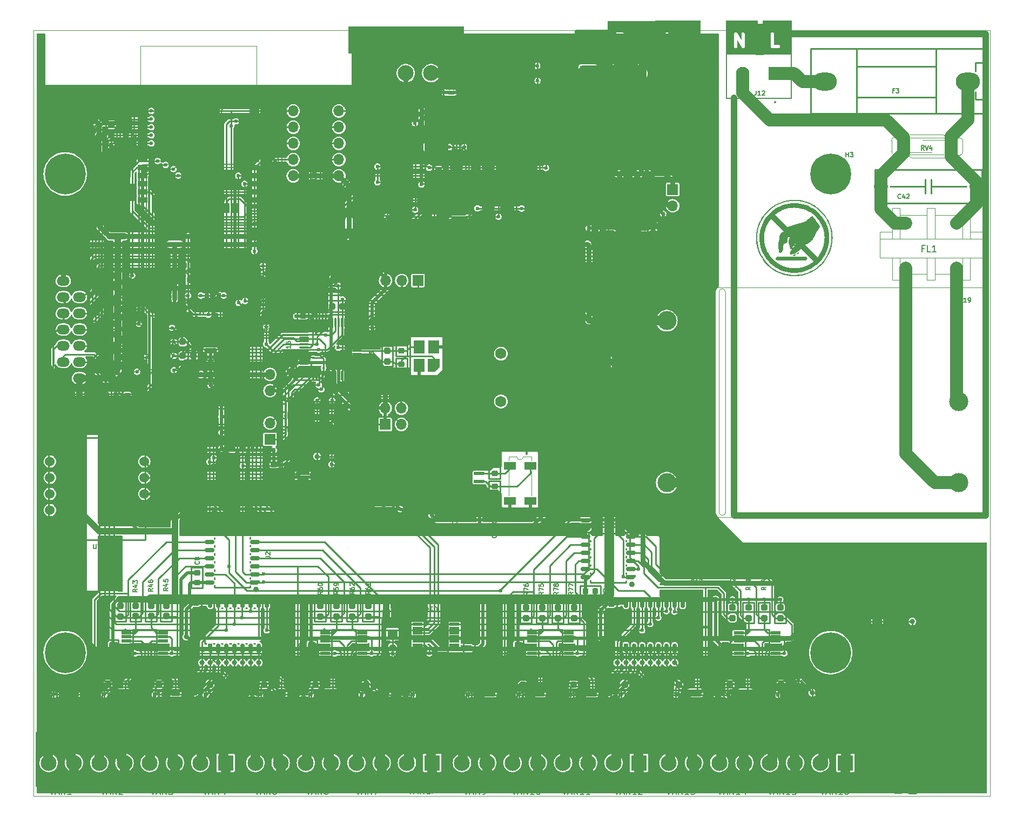
<source format=gbr>
%TF.GenerationSoftware,KiCad,Pcbnew,7.0.1*%
%TF.CreationDate,2023-03-20T13:49:52+07:00*%
%TF.ProjectId,dongtam,646f6e67-7461-46d2-9e6b-696361645f70,rev?*%
%TF.SameCoordinates,Original*%
%TF.FileFunction,Copper,L1,Top*%
%TF.FilePolarity,Positive*%
%FSLAX46Y46*%
G04 Gerber Fmt 4.6, Leading zero omitted, Abs format (unit mm)*
G04 Created by KiCad (PCBNEW 7.0.1) date 2023-03-20 13:49:52*
%MOMM*%
%LPD*%
G01*
G04 APERTURE LIST*
G04 Aperture macros list*
%AMRoundRect*
0 Rectangle with rounded corners*
0 $1 Rounding radius*
0 $2 $3 $4 $5 $6 $7 $8 $9 X,Y pos of 4 corners*
0 Add a 4 corners polygon primitive as box body*
4,1,4,$2,$3,$4,$5,$6,$7,$8,$9,$2,$3,0*
0 Add four circle primitives for the rounded corners*
1,1,$1+$1,$2,$3*
1,1,$1+$1,$4,$5*
1,1,$1+$1,$6,$7*
1,1,$1+$1,$8,$9*
0 Add four rect primitives between the rounded corners*
20,1,$1+$1,$2,$3,$4,$5,0*
20,1,$1+$1,$4,$5,$6,$7,0*
20,1,$1+$1,$6,$7,$8,$9,0*
20,1,$1+$1,$8,$9,$2,$3,0*%
%AMOutline4P*
0 Free polygon, 4 corners , with rotation*
0 The origin of the aperture is its center*
0 number of corners: always 4*
0 $1 to $8 corner X, Y*
0 $9 Rotation angle, in degrees counterclockwise*
0 create outline with 4 corners*
4,1,4,$1,$2,$3,$4,$5,$6,$7,$8,$1,$2,$9*%
%AMOutline5P*
0 Free polygon, 5 corners , with rotation*
0 The origin of the aperture is its center*
0 number of corners: always 5*
0 $1 to $10 corner X, Y*
0 $11 Rotation angle, in degrees counterclockwise*
0 create outline with 5 corners*
4,1,5,$1,$2,$3,$4,$5,$6,$7,$8,$9,$10,$1,$2,$11*%
%AMOutline6P*
0 Free polygon, 6 corners , with rotation*
0 The origin of the aperture is its center*
0 number of corners: always 6*
0 $1 to $12 corner X, Y*
0 $13 Rotation angle, in degrees counterclockwise*
0 create outline with 6 corners*
4,1,6,$1,$2,$3,$4,$5,$6,$7,$8,$9,$10,$11,$12,$1,$2,$13*%
%AMOutline7P*
0 Free polygon, 7 corners , with rotation*
0 The origin of the aperture is its center*
0 number of corners: always 7*
0 $1 to $14 corner X, Y*
0 $15 Rotation angle, in degrees counterclockwise*
0 create outline with 7 corners*
4,1,7,$1,$2,$3,$4,$5,$6,$7,$8,$9,$10,$11,$12,$13,$14,$1,$2,$15*%
%AMOutline8P*
0 Free polygon, 8 corners , with rotation*
0 The origin of the aperture is its center*
0 number of corners: always 8*
0 $1 to $16 corner X, Y*
0 $17 Rotation angle, in degrees counterclockwise*
0 create outline with 8 corners*
4,1,8,$1,$2,$3,$4,$5,$6,$7,$8,$9,$10,$11,$12,$13,$14,$15,$16,$1,$2,$17*%
%AMFreePoly0*
4,1,19,0.500000,-0.750000,0.000000,-0.750000,0.000000,-0.744911,-0.071157,-0.744911,-0.207708,-0.704816,-0.327430,-0.627875,-0.420627,-0.520320,-0.479746,-0.390866,-0.500000,-0.250000,-0.500000,0.250000,-0.479746,0.390866,-0.420627,0.520320,-0.327430,0.627875,-0.207708,0.704816,-0.071157,0.744911,0.000000,0.744911,0.000000,0.750000,0.500000,0.750000,0.500000,-0.750000,0.500000,-0.750000,
$1*%
%AMFreePoly1*
4,1,19,0.000000,0.744911,0.071157,0.744911,0.207708,0.704816,0.327430,0.627875,0.420627,0.520320,0.479746,0.390866,0.500000,0.250000,0.500000,-0.250000,0.479746,-0.390866,0.420627,-0.520320,0.327430,-0.627875,0.207708,-0.704816,0.071157,-0.744911,0.000000,-0.744911,0.000000,-0.750000,-0.500000,-0.750000,-0.500000,0.750000,0.000000,0.750000,0.000000,0.744911,0.000000,0.744911,
$1*%
G04 Aperture macros list end*
%TA.AperFunction,SMDPad,CuDef*%
%ADD10RoundRect,0.250000X-0.250000X-0.250000X0.250000X-0.250000X0.250000X0.250000X-0.250000X0.250000X0*%
%TD*%
%TA.AperFunction,SMDPad,CuDef*%
%ADD11RoundRect,0.250000X0.250000X0.250000X-0.250000X0.250000X-0.250000X-0.250000X0.250000X-0.250000X0*%
%TD*%
%TA.AperFunction,SMDPad,CuDef*%
%ADD12RoundRect,0.225000X-0.250000X0.225000X-0.250000X-0.225000X0.250000X-0.225000X0.250000X0.225000X0*%
%TD*%
%TA.AperFunction,SMDPad,CuDef*%
%ADD13RoundRect,0.250000X-0.850000X-0.350000X0.850000X-0.350000X0.850000X0.350000X-0.850000X0.350000X0*%
%TD*%
%TA.AperFunction,SMDPad,CuDef*%
%ADD14RoundRect,0.250000X-1.275000X-1.125000X1.275000X-1.125000X1.275000X1.125000X-1.275000X1.125000X0*%
%TD*%
%TA.AperFunction,SMDPad,CuDef*%
%ADD15RoundRect,0.249997X-2.950003X-2.650003X2.950003X-2.650003X2.950003X2.650003X-2.950003X2.650003X0*%
%TD*%
%TA.AperFunction,SMDPad,CuDef*%
%ADD16Outline5P,-0.750000X0.000000X-0.450000X0.300000X0.750000X0.300000X0.750000X-0.300000X-0.750000X-0.300000X90.000000*%
%TD*%
%TA.AperFunction,SMDPad,CuDef*%
%ADD17RoundRect,0.150000X0.150000X-0.600000X0.150000X0.600000X-0.150000X0.600000X-0.150000X-0.600000X0*%
%TD*%
%TA.AperFunction,SMDPad,CuDef*%
%ADD18RoundRect,0.250000X-0.250000X0.250000X-0.250000X-0.250000X0.250000X-0.250000X0.250000X0.250000X0*%
%TD*%
%TA.AperFunction,SMDPad,CuDef*%
%ADD19RoundRect,0.225000X-0.225000X-0.250000X0.225000X-0.250000X0.225000X0.250000X-0.225000X0.250000X0*%
%TD*%
%TA.AperFunction,SMDPad,CuDef*%
%ADD20RoundRect,0.225000X0.225000X0.250000X-0.225000X0.250000X-0.225000X-0.250000X0.225000X-0.250000X0*%
%TD*%
%TA.AperFunction,SMDPad,CuDef*%
%ADD21Outline5P,-0.750000X0.000000X-0.450000X0.300000X0.750000X0.300000X0.750000X-0.300000X-0.750000X-0.300000X180.000000*%
%TD*%
%TA.AperFunction,SMDPad,CuDef*%
%ADD22RoundRect,0.150000X0.600000X0.150000X-0.600000X0.150000X-0.600000X-0.150000X0.600000X-0.150000X0*%
%TD*%
%TA.AperFunction,SMDPad,CuDef*%
%ADD23RoundRect,0.250000X-0.450000X0.262500X-0.450000X-0.262500X0.450000X-0.262500X0.450000X0.262500X0*%
%TD*%
%TA.AperFunction,SMDPad,CuDef*%
%ADD24R,0.800000X0.600000*%
%TD*%
%TA.AperFunction,SMDPad,CuDef*%
%ADD25RoundRect,0.150000X0.350000X0.150000X-0.350000X0.150000X-0.350000X-0.150000X0.350000X-0.150000X0*%
%TD*%
%TA.AperFunction,SMDPad,CuDef*%
%ADD26R,1.700000X1.300000*%
%TD*%
%TA.AperFunction,SMDPad,CuDef*%
%ADD27FreePoly0,180.000000*%
%TD*%
%TA.AperFunction,SMDPad,CuDef*%
%ADD28FreePoly1,180.000000*%
%TD*%
%TA.AperFunction,ComponentPad*%
%ADD29R,2.100000X2.100000*%
%TD*%
%TA.AperFunction,ComponentPad*%
%ADD30C,2.100000*%
%TD*%
%TA.AperFunction,SMDPad,CuDef*%
%ADD31R,1.800000X2.500000*%
%TD*%
%TA.AperFunction,SMDPad,CuDef*%
%ADD32R,1.200000X1.200000*%
%TD*%
%TA.AperFunction,SMDPad,CuDef*%
%ADD33R,1.600000X1.500000*%
%TD*%
%TA.AperFunction,SMDPad,CuDef*%
%ADD34R,1.500000X0.900000*%
%TD*%
%TA.AperFunction,SMDPad,CuDef*%
%ADD35R,0.900000X1.500000*%
%TD*%
%TA.AperFunction,SMDPad,CuDef*%
%ADD36R,1.050000X1.050000*%
%TD*%
%TA.AperFunction,HeatsinkPad*%
%ADD37C,0.600000*%
%TD*%
%TA.AperFunction,SMDPad,CuDef*%
%ADD38R,4.200000X4.200000*%
%TD*%
%TA.AperFunction,ComponentPad*%
%ADD39R,2.475000X2.475000*%
%TD*%
%TA.AperFunction,ComponentPad*%
%ADD40C,2.475000*%
%TD*%
%TA.AperFunction,ComponentPad*%
%ADD41C,1.800000*%
%TD*%
%TA.AperFunction,SMDPad,CuDef*%
%ADD42RoundRect,0.250000X0.250000X-0.250000X0.250000X0.250000X-0.250000X0.250000X-0.250000X-0.250000X0*%
%TD*%
%TA.AperFunction,SMDPad,CuDef*%
%ADD43RoundRect,0.225000X0.250000X-0.225000X0.250000X0.225000X-0.250000X0.225000X-0.250000X-0.225000X0*%
%TD*%
%TA.AperFunction,SMDPad,CuDef*%
%ADD44RoundRect,0.218750X0.218750X0.256250X-0.218750X0.256250X-0.218750X-0.256250X0.218750X-0.256250X0*%
%TD*%
%TA.AperFunction,SMDPad,CuDef*%
%ADD45RoundRect,0.250000X1.450000X-0.312500X1.450000X0.312500X-1.450000X0.312500X-1.450000X-0.312500X0*%
%TD*%
%TA.AperFunction,SMDPad,CuDef*%
%ADD46R,1.900000X1.300000*%
%TD*%
%TA.AperFunction,ComponentPad*%
%ADD47C,0.800000*%
%TD*%
%TA.AperFunction,ComponentPad*%
%ADD48C,6.400000*%
%TD*%
%TA.AperFunction,ComponentPad*%
%ADD49C,1.524000*%
%TD*%
%TA.AperFunction,SMDPad,CuDef*%
%ADD50RoundRect,0.218750X0.256250X-0.218750X0.256250X0.218750X-0.256250X0.218750X-0.256250X-0.218750X0*%
%TD*%
%TA.AperFunction,ComponentPad*%
%ADD51C,3.000000*%
%TD*%
%TA.AperFunction,SMDPad,CuDef*%
%ADD52RoundRect,0.020500X-0.759500X-0.184500X0.759500X-0.184500X0.759500X0.184500X-0.759500X0.184500X0*%
%TD*%
%TA.AperFunction,ComponentPad*%
%ADD53C,2.200000*%
%TD*%
%TA.AperFunction,SMDPad,CuDef*%
%ADD54RoundRect,0.250000X1.950000X1.000000X-1.950000X1.000000X-1.950000X-1.000000X1.950000X-1.000000X0*%
%TD*%
%TA.AperFunction,SMDPad,CuDef*%
%ADD55RoundRect,0.150000X-0.350000X-0.150000X0.350000X-0.150000X0.350000X0.150000X-0.350000X0.150000X0*%
%TD*%
%TA.AperFunction,ComponentPad*%
%ADD56O,2.000000X1.500000*%
%TD*%
%TA.AperFunction,WasherPad*%
%ADD57C,1.752600*%
%TD*%
%TA.AperFunction,SMDPad,CuDef*%
%ADD58RoundRect,0.647700X-0.647700X1.155700X-0.647700X-1.155700X0.647700X-1.155700X0.647700X1.155700X0*%
%TD*%
%TA.AperFunction,SMDPad,CuDef*%
%ADD59RoundRect,0.150000X0.150000X-0.350000X0.150000X0.350000X-0.150000X0.350000X-0.150000X-0.350000X0*%
%TD*%
%TA.AperFunction,SMDPad,CuDef*%
%ADD60FreePoly0,270.000000*%
%TD*%
%TA.AperFunction,SMDPad,CuDef*%
%ADD61FreePoly1,270.000000*%
%TD*%
%TA.AperFunction,SMDPad,CuDef*%
%ADD62RoundRect,0.162500X-0.162500X0.362500X-0.162500X-0.362500X0.162500X-0.362500X0.162500X0.362500X0*%
%TD*%
%TA.AperFunction,ComponentPad*%
%ADD63Outline4P,-0.750000X-0.750000X0.750000X-0.750000X0.750000X0.750000X-0.750000X0.750000X0.000000*%
%TD*%
%TA.AperFunction,ComponentPad*%
%ADD64C,1.500000*%
%TD*%
%TA.AperFunction,SMDPad,CuDef*%
%ADD65RoundRect,0.150000X0.150000X-0.825000X0.150000X0.825000X-0.150000X0.825000X-0.150000X-0.825000X0*%
%TD*%
%TA.AperFunction,ComponentPad*%
%ADD66R,1.700000X1.700000*%
%TD*%
%TA.AperFunction,ComponentPad*%
%ADD67O,1.700000X1.700000*%
%TD*%
%TA.AperFunction,SMDPad,CuDef*%
%ADD68RoundRect,0.090000X-0.895000X-0.210000X0.895000X-0.210000X0.895000X0.210000X-0.895000X0.210000X0*%
%TD*%
%TA.AperFunction,SMDPad,CuDef*%
%ADD69R,1.500000X1.600000*%
%TD*%
%TA.AperFunction,SMDPad,CuDef*%
%ADD70RoundRect,0.150000X-0.875000X-0.150000X0.875000X-0.150000X0.875000X0.150000X-0.875000X0.150000X0*%
%TD*%
%TA.AperFunction,SMDPad,CuDef*%
%ADD71RoundRect,0.250000X1.000000X-1.950000X1.000000X1.950000X-1.000000X1.950000X-1.000000X-1.950000X0*%
%TD*%
%TA.AperFunction,SMDPad,CuDef*%
%ADD72RoundRect,0.075000X0.662500X0.075000X-0.662500X0.075000X-0.662500X-0.075000X0.662500X-0.075000X0*%
%TD*%
%TA.AperFunction,SMDPad,CuDef*%
%ADD73RoundRect,0.075000X0.075000X0.662500X-0.075000X0.662500X-0.075000X-0.662500X0.075000X-0.662500X0*%
%TD*%
%TA.AperFunction,SMDPad,CuDef*%
%ADD74RoundRect,0.285000X-0.285000X-0.415000X0.285000X-0.415000X0.285000X0.415000X-0.285000X0.415000X0*%
%TD*%
%TA.AperFunction,SMDPad,CuDef*%
%ADD75R,1.760000X1.400000*%
%TD*%
%TA.AperFunction,SMDPad,CuDef*%
%ADD76R,1.760000X3.500000*%
%TD*%
%TA.AperFunction,SMDPad,CuDef*%
%ADD77Outline5P,-0.605000X0.000000X-0.310000X0.295000X0.605000X0.295000X0.605000X-0.295000X-0.605000X-0.295000X180.000000*%
%TD*%
%TA.AperFunction,SMDPad,CuDef*%
%ADD78RoundRect,0.088500X0.516500X0.206500X-0.516500X0.206500X-0.516500X-0.206500X0.516500X-0.206500X0*%
%TD*%
%TA.AperFunction,SMDPad,CuDef*%
%ADD79Outline5P,-1.050000X0.900000X1.050000X0.900000X1.050000X-0.900000X-0.330000X-0.900000X-1.050000X-0.180000X90.000000*%
%TD*%
%TA.AperFunction,SMDPad,CuDef*%
%ADD80R,1.800000X2.100000*%
%TD*%
%TA.AperFunction,SMDPad,CuDef*%
%ADD81RoundRect,0.162500X-0.362500X-0.162500X0.362500X-0.162500X0.362500X0.162500X-0.362500X0.162500X0*%
%TD*%
%TA.AperFunction,SMDPad,CuDef*%
%ADD82RoundRect,0.162500X0.362500X0.162500X-0.362500X0.162500X-0.362500X-0.162500X0.362500X-0.162500X0*%
%TD*%
%TA.AperFunction,SMDPad,CuDef*%
%ADD83Outline5P,-0.975000X0.000000X-0.675000X0.300000X0.975000X0.300000X0.975000X-0.300000X-0.975000X-0.300000X180.000000*%
%TD*%
%TA.AperFunction,SMDPad,CuDef*%
%ADD84RoundRect,0.150000X0.825000X0.150000X-0.825000X0.150000X-0.825000X-0.150000X0.825000X-0.150000X0*%
%TD*%
%TA.AperFunction,SMDPad,CuDef*%
%ADD85Outline5P,-0.850900X0.000000X-0.584200X0.266700X0.850900X0.266700X0.850900X-0.266700X-0.850900X-0.266700X180.000000*%
%TD*%
%TA.AperFunction,SMDPad,CuDef*%
%ADD86RoundRect,0.133350X0.717550X0.133350X-0.717550X0.133350X-0.717550X-0.133350X0.717550X-0.133350X0*%
%TD*%
%TA.AperFunction,SMDPad,CuDef*%
%ADD87R,2.500000X1.800000*%
%TD*%
%TA.AperFunction,ComponentPad*%
%ADD88O,3.800000X2.800000*%
%TD*%
%TA.AperFunction,ViaPad*%
%ADD89C,0.600000*%
%TD*%
%TA.AperFunction,ViaPad*%
%ADD90C,0.800000*%
%TD*%
%TA.AperFunction,ViaPad*%
%ADD91C,0.400000*%
%TD*%
%TA.AperFunction,Conductor*%
%ADD92C,0.250000*%
%TD*%
%TA.AperFunction,Conductor*%
%ADD93C,0.500000*%
%TD*%
%TA.AperFunction,Conductor*%
%ADD94C,0.400000*%
%TD*%
%TA.AperFunction,Conductor*%
%ADD95C,1.000000*%
%TD*%
%TA.AperFunction,Conductor*%
%ADD96C,0.750000*%
%TD*%
%TA.AperFunction,Conductor*%
%ADD97C,1.500000*%
%TD*%
%TA.AperFunction,Conductor*%
%ADD98C,0.200000*%
%TD*%
%TA.AperFunction,Conductor*%
%ADD99C,0.600000*%
%TD*%
%TA.AperFunction,Conductor*%
%ADD100C,2.000000*%
%TD*%
%ADD101RoundRect,0.250000X-0.250000X-0.250000X0.250000X-0.250000X0.250000X0.250000X-0.250000X0.250000X0*%
%ADD102RoundRect,0.250000X0.250000X0.250000X-0.250000X0.250000X-0.250000X-0.250000X0.250000X-0.250000X0*%
%ADD103RoundRect,0.225000X-0.250000X0.225000X-0.250000X-0.225000X0.250000X-0.225000X0.250000X0.225000X0*%
%ADD104RoundRect,0.250000X-0.850000X-0.350000X0.850000X-0.350000X0.850000X0.350000X-0.850000X0.350000X0*%
%ADD105RoundRect,0.250000X-1.275000X-1.125000X1.275000X-1.125000X1.275000X1.125000X-1.275000X1.125000X0*%
%ADD106Outline5P,-0.750000X0.000000X-0.450000X0.300000X0.750000X0.300000X0.750000X-0.300000X-0.750000X-0.300000X90.000000*%
%ADD107RoundRect,0.150000X0.150000X-0.600000X0.150000X0.600000X-0.150000X0.600000X-0.150000X-0.600000X0*%
%ADD108RoundRect,0.250000X-0.250000X0.250000X-0.250000X-0.250000X0.250000X-0.250000X0.250000X0.250000X0*%
%ADD109RoundRect,0.225000X-0.225000X-0.250000X0.225000X-0.250000X0.225000X0.250000X-0.225000X0.250000X0*%
%ADD110RoundRect,0.225000X0.225000X0.250000X-0.225000X0.250000X-0.225000X-0.250000X0.225000X-0.250000X0*%
%ADD111Outline5P,-0.750000X0.000000X-0.450000X0.300000X0.750000X0.300000X0.750000X-0.300000X-0.750000X-0.300000X180.000000*%
%ADD112RoundRect,0.150000X0.600000X0.150000X-0.600000X0.150000X-0.600000X-0.150000X0.600000X-0.150000X0*%
%ADD113RoundRect,0.250000X-0.450000X0.262500X-0.450000X-0.262500X0.450000X-0.262500X0.450000X0.262500X0*%
%ADD114R,0.800000X0.600000*%
%ADD115RoundRect,0.150000X0.350000X0.150000X-0.350000X0.150000X-0.350000X-0.150000X0.350000X-0.150000X0*%
%ADD116R,1.700000X1.300000*%
%ADD117R,1.800000X2.500000*%
%ADD118R,1.200000X1.200000*%
%ADD119R,1.600000X1.500000*%
%ADD120R,1.500000X0.900000*%
%ADD121R,0.900000X1.500000*%
%ADD122R,1.050000X1.050000*%
%ADD123RoundRect,0.250000X0.250000X-0.250000X0.250000X0.250000X-0.250000X0.250000X-0.250000X-0.250000X0*%
%ADD124RoundRect,0.225000X0.250000X-0.225000X0.250000X0.225000X-0.250000X0.225000X-0.250000X-0.225000X0*%
%ADD125RoundRect,0.218750X0.218750X0.256250X-0.218750X0.256250X-0.218750X-0.256250X0.218750X-0.256250X0*%
%ADD126RoundRect,0.250000X1.450000X-0.312500X1.450000X0.312500X-1.450000X0.312500X-1.450000X-0.312500X0*%
%ADD127R,1.900000X1.300000*%
%ADD128RoundRect,0.218750X0.256250X-0.218750X0.256250X0.218750X-0.256250X0.218750X-0.256250X-0.218750X0*%
%ADD129RoundRect,0.020500X-0.759500X-0.184500X0.759500X-0.184500X0.759500X0.184500X-0.759500X0.184500X0*%
%ADD130RoundRect,0.250000X1.950000X1.000000X-1.950000X1.000000X-1.950000X-1.000000X1.950000X-1.000000X0*%
%ADD131RoundRect,0.150000X-0.350000X-0.150000X0.350000X-0.150000X0.350000X0.150000X-0.350000X0.150000X0*%
%ADD132RoundRect,0.647700X-0.647700X1.155700X-0.647700X-1.155700X0.647700X-1.155700X0.647700X1.155700X0*%
%ADD133RoundRect,0.150000X0.150000X-0.350000X0.150000X0.350000X-0.150000X0.350000X-0.150000X-0.350000X0*%
%ADD134RoundRect,0.162500X-0.162500X0.362500X-0.162500X-0.362500X0.162500X-0.362500X0.162500X0.362500X0*%
%ADD135RoundRect,0.150000X0.150000X-0.825000X0.150000X0.825000X-0.150000X0.825000X-0.150000X-0.825000X0*%
%ADD136RoundRect,0.090000X-0.895000X-0.210000X0.895000X-0.210000X0.895000X0.210000X-0.895000X0.210000X0*%
%ADD137R,1.500000X1.600000*%
%ADD138RoundRect,0.150000X-0.875000X-0.150000X0.875000X-0.150000X0.875000X0.150000X-0.875000X0.150000X0*%
%ADD139RoundRect,0.250000X1.000000X-1.950000X1.000000X1.950000X-1.000000X1.950000X-1.000000X-1.950000X0*%
%ADD140RoundRect,0.075000X0.662500X0.075000X-0.662500X0.075000X-0.662500X-0.075000X0.662500X-0.075000X0*%
%ADD141RoundRect,0.075000X0.075000X0.662500X-0.075000X0.662500X-0.075000X-0.662500X0.075000X-0.662500X0*%
%ADD142RoundRect,0.285000X-0.285000X-0.415000X0.285000X-0.415000X0.285000X0.415000X-0.285000X0.415000X0*%
%ADD143R,1.760000X1.400000*%
%ADD144R,1.760000X3.500000*%
%ADD145Outline5P,-0.605000X0.000000X-0.310000X0.295000X0.605000X0.295000X0.605000X-0.295000X-0.605000X-0.295000X180.000000*%
%ADD146RoundRect,0.088500X0.516500X0.206500X-0.516500X0.206500X-0.516500X-0.206500X0.516500X-0.206500X0*%
%ADD147Outline5P,-1.050000X0.900000X1.050000X0.900000X1.050000X-0.900000X-0.330000X-0.900000X-1.050000X-0.180000X90.000000*%
%ADD148R,1.800000X2.100000*%
%ADD149RoundRect,0.162500X-0.362500X-0.162500X0.362500X-0.162500X0.362500X0.162500X-0.362500X0.162500X0*%
%ADD150RoundRect,0.162500X0.362500X0.162500X-0.362500X0.162500X-0.362500X-0.162500X0.362500X-0.162500X0*%
%ADD151Outline5P,-0.975000X0.000000X-0.675000X0.300000X0.975000X0.300000X0.975000X-0.300000X-0.975000X-0.300000X180.000000*%
%ADD152RoundRect,0.150000X0.825000X0.150000X-0.825000X0.150000X-0.825000X-0.150000X0.825000X-0.150000X0*%
%ADD153Outline5P,-0.850900X0.000000X-0.584200X0.266700X0.850900X0.266700X0.850900X-0.266700X-0.850900X-0.266700X180.000000*%
%ADD154RoundRect,0.133350X0.717550X0.133350X-0.717550X0.133350X-0.717550X-0.133350X0.717550X-0.133350X0*%
%ADD155R,2.500000X1.800000*%
%ADD156C,1.000000*%
%ADD157C,0.500000*%
%ADD158C,0.150000*%
%ADD159C,0.250000*%
%ADD160C,0.200000*%
%ADD161C,0.300000*%
%ADD162C,0.120000*%
%ADD163C,0.464495*%
%ADD164C,0.127000*%
%ADD165C,0.260312*%
%ADD166C,0.283607*%
%ADD167C,0.152400*%
%ADD168RoundRect,0.249997X-2.950003X-2.650003X2.950003X-2.650003X2.950003X2.650003X-2.950003X2.650003X0*%
%ADD169FreePoly0,180.000000*%
%ADD170FreePoly1,180.000000*%
%ADD171R,2.100000X2.100000*%
%ADD172C,2.100000*%
%ADD173C,0.600000*%
%ADD174R,4.200000X4.200000*%
%ADD175R,2.475000X2.475000*%
%ADD176C,2.475000*%
%ADD177C,1.800000*%
%ADD178C,0.800000*%
%ADD179C,6.400000*%
%ADD180C,1.524000*%
%ADD181C,3.000000*%
%ADD182C,2.200000*%
%ADD183O,2.000000X1.500000*%
%ADD184C,1.752600*%
%ADD185FreePoly0,270.000000*%
%ADD186FreePoly1,270.000000*%
%ADD187Outline4P,-0.750000X-0.750000X0.750000X-0.750000X0.750000X0.750000X-0.750000X0.750000X0.000000*%
%ADD188C,1.500000*%
%ADD189R,1.700000X1.700000*%
%ADD190O,1.700000X1.700000*%
%ADD191O,3.800000X2.800000*%
%TA.AperFunction,Profile*%
%ADD192C,0.100000*%
%TD*%
G04 APERTURE END LIST*
D10*
%TO.P,R58,1*%
%TO.N,+3V3*%
X86345000Y-77950000D03*
%TO.P,R58,2*%
%TO.N,/ESP32/VSPI.CLK*%
X87995000Y-77950000D03*
%TD*%
%TO.P,R6,1*%
%TO.N,+3V3*%
X104670000Y-92500000D03*
%TO.P,R6,2*%
%TO.N,/GET_16_VALVE_STAGE/74HC165.DATA*%
X106320000Y-92500000D03*
%TD*%
D11*
%TO.P,R103,1*%
%TO.N,Net-(U15B--)*%
X130630000Y-57950000D03*
%TO.P,R103,2*%
%TO.N,GND*%
X128980000Y-57950000D03*
%TD*%
D12*
%TO.P,C31,1*%
%TO.N,+3V3*%
X181860000Y-128325000D03*
%TO.P,C31,2*%
%TO.N,GND*%
X181860000Y-129875000D03*
%TD*%
D13*
%TO.P,U16,1,ADJ*%
%TO.N,Net-(U16-ADJ)*%
X147260000Y-41120000D03*
D14*
%TO.P,U16,2,VO*%
%TO.N,/4-20mAConverter/LM137_OUT*%
X151885000Y-41875000D03*
X151885000Y-44925000D03*
D15*
X153560000Y-43400000D03*
D14*
X155235000Y-41875000D03*
X155235000Y-44925000D03*
D13*
%TO.P,U16,3,VI*%
%TO.N,/4-20mAConverter/LM137_IN*%
X147260000Y-45680000D03*
%TD*%
D16*
%TO.P,U6,1,QB*%
%TO.N,/16_VALVE_CONTROL/VI_10*%
X166385000Y-128820000D03*
D17*
%TO.P,U6,2,QC*%
%TO.N,/16_VALVE_CONTROL/VI_11*%
X167655000Y-128820000D03*
%TO.P,U6,3,QD*%
%TO.N,/16_VALVE_CONTROL/VI_12*%
X168925000Y-128820000D03*
%TO.P,U6,4,QE*%
%TO.N,/16_VALVE_CONTROL/VI_13*%
X170195000Y-128820000D03*
%TO.P,U6,5,QF*%
%TO.N,/16_VALVE_CONTROL/VI_14*%
X171465000Y-128820000D03*
%TO.P,U6,6,QG*%
%TO.N,/16_VALVE_CONTROL/VI_15*%
X172735000Y-128820000D03*
%TO.P,U6,7,QH*%
%TO.N,/16_VALVE_CONTROL/VI_16*%
X174005000Y-128820000D03*
%TO.P,U6,8,GND*%
%TO.N,GND*%
X175275000Y-128820000D03*
%TO.P,U6,9,QH'*%
%TO.N,unconnected-(U6-QH'-Pad9)*%
X175275000Y-121720000D03*
%TO.P,U6,10,~{SRCLR}*%
%TO.N,+5V*%
X174005000Y-121720000D03*
%TO.P,U6,11,SRCLK*%
%TO.N,/16_VALVE_CONTROL/595.SRCLK*%
X172735000Y-121720000D03*
%TO.P,U6,12,RCLK*%
%TO.N,/16_VALVE_CONTROL/595.RCLK*%
X171465000Y-121720000D03*
%TO.P,U6,13,~{OE}*%
%TO.N,/16_VALVE_CONTROL/OE*%
X170195000Y-121720000D03*
%TO.P,U6,14,SER*%
%TO.N,Net-(U5-QH')*%
X168925000Y-121720000D03*
%TO.P,U6,15,QA*%
%TO.N,/16_VALVE_CONTROL/VI_9*%
X167655000Y-121720000D03*
%TO.P,U6,16,VCC*%
%TO.N,+5V*%
X166385000Y-121720000D03*
%TD*%
D18*
%TO.P,R40,1*%
%TO.N,+5V*%
X211300000Y-144790000D03*
%TO.P,R40,2*%
%TO.N,Net-(LE4-Pad1)*%
X211300000Y-146440000D03*
%TD*%
D19*
%TO.P,C6,1*%
%TO.N,/ESP32/BOOT*%
X113325000Y-68000000D03*
%TO.P,C6,2*%
%TO.N,GND*%
X114875000Y-68000000D03*
%TD*%
D16*
%TO.P,U5,1,QB*%
%TO.N,/16_VALVE_CONTROL/VI_2*%
X101195000Y-128820000D03*
D17*
%TO.P,U5,2,QC*%
%TO.N,/16_VALVE_CONTROL/VI_3*%
X102465000Y-128820000D03*
%TO.P,U5,3,QD*%
%TO.N,/16_VALVE_CONTROL/VI_4*%
X103735000Y-128820000D03*
%TO.P,U5,4,QE*%
%TO.N,/16_VALVE_CONTROL/VI_5*%
X105005000Y-128820000D03*
%TO.P,U5,5,QF*%
%TO.N,/16_VALVE_CONTROL/VI_6*%
X106275000Y-128820000D03*
%TO.P,U5,6,QG*%
%TO.N,/16_VALVE_CONTROL/VI_7*%
X107545000Y-128820000D03*
%TO.P,U5,7,QH*%
%TO.N,/16_VALVE_CONTROL/VI_8*%
X108815000Y-128820000D03*
%TO.P,U5,8,GND*%
%TO.N,GND*%
X110085000Y-128820000D03*
%TO.P,U5,9,QH'*%
%TO.N,Net-(U5-QH')*%
X110085000Y-121720000D03*
%TO.P,U5,10,~{SRCLR}*%
%TO.N,+5V*%
X108815000Y-121720000D03*
%TO.P,U5,11,SRCLK*%
%TO.N,/16_VALVE_CONTROL/595.SRCLK*%
X107545000Y-121720000D03*
%TO.P,U5,12,RCLK*%
%TO.N,/16_VALVE_CONTROL/595.RCLK*%
X106275000Y-121720000D03*
%TO.P,U5,13,~{OE}*%
%TO.N,/16_VALVE_CONTROL/OE*%
X105005000Y-121720000D03*
%TO.P,U5,14,SER*%
%TO.N,/16_VALVE_CONTROL/595.SER*%
X103735000Y-121720000D03*
%TO.P,U5,15,QA*%
%TO.N,/16_VALVE_CONTROL/VI_1*%
X102465000Y-121720000D03*
%TO.P,U5,16,VCC*%
%TO.N,+5V*%
X101195000Y-121720000D03*
%TD*%
D18*
%TO.P,R91,1*%
%TO.N,+3V3*%
X185595000Y-122420000D03*
%TO.P,R91,2*%
%TO.N,/GET_16_VALVE_STAGE/OPAMP/VO_14*%
X185595000Y-124070000D03*
%TD*%
D10*
%TO.P,R106,1*%
%TO.N,Net-(U15B--)*%
X134720000Y-62300000D03*
%TO.P,R106,2*%
%TO.N,Net-(R106-Pad2)*%
X136370000Y-62300000D03*
%TD*%
D18*
%TO.P,R77,1*%
%TO.N,+3V3*%
X158250000Y-122420000D03*
%TO.P,R77,2*%
%TO.N,/GET_16_VALVE_STAGE/OPAMP/VO_12*%
X158250000Y-124070000D03*
%TD*%
%TO.P,R92,1*%
%TO.N,+3V3*%
X183095000Y-122420000D03*
%TO.P,R92,2*%
%TO.N,/GET_16_VALVE_STAGE/OPAMP/VO_13*%
X183095000Y-124070000D03*
%TD*%
D10*
%TO.P,R111,1*%
%TO.N,+3V3*%
X100920000Y-75600000D03*
%TO.P,R111,2*%
%TO.N,/EEPROM/24256.SCL*%
X102570000Y-75600000D03*
%TD*%
D11*
%TO.P,R2,1*%
%TO.N,+5V*%
X87117500Y-75700000D03*
%TO.P,R2,2*%
%TO.N,/IDC14pin/IC74595.SER*%
X85467500Y-75700000D03*
%TD*%
D20*
%TO.P,C39,1*%
%TO.N,GND*%
X167275000Y-92500000D03*
%TO.P,C39,2*%
%TO.N,+3V3*%
X165725000Y-92500000D03*
%TD*%
D21*
%TO.P,U3,1,~{PL}*%
%TO.N,/GET_16_VALVE_STAGE/74HC165.LOAD*%
X167150000Y-117695000D03*
D22*
%TO.P,U3,2,CP*%
%TO.N,/GET_16_VALVE_STAGE/74HC165.SCK*%
X167150000Y-116425000D03*
%TO.P,U3,3,D4*%
%TO.N,/GET_16_VALVE_STAGE/OPAMP/VO_13*%
X167150000Y-115155000D03*
%TO.P,U3,4,D5*%
%TO.N,/GET_16_VALVE_STAGE/OPAMP/VO_14*%
X167150000Y-113885000D03*
%TO.P,U3,5,D6*%
%TO.N,/GET_16_VALVE_STAGE/OPAMP/VO_15*%
X167150000Y-112615000D03*
%TO.P,U3,6,D7*%
%TO.N,/GET_16_VALVE_STAGE/OPAMP/VO_16*%
X167150000Y-111345000D03*
%TO.P,U3,7,~{Q7}*%
%TO.N,unconnected-(U3-~{Q7}-Pad7)*%
X167150000Y-110075000D03*
%TO.P,U3,8,GND*%
%TO.N,GND*%
X167150000Y-108805000D03*
%TO.P,U3,9,Q7*%
%TO.N,Net-(U2-DS)*%
X160050000Y-108805000D03*
%TO.P,U3,10,DS*%
%TO.N,unconnected-(U3-DS-Pad10)*%
X160050000Y-110075000D03*
%TO.P,U3,11,D0*%
%TO.N,/GET_16_VALVE_STAGE/OPAMP/VO_9*%
X160050000Y-111345000D03*
%TO.P,U3,12,D1*%
%TO.N,/GET_16_VALVE_STAGE/OPAMP/VO_10*%
X160050000Y-112615000D03*
%TO.P,U3,13,D2*%
%TO.N,/GET_16_VALVE_STAGE/OPAMP/VO_11*%
X160050000Y-113885000D03*
%TO.P,U3,14,D3*%
%TO.N,/GET_16_VALVE_STAGE/OPAMP/VO_12*%
X160050000Y-115155000D03*
%TO.P,U3,15,~{CE}*%
%TO.N,/16_VALVE_CONTROL/OE*%
X160050000Y-116425000D03*
%TO.P,U3,16,VCC*%
%TO.N,+3V3*%
X160050000Y-117695000D03*
%TD*%
D23*
%TO.P,R83,1*%
%TO.N,Net-(Q12-S)*%
X177600000Y-135837500D03*
%TO.P,R83,2*%
%TO.N,GND*%
X177600000Y-137662500D03*
%TD*%
D11*
%TO.P,R71,1*%
%TO.N,+5V*%
X87367500Y-91000000D03*
%TO.P,R71,2*%
%TO.N,/IDC14pin/IC74595.RCLK*%
X85717500Y-91000000D03*
%TD*%
D12*
%TO.P,C8,1*%
%TO.N,GND*%
X99150000Y-116995000D03*
%TO.P,C8,2*%
%TO.N,+3V3*%
X99150000Y-118545000D03*
%TD*%
D18*
%TO.P,R94,1*%
%TO.N,+3V3*%
X188095000Y-122420000D03*
%TO.P,R94,2*%
%TO.N,/GET_16_VALVE_STAGE/OPAMP/VO_15*%
X188095000Y-124070000D03*
%TD*%
D11*
%TO.P,R16,1*%
%TO.N,+5V*%
X98580000Y-80800000D03*
%TO.P,R16,2*%
%TO.N,/16_VALVE_CONTROL/OE*%
X96930000Y-80800000D03*
%TD*%
D18*
%TO.P,R76,1*%
%TO.N,+3V3*%
X150750000Y-122420000D03*
%TO.P,R76,2*%
%TO.N,/GET_16_VALVE_STAGE/OPAMP/VO_9*%
X150750000Y-124070000D03*
%TD*%
D24*
%TO.P,D11,1*%
%TO.N,/GET_16_VALVE_STAGE/OPAMP/1_TL084IPT/VAN4-*%
X100080000Y-140075000D03*
%TO.P,D11,2*%
%TO.N,+24V*%
X102360000Y-140075000D03*
%TD*%
D11*
%TO.P,R81,1*%
%TO.N,/16_VALVE_CONTROL/VI_15*%
X190700000Y-134480000D03*
%TO.P,R81,2*%
%TO.N,GND*%
X189050000Y-134480000D03*
%TD*%
D25*
%TO.P,Q6,1,G*%
%TO.N,/16_VALVE_CONTROL/VI_7*%
X126450000Y-137955000D03*
%TO.P,Q6,2,S*%
%TO.N,Net-(Q6-S)*%
X126450000Y-136055000D03*
%TO.P,Q6,3,D*%
%TO.N,/GET_16_VALVE_STAGE/OPAMP/2_TL084IPT/VAN7-*%
X123912500Y-137005000D03*
%TD*%
D20*
%TO.P,C38,1*%
%TO.N,GND*%
X167275000Y-90100000D03*
%TO.P,C38,2*%
%TO.N,+3V3*%
X165725000Y-90100000D03*
%TD*%
D26*
%TO.P,Z1,1*%
%TO.N,GND*%
X76550000Y-41900000D03*
%TO.P,Z1,2*%
%TO.N,/ESP32/VDD_ESP32*%
X76550000Y-45400000D03*
%TD*%
D11*
%TO.P,R64,1*%
%TO.N,/16_VALVE_CONTROL/VI_10*%
X150200000Y-134480000D03*
%TO.P,R64,2*%
%TO.N,GND*%
X148550000Y-134480000D03*
%TD*%
D24*
%TO.P,D10,1*%
%TO.N,/GET_16_VALVE_STAGE/OPAMP/1_TL084IPT/VAN3-*%
X92080000Y-140075000D03*
%TO.P,D10,2*%
%TO.N,+24V*%
X94360000Y-140075000D03*
%TD*%
D27*
%TO.P,JP1,1,A*%
%TO.N,+3V3*%
X80478300Y-45750000D03*
D28*
%TO.P,JP1,2,B*%
%TO.N,/ESP32/VDD_ESP32*%
X79178300Y-45750000D03*
%TD*%
D11*
%TO.P,R33,1*%
%TO.N,/16_VALVE_CONTROL/VI_3*%
X93200000Y-134480000D03*
%TO.P,R33,2*%
%TO.N,GND*%
X91550000Y-134480000D03*
%TD*%
D29*
%TO.P,J12,1,Pin_1*%
%TO.N,Net-(J12-Pin_1)*%
X189770000Y-38750000D03*
D30*
%TO.P,J12,2,Pin_2*%
%TO.N,Net-(J12-Pin_2)*%
X184690000Y-38750000D03*
%TD*%
D25*
%TO.P,Q12,1,G*%
%TO.N,/16_VALVE_CONTROL/VI_13*%
X175450000Y-137955000D03*
%TO.P,Q12,2,S*%
%TO.N,Net-(Q12-S)*%
X175450000Y-136055000D03*
%TO.P,Q12,3,D*%
%TO.N,/GET_16_VALVE_STAGE/OPAMP/4_TL084IPT/VAN13-*%
X172912500Y-137005000D03*
%TD*%
D31*
%TO.P,D5,1*%
%TO.N,GND*%
X173550000Y-49445000D03*
%TO.P,D5,2*%
%TO.N,/RS485/A1_RS485*%
X173550000Y-53445000D03*
%TD*%
D19*
%TO.P,C36,1*%
%TO.N,GND*%
X161475000Y-85250000D03*
%TO.P,C36,2*%
%TO.N,+5V*%
X163025000Y-85250000D03*
%TD*%
D32*
%TO.P,RV1,1,1*%
%TO.N,GND*%
X130800000Y-123360000D03*
D33*
%TO.P,RV1,2,2*%
%TO.N,/GET_16_VALVE_STAGE/OPAMP/PW0_MCP41010*%
X129800000Y-126610000D03*
D32*
%TO.P,RV1,3,3*%
%TO.N,+3V3*%
X128800000Y-123360000D03*
%TD*%
D34*
%TO.P,U1,1,GND*%
%TO.N,GND*%
X90655000Y-42095600D03*
%TO.P,U1,2,VDD*%
%TO.N,/ESP32/VDD_ESP32*%
X90655000Y-43365600D03*
%TO.P,U1,3,EN*%
%TO.N,/ESP32/RST*%
X90655000Y-44635600D03*
%TO.P,U1,4,SENSOR_VP*%
%TO.N,/ESP32/BT.s4*%
X90655000Y-45905600D03*
%TO.P,U1,5,SENSOR_VN*%
%TO.N,/ESP32/BT.s3*%
X90655000Y-47175600D03*
%TO.P,U1,6,IO34*%
%TO.N,/ESP32/BT.s2*%
X90655000Y-48445600D03*
%TO.P,U1,7,IO35*%
%TO.N,/ESP32/BT.s1*%
X90655000Y-49715600D03*
%TO.P,U1,8,IO32*%
%TO.N,unconnected-(U1-IO32-Pad8)*%
X90655000Y-50985600D03*
%TO.P,U1,9,IO33*%
%TO.N,unconnected-(U1-IO33-Pad9)*%
X90655000Y-52255600D03*
%TO.P,U1,10,IO25*%
%TO.N,/4-20mAConverter/DAC_4_20mA*%
X90655000Y-53525600D03*
%TO.P,U1,11,IO26*%
%TO.N,unconnected-(U1-IO26-Pad11)*%
X90655000Y-54795600D03*
%TO.P,U1,12,IO27*%
%TO.N,unconnected-(U1-IO27-Pad12)*%
X90655000Y-56065600D03*
%TO.P,U1,13,IO14*%
%TO.N,/ESP32/TMS*%
X90655000Y-57335600D03*
%TO.P,U1,14,IO12*%
%TO.N,/ESP32/TDI*%
X90655000Y-58605600D03*
D35*
%TO.P,U1,15,GND*%
%TO.N,GND*%
X93695000Y-59855600D03*
%TO.P,U1,16,IO13*%
%TO.N,/ESP32/TCK*%
X94965000Y-59855600D03*
%TO.P,U1,17,SHD/SD2*%
%TO.N,unconnected-(U1-SHD{slash}SD2-Pad17)*%
X96235000Y-59855600D03*
%TO.P,U1,18,SWP/SD3*%
%TO.N,unconnected-(U1-SWP{slash}SD3-Pad18)*%
X97505000Y-59855600D03*
%TO.P,U1,19,SCS/CMD*%
%TO.N,unconnected-(U1-SCS{slash}CMD-Pad19)*%
X98775000Y-59855600D03*
%TO.P,U1,20,SCK/CLK*%
%TO.N,unconnected-(U1-SCK{slash}CLK-Pad20)*%
X100045000Y-59855600D03*
%TO.P,U1,21,SDO/SD0*%
%TO.N,unconnected-(U1-SDO{slash}SD0-Pad21)*%
X101315000Y-59855600D03*
%TO.P,U1,22,SDI/SD1*%
%TO.N,unconnected-(U1-SDI{slash}SD1-Pad22)*%
X102585000Y-59855600D03*
%TO.P,U1,23,IO15*%
%TO.N,/ESP32/TDO*%
X103855000Y-59855600D03*
%TO.P,U1,24,IO2*%
%TO.N,unconnected-(U1-IO2-Pad24)*%
X105125000Y-59855600D03*
D34*
%TO.P,U1,25,IO0*%
%TO.N,/ESP32/BOOT*%
X108155000Y-58605600D03*
%TO.P,U1,26,IO4*%
%TO.N,/IDC14pin/IC74595.OE*%
X108155000Y-57335600D03*
%TO.P,U1,27,IO16*%
%TO.N,Net-(U1-IO16)*%
X108155000Y-56065600D03*
%TO.P,U1,28,IO17*%
%TO.N,Net-(JP3-A)*%
X108155000Y-54795600D03*
%TO.P,U1,29,IO5*%
%TO.N,/ESP32/VSPI.CS0*%
X108155000Y-53525600D03*
%TO.P,U1,30,IO18*%
%TO.N,/ESP32/VSPI.CLK*%
X108155000Y-52255600D03*
%TO.P,U1,31,IO19*%
%TO.N,/ESP32/VSPI.MISO*%
X108155000Y-50985600D03*
%TO.P,U1,32,NC*%
%TO.N,unconnected-(U1-NC-Pad32)*%
X108155000Y-49715600D03*
%TO.P,U1,33,IO21*%
%TO.N,/EEPROM/24256.SDA*%
X108155000Y-48445600D03*
%TO.P,U1,34,RXD0/IO3*%
%TO.N,/ESP32/RX*%
X108155000Y-47175600D03*
%TO.P,U1,35,TXD0/IO1*%
%TO.N,/ESP32/TX*%
X108155000Y-45905600D03*
%TO.P,U1,36,IO22*%
%TO.N,/EEPROM/24256.SCL*%
X108155000Y-44635600D03*
%TO.P,U1,37,IO23*%
%TO.N,/ESP32/VSPI.MOSI*%
X108155000Y-43365600D03*
%TO.P,U1,38,GND*%
%TO.N,GND*%
X108155000Y-42095600D03*
D36*
%TO.P,U1,39,GND*%
X97200000Y-47910600D03*
D37*
X97200000Y-48673100D03*
D36*
X97200000Y-49435600D03*
D37*
X97200000Y-50198100D03*
D36*
X97200000Y-50960600D03*
D37*
X97962500Y-47910600D03*
X97962500Y-49435600D03*
X97962500Y-50960600D03*
D36*
X98725000Y-47910600D03*
D37*
X98725000Y-48673100D03*
D36*
X98725000Y-49435600D03*
D38*
X98725000Y-49435600D03*
D37*
X98725000Y-50198100D03*
D36*
X98725000Y-50960600D03*
D37*
X99487500Y-47910600D03*
X99487500Y-49435600D03*
X99487500Y-50960600D03*
D36*
X100250000Y-47910600D03*
D37*
X100250000Y-48673100D03*
D36*
X100250000Y-49435600D03*
D37*
X100250000Y-50198100D03*
D36*
X100250000Y-50960600D03*
%TD*%
D19*
%TO.P,C35,1*%
%TO.N,GND*%
X161475000Y-83000000D03*
%TO.P,C35,2*%
%TO.N,+5V*%
X163025000Y-83000000D03*
%TD*%
D20*
%TO.P,C9,1*%
%TO.N,GND*%
X161600000Y-119880000D03*
%TO.P,C9,2*%
%TO.N,+3V3*%
X160050000Y-119880000D03*
%TD*%
D12*
%TO.P,C13,1*%
%TO.N,+3V3*%
X126660000Y-79425000D03*
%TO.P,C13,2*%
%TO.N,GND*%
X126660000Y-80975000D03*
%TD*%
D39*
%TO.P,J7,1,Pin_1*%
%TO.N,+24V*%
X103640000Y-146760000D03*
D40*
%TO.P,J7,2,Pin_2*%
%TO.N,/GET_16_VALVE_STAGE/OPAMP/1_TL084IPT/VAN4-*%
X99680000Y-146760000D03*
%TO.P,J7,3,Pin_3*%
%TO.N,+24V*%
X95720000Y-146760000D03*
%TO.P,J7,4,Pin_4*%
%TO.N,/GET_16_VALVE_STAGE/OPAMP/1_TL084IPT/VAN3-*%
X91760000Y-146760000D03*
%TO.P,J7,5,Pin_5*%
%TO.N,+24V*%
X87800000Y-146760000D03*
%TO.P,J7,6,Pin_6*%
%TO.N,/GET_16_VALVE_STAGE/OPAMP/1_TL084IPT/VAN2-*%
X83840000Y-146760000D03*
%TO.P,J7,7,Pin_7*%
%TO.N,+24V*%
X79880000Y-146760000D03*
%TO.P,J7,8,Pin_8*%
%TO.N,/GET_16_VALVE_STAGE/OPAMP/1_TL084IPT/VAN1-*%
X75920000Y-146760000D03*
%TD*%
D41*
%TO.P,RV4,1*%
%TO.N,Net-(J12-Pin_2)*%
X209910000Y-48790000D03*
%TO.P,RV4,2*%
%TO.N,Net-(C42-Pad2)*%
X217410000Y-51490000D03*
%TD*%
D42*
%TO.P,R97,1*%
%TO.N,/4-20mAConverter/LM137_OUT*%
X151650000Y-37530000D03*
%TO.P,R97,2*%
%TO.N,Net-(LE1-Pad1)*%
X151650000Y-35880000D03*
%TD*%
D25*
%TO.P,Q11,1,G*%
%TO.N,/16_VALVE_CONTROL/VI_12*%
X167050000Y-137955000D03*
%TO.P,Q11,2,S*%
%TO.N,Net-(Q11-S)*%
X167050000Y-136055000D03*
%TO.P,Q11,3,D*%
%TO.N,/GET_16_VALVE_STAGE/OPAMP/3_TL084IPT/VAN12-*%
X164512500Y-137005000D03*
%TD*%
D42*
%TO.P,R104,1*%
%TO.N,Net-(U15C--)*%
X135300000Y-50280000D03*
%TO.P,R104,2*%
%TO.N,GND*%
X135300000Y-48630000D03*
%TD*%
D18*
%TO.P,R26,1*%
%TO.N,+3V3*%
X170750000Y-59920000D03*
%TO.P,R26,2*%
%TO.N,/RS485/A2_RS485*%
X170750000Y-61570000D03*
%TD*%
D23*
%TO.P,R51,1*%
%TO.N,Net-(Q4-S)*%
X112430000Y-135837500D03*
%TO.P,R51,2*%
%TO.N,GND*%
X112430000Y-137662500D03*
%TD*%
D25*
%TO.P,Q1,1,G*%
%TO.N,/16_VALVE_CONTROL/VI_2*%
X86050000Y-137955000D03*
%TO.P,Q1,2,S*%
%TO.N,Net-(Q1-S)*%
X86050000Y-136055000D03*
%TO.P,Q1,3,D*%
%TO.N,/GET_16_VALVE_STAGE/OPAMP/1_TL084IPT/VAN2-*%
X83512500Y-137005000D03*
%TD*%
D31*
%TO.P,D24,1*%
%TO.N,VCC*%
X142245000Y-37775000D03*
%TO.P,D24,2*%
%TO.N,/4-20mAConverter/LM137_IN*%
X142245000Y-41775000D03*
%TD*%
D42*
%TO.P,R10,1*%
%TO.N,+3V3*%
X118000000Y-92580000D03*
%TO.P,R10,2*%
%TO.N,/PRESSURE_SENSOR/i2c.SCL*%
X118000000Y-90930000D03*
%TD*%
D11*
%TO.P,R95,1*%
%TO.N,/4-20mAConverter/LM137_OUT*%
X148915000Y-36550000D03*
%TO.P,R95,2*%
%TO.N,Net-(U16-ADJ)*%
X147265000Y-36550000D03*
%TD*%
D25*
%TO.P,Q3,1,G*%
%TO.N,/16_VALVE_CONTROL/VI_4*%
X102050000Y-137955000D03*
%TO.P,Q3,2,S*%
%TO.N,Net-(Q3-S)*%
X102050000Y-136055000D03*
%TO.P,Q3,3,D*%
%TO.N,/GET_16_VALVE_STAGE/OPAMP/1_TL084IPT/VAN4-*%
X99512500Y-137005000D03*
%TD*%
D11*
%TO.P,R18,1*%
%TO.N,+5V*%
X98580000Y-78600000D03*
%TO.P,R18,2*%
%TO.N,/16_VALVE_CONTROL/595.SER*%
X96930000Y-78600000D03*
%TD*%
%TO.P,R9,1*%
%TO.N,+3V3*%
X122630000Y-68000000D03*
%TO.P,R9,2*%
%TO.N,/STM32F103C8T6/RST*%
X120980000Y-68000000D03*
%TD*%
%TO.P,R65,1*%
%TO.N,/16_VALVE_CONTROL/VI_11*%
X158200000Y-134480000D03*
%TO.P,R65,2*%
%TO.N,GND*%
X156550000Y-134480000D03*
%TD*%
D39*
%TO.P,J15,1,Pin_1*%
%TO.N,Earth*%
X160440000Y-38800000D03*
D40*
%TO.P,J15,2,Pin_2*%
%TO.N,/RS485/B_RS485*%
X164400000Y-38800000D03*
%TO.P,J15,3,Pin_3*%
X168360000Y-38800000D03*
%TO.P,J15,4,Pin_4*%
%TO.N,/RS485/A_RS485*%
X172320000Y-38800000D03*
%TO.P,J15,5,Pin_5*%
X176280000Y-38800000D03*
%TD*%
D43*
%TO.P,C18,1*%
%TO.N,GND*%
X164090000Y-123415000D03*
%TO.P,C18,2*%
%TO.N,+5V*%
X164090000Y-121865000D03*
%TD*%
D11*
%TO.P,R19,1*%
%TO.N,+5V*%
X98580000Y-83000000D03*
%TO.P,R19,2*%
%TO.N,/16_VALVE_CONTROL/595.RCLK*%
X96930000Y-83000000D03*
%TD*%
D10*
%TO.P,R96,1*%
%TO.N,Net-(U16-ADJ)*%
X147255000Y-38650000D03*
%TO.P,R96,2*%
%TO.N,GND*%
X148905000Y-38650000D03*
%TD*%
D44*
%TO.P,LE5,1*%
%TO.N,+3V3*%
X136732500Y-69750000D03*
%TO.P,LE5,2*%
%TO.N,Net-(LE5-Pad2)*%
X138307500Y-69750000D03*
%TD*%
D10*
%TO.P,R20,1*%
%TO.N,Net-(U8-~{INT})*%
X141795000Y-104587500D03*
%TO.P,R20,2*%
%TO.N,/RTC/Vbat*%
X143445000Y-104587500D03*
%TD*%
D12*
%TO.P,C29,1*%
%TO.N,+3V3*%
X117090000Y-128317500D03*
%TO.P,C29,2*%
%TO.N,GND*%
X117090000Y-129867500D03*
%TD*%
D24*
%TO.P,D22,1*%
%TO.N,/GET_16_VALVE_STAGE/OPAMP/4_TL084IPT/VAN15-*%
X189580000Y-140075000D03*
%TO.P,D22,2*%
%TO.N,+24V*%
X191860000Y-140075000D03*
%TD*%
D42*
%TO.P,R24,1*%
%TO.N,/RS485/RS485.RX*%
X162750000Y-65080000D03*
%TO.P,R24,2*%
%TO.N,Net-(U9-RO)*%
X162750000Y-63430000D03*
%TD*%
D25*
%TO.P,Q9,1,G*%
%TO.N,/16_VALVE_CONTROL/VI_10*%
X151050000Y-137955000D03*
%TO.P,Q9,2,S*%
%TO.N,Net-(Q9-S)*%
X151050000Y-136055000D03*
%TO.P,Q9,3,D*%
%TO.N,/GET_16_VALVE_STAGE/OPAMP/3_TL084IPT/VAN10-*%
X148512500Y-137005000D03*
%TD*%
D45*
%TO.P,F2,1*%
%TO.N,/RS485/B1_RS485*%
X164333333Y-49350000D03*
%TO.P,F2,2*%
%TO.N,/RS485/B_RS485*%
X164333333Y-45075000D03*
%TD*%
D46*
%TO.P,Y2,1,1*%
%TO.N,Net-(U8-OSCO)*%
X148200000Y-100250000D03*
%TO.P,Y2,2,2*%
%TO.N,GND*%
X148200000Y-105750000D03*
%TO.P,Y2,3,3*%
X151400000Y-105750000D03*
%TO.P,Y2,4,4*%
%TO.N,Net-(U8-OSCI)*%
X151400000Y-100250000D03*
%TD*%
D25*
%TO.P,Q5,1,G*%
%TO.N,/16_VALVE_CONTROL/VI_6*%
X118450000Y-137955000D03*
%TO.P,Q5,2,S*%
%TO.N,Net-(Q5-S)*%
X118450000Y-136055000D03*
%TO.P,Q5,3,D*%
%TO.N,/GET_16_VALVE_STAGE/OPAMP/2_TL084IPT/VAN6-*%
X115912500Y-137005000D03*
%TD*%
D31*
%TO.P,D7,1*%
%TO.N,/RS485/B1_RS485*%
X159890000Y-53495000D03*
%TO.P,D7,2*%
%TO.N,GND*%
X159890000Y-49495000D03*
%TD*%
D47*
%TO.P,H2,1*%
%TO.N,N/C*%
X76100000Y-129500000D03*
X76802944Y-127802944D03*
X76802944Y-131197056D03*
X78500000Y-127100000D03*
D48*
X78500000Y-129500000D03*
D47*
X78500000Y-131900000D03*
X80197056Y-127802944D03*
X80197056Y-131197056D03*
X80900000Y-129500000D03*
%TD*%
D25*
%TO.P,Q10,1,G*%
%TO.N,/16_VALVE_CONTROL/VI_11*%
X159050000Y-137955000D03*
%TO.P,Q10,2,S*%
%TO.N,Net-(Q10-S)*%
X159050000Y-136055000D03*
%TO.P,Q10,3,D*%
%TO.N,/GET_16_VALVE_STAGE/OPAMP/3_TL084IPT/VAN11-*%
X156512500Y-137005000D03*
%TD*%
D18*
%TO.P,R45,1*%
%TO.N,+3V3*%
X94350000Y-122160000D03*
%TO.P,R45,2*%
%TO.N,/GET_16_VALVE_STAGE/OPAMP/VO_4*%
X94350000Y-123810000D03*
%TD*%
D25*
%TO.P,Q20,1,G*%
%TO.N,/16_VALVE_CONTROL/VI_1*%
X78050000Y-137955000D03*
%TO.P,Q20,2,S*%
%TO.N,Net-(Q20-S)*%
X78050000Y-136055000D03*
%TO.P,Q20,3,D*%
%TO.N,/GET_16_VALVE_STAGE/OPAMP/1_TL084IPT/VAN1-*%
X75512500Y-137005000D03*
%TD*%
D49*
%TO.P,U7,1,GND*%
%TO.N,GND*%
X90900000Y-107170000D03*
%TO.P,U7,2,VCC*%
%TO.N,+3V3*%
X90900000Y-104630000D03*
%TO.P,U7,3,SDA*%
%TO.N,/PRESSURE_SENSOR/i2c.SDA*%
X90900000Y-102090000D03*
%TO.P,U7,4,SCL*%
%TO.N,/PRESSURE_SENSOR/i2c.SCL*%
X90900000Y-99550000D03*
%TO.P,U7,5,NC*%
%TO.N,unconnected-(U7-NC-Pad5)*%
X76100000Y-99550000D03*
%TO.P,U7,6,NC*%
%TO.N,unconnected-(U7-NC-Pad6)*%
X76100000Y-102090000D03*
%TO.P,U7,7,NC*%
%TO.N,unconnected-(U7-NC-Pad7)*%
X76100000Y-104630000D03*
%TO.P,U7,8,NC*%
%TO.N,unconnected-(U7-NC-Pad8)*%
X76100000Y-107170000D03*
%TD*%
D10*
%TO.P,R57,1*%
%TO.N,+3V3*%
X86595000Y-85500000D03*
%TO.P,R57,2*%
%TO.N,/ESP32/VSPI.CS0*%
X88245000Y-85500000D03*
%TD*%
D50*
%TO.P,LE4,1*%
%TO.N,Net-(LE4-Pad1)*%
X211300000Y-148512500D03*
%TO.P,LE4,2*%
%TO.N,GND*%
X211300000Y-150087500D03*
%TD*%
D18*
%TO.P,R46,1*%
%TO.N,+3V3*%
X91955000Y-122160000D03*
%TO.P,R46,2*%
%TO.N,/GET_16_VALVE_STAGE/OPAMP/VO_3*%
X91955000Y-123810000D03*
%TD*%
D10*
%TO.P,R110,1*%
%TO.N,+3V3*%
X97170000Y-75548000D03*
%TO.P,R110,2*%
%TO.N,/EEPROM/24256.SDA*%
X98820000Y-75548000D03*
%TD*%
D23*
%TO.P,R68,1*%
%TO.N,Net-(Q9-S)*%
X152980000Y-135837500D03*
%TO.P,R68,2*%
%TO.N,GND*%
X152980000Y-137662500D03*
%TD*%
D50*
%TO.P,LE3,1*%
%TO.N,Net-(LE3-Pad1)*%
X209025000Y-148475000D03*
%TO.P,LE3,2*%
%TO.N,GND*%
X209025000Y-150050000D03*
%TD*%
D19*
%TO.P,C34,1*%
%TO.N,+3V3*%
X101275000Y-86500000D03*
%TO.P,C34,2*%
%TO.N,GND*%
X102825000Y-86500000D03*
%TD*%
D43*
%TO.P,C1,1*%
%TO.N,/ESP32/VDD_ESP32*%
X79188300Y-43375000D03*
%TO.P,C1,2*%
%TO.N,GND*%
X79188300Y-41825000D03*
%TD*%
D51*
%TO.P,U19,1,L*%
%TO.N,Net-(U19-L)*%
X218526500Y-102877300D03*
%TO.P,U19,2,N*%
%TO.N,Net-(U19-N)*%
X218526500Y-90177300D03*
%TO.P,U19,3,+24V*%
%TO.N,+24V*%
X172806500Y-102877300D03*
%TO.P,U19,4,GND*%
%TO.N,GND*%
X172806500Y-97797300D03*
%TO.P,U19,5,GND*%
X172806500Y-82557300D03*
%TO.P,U19,6,+5V*%
%TO.N,+5V*%
X172806500Y-77477300D03*
%TD*%
D24*
%TO.P,D9,1*%
%TO.N,/GET_16_VALVE_STAGE/OPAMP/1_TL084IPT/VAN2-*%
X84080000Y-140075000D03*
%TO.P,D9,2*%
%TO.N,+24V*%
X86360000Y-140075000D03*
%TD*%
D18*
%TO.P,R82,1*%
%TO.N,/16_VALVE_CONTROL/VI_16*%
X196515000Y-135787500D03*
%TO.P,R82,2*%
%TO.N,GND*%
X196515000Y-137437500D03*
%TD*%
D43*
%TO.P,C7,1*%
%TO.N,/ESP32/RST*%
X88000000Y-48375000D03*
%TO.P,C7,2*%
%TO.N,GND*%
X88000000Y-46825000D03*
%TD*%
%TO.P,C5,1*%
%TO.N,/ESP32/VDD_ESP32*%
X88000000Y-43375000D03*
%TO.P,C5,2*%
%TO.N,GND*%
X88000000Y-41825000D03*
%TD*%
D23*
%TO.P,R54,1*%
%TO.N,Net-(Q7-S)*%
X136710000Y-135837500D03*
%TO.P,R54,2*%
%TO.N,GND*%
X136710000Y-137662500D03*
%TD*%
D52*
%TO.P,U12,1*%
%TO.N,/GET_16_VALVE_STAGE/OPAMP/VO_6*%
X119293333Y-126367500D03*
%TO.P,U12,2,-*%
%TO.N,/GET_16_VALVE_STAGE/OPAMP/PW0_MCP41010*%
X119293333Y-127017500D03*
%TO.P,U12,3,+*%
%TO.N,Net-(Q5-S)*%
X119293333Y-127667500D03*
%TO.P,U12,4,V+*%
%TO.N,+3V3*%
X119293333Y-128317500D03*
%TO.P,U12,5,+*%
%TO.N,Net-(Q4-S)*%
X119293333Y-128967500D03*
%TO.P,U12,6,-*%
%TO.N,/GET_16_VALVE_STAGE/OPAMP/PW0_MCP41010*%
X119293333Y-129617500D03*
%TO.P,U12,7*%
%TO.N,/GET_16_VALVE_STAGE/OPAMP/VO_5*%
X119293333Y-130267500D03*
%TO.P,U12,8*%
%TO.N,/GET_16_VALVE_STAGE/OPAMP/VO_8*%
X125053333Y-130267500D03*
%TO.P,U12,9,-*%
%TO.N,/GET_16_VALVE_STAGE/OPAMP/PW0_MCP41010*%
X125053333Y-129617500D03*
%TO.P,U12,10,+*%
%TO.N,Net-(Q7-S)*%
X125053333Y-128967500D03*
%TO.P,U12,11,V-*%
%TO.N,GND*%
X125053333Y-128317500D03*
%TO.P,U12,12,+*%
%TO.N,Net-(Q6-S)*%
X125053333Y-127667500D03*
%TO.P,U12,13,-*%
%TO.N,/GET_16_VALVE_STAGE/OPAMP/PW0_MCP41010*%
X125053333Y-127017500D03*
%TO.P,U12,14*%
%TO.N,/GET_16_VALVE_STAGE/OPAMP/VO_7*%
X125053333Y-126367500D03*
%TD*%
D25*
%TO.P,Q7,1,G*%
%TO.N,/16_VALVE_CONTROL/VI_8*%
X134450000Y-137955000D03*
%TO.P,Q7,2,S*%
%TO.N,Net-(Q7-S)*%
X134450000Y-136055000D03*
%TO.P,Q7,3,D*%
%TO.N,/GET_16_VALVE_STAGE/OPAMP/2_TL084IPT/VAN8-*%
X131912500Y-137005000D03*
%TD*%
D11*
%TO.P,R112,1*%
%TO.N,+5V*%
X98705000Y-68798000D03*
%TO.P,R112,2*%
%TO.N,/IDC14pin/LCD_I2C_LOGIDC_SDA*%
X97055000Y-68798000D03*
%TD*%
D18*
%TO.P,R62,1*%
%TO.N,+3V3*%
X123500000Y-122170000D03*
%TO.P,R62,2*%
%TO.N,/GET_16_VALVE_STAGE/OPAMP/VO_7*%
X123500000Y-123820000D03*
%TD*%
D11*
%TO.P,R32,1*%
%TO.N,/16_VALVE_CONTROL/VI_2*%
X85200000Y-134480000D03*
%TO.P,R32,2*%
%TO.N,GND*%
X83550000Y-134480000D03*
%TD*%
D10*
%TO.P,R8,1*%
%TO.N,+3V3*%
X104670000Y-95000000D03*
%TO.P,R8,2*%
%TO.N,/GET_16_VALVE_STAGE/74HC165.LOAD*%
X106320000Y-95000000D03*
%TD*%
%TO.P,R113,1*%
%TO.N,+5V*%
X100795000Y-68798000D03*
%TO.P,R113,2*%
%TO.N,/IDC14pin/LCD_I2C_LOGIC_SCL*%
X102445000Y-68798000D03*
%TD*%
D11*
%TO.P,R34,1*%
%TO.N,/16_VALVE_CONTROL/VI_4*%
X101200000Y-134480000D03*
%TO.P,R34,2*%
%TO.N,GND*%
X99550000Y-134480000D03*
%TD*%
D23*
%TO.P,R37,1*%
%TO.N,Net-(Q2-S)*%
X95790000Y-135827500D03*
%TO.P,R37,2*%
%TO.N,GND*%
X95790000Y-137652500D03*
%TD*%
D10*
%TO.P,R39,1*%
%TO.N,/GET_16_VALVE_STAGE/OPAMP/PW0_MCP41010*%
X129797500Y-128725000D03*
%TO.P,R39,2*%
%TO.N,GND*%
X131447500Y-128725000D03*
%TD*%
D53*
%TO.P,C42,1*%
%TO.N,Net-(J12-Pin_2)*%
X206340000Y-56430000D03*
%TO.P,C42,2*%
%TO.N,Net-(C42-Pad2)*%
X221340000Y-56430000D03*
%TD*%
D43*
%TO.P,C23,1*%
%TO.N,GND*%
X111230000Y-101575000D03*
%TO.P,C23,2*%
%TO.N,+3V3*%
X111230000Y-100025000D03*
%TD*%
D11*
%TO.P,R79,1*%
%TO.N,/16_VALVE_CONTROL/VI_13*%
X174700000Y-134480000D03*
%TO.P,R79,2*%
%TO.N,GND*%
X173050000Y-134480000D03*
%TD*%
D24*
%TO.P,D16,1*%
%TO.N,/GET_16_VALVE_STAGE/OPAMP/3_TL084IPT/VAN9-*%
X141080000Y-140075000D03*
%TO.P,D16,2*%
%TO.N,+24V*%
X143360000Y-140075000D03*
%TD*%
D54*
%TO.P,C43,1*%
%TO.N,+24V*%
X181620000Y-113140000D03*
%TO.P,C43,2*%
%TO.N,GND*%
X174220000Y-113140000D03*
%TD*%
D55*
%TO.P,Q17,1,B*%
%TO.N,/4-20mAConverter/TransB*%
X137462500Y-44350000D03*
%TO.P,Q17,2,E*%
%TO.N,Net-(Q17-E)*%
X137462500Y-46250000D03*
%TO.P,Q17,3,C*%
%TO.N,/4-20mAConverter/LM137_IN*%
X140000000Y-45300000D03*
%TD*%
D56*
%TO.P,J13,1,Pin_1*%
%TO.N,+3V3*%
X80750000Y-86490000D03*
%TO.P,J13,2,Pin_2*%
%TO.N,/ESP32/BT.s1*%
X80750000Y-83950000D03*
%TO.P,J13,3,Pin_3*%
%TO.N,/ESP32/BT.s2*%
X80750000Y-81410000D03*
%TO.P,J13,4,Pin_4*%
%TO.N,/ESP32/BT.s3*%
X80750000Y-78870000D03*
%TO.P,J13,5,Pin_5*%
%TO.N,/ESP32/BT.s4*%
X80750000Y-76330000D03*
%TO.P,J13,6,Pin_6*%
%TO.N,/IDC14pin/LCD_I2C_LOGIC_SCL*%
X80750000Y-73790000D03*
%TO.P,J13,7,Pin_7*%
%TO.N,GND*%
X80750000Y-71250000D03*
%TO.P,J13,8,Pin_8*%
%TO.N,+5V*%
X78210000Y-71250000D03*
%TO.P,J13,9,Pin_9*%
%TO.N,/IDC14pin/LCD_I2C_LOGIDC_SDA*%
X78210000Y-73790000D03*
%TO.P,J13,10,Pin_10*%
%TO.N,/IDC14pin/IC74595.SER*%
X78210000Y-76330000D03*
%TO.P,J13,11,Pin_11*%
%TO.N,/IDC14pin/IC74595.OE*%
X78210000Y-78870000D03*
%TO.P,J13,12,Pin_12*%
%TO.N,/IDC14pin/IC74595.RCLK*%
X78210000Y-81410000D03*
%TO.P,J13,13,Pin_13*%
%TO.N,/IDC14pin/IC74595.SRCLK*%
X78210000Y-83950000D03*
%TO.P,J13,14,Pin_14*%
%TO.N,GND*%
X78210000Y-86490000D03*
%TD*%
D43*
%TO.P,C24,1*%
%TO.N,GND*%
X113380000Y-101575000D03*
%TO.P,C24,2*%
%TO.N,+3V3*%
X113380000Y-100025000D03*
%TD*%
D23*
%TO.P,R70,1*%
%TO.N,Net-(Q11-S)*%
X169130000Y-135837500D03*
%TO.P,R70,2*%
%TO.N,GND*%
X169130000Y-137662500D03*
%TD*%
D42*
%TO.P,R101,1*%
%TO.N,Net-(R101-Pad1)*%
X144650000Y-50380000D03*
%TO.P,R101,2*%
%TO.N,Net-(U15B-+)*%
X144650000Y-48730000D03*
%TD*%
D57*
%TO.P,BT1,*%
%TO.N,*%
X146800000Y-82652900D03*
X146800000Y-90145900D03*
D58*
%TO.P,BT1,1,+*%
%TO.N,/RTC/Vbat*%
X146800000Y-94298800D03*
%TO.P,BT1,2,-*%
%TO.N,GND*%
X146800000Y-78500000D03*
%TD*%
D24*
%TO.P,D21,1*%
%TO.N,/GET_16_VALVE_STAGE/OPAMP/4_TL084IPT/VAN14-*%
X181580000Y-140075000D03*
%TO.P,D21,2*%
%TO.N,+24V*%
X183860000Y-140075000D03*
%TD*%
D43*
%TO.P,C14,1*%
%TO.N,+3V3*%
X115750000Y-76775000D03*
%TO.P,C14,2*%
%TO.N,GND*%
X115750000Y-75225000D03*
%TD*%
D42*
%TO.P,R105,1*%
%TO.N,Net-(U15C--)*%
X137450000Y-50280000D03*
%TO.P,R105,2*%
%TO.N,Net-(Q17-E)*%
X137450000Y-48630000D03*
%TD*%
D18*
%TO.P,R15,1*%
%TO.N,+24V*%
X209025000Y-144727500D03*
%TO.P,R15,2*%
%TO.N,Net-(LE3-Pad1)*%
X209025000Y-146377500D03*
%TD*%
D21*
%TO.P,U2,1,~{PL}*%
%TO.N,/GET_16_VALVE_STAGE/74HC165.LOAD*%
X108250000Y-118490253D03*
D22*
%TO.P,U2,2,CP*%
%TO.N,/GET_16_VALVE_STAGE/74HC165.SCK*%
X108250000Y-117220253D03*
%TO.P,U2,3,D4*%
%TO.N,/GET_16_VALVE_STAGE/OPAMP/VO_5*%
X108250000Y-115950253D03*
%TO.P,U2,4,D5*%
%TO.N,/GET_16_VALVE_STAGE/OPAMP/VO_6*%
X108250000Y-114680253D03*
%TO.P,U2,5,D6*%
%TO.N,/GET_16_VALVE_STAGE/OPAMP/VO_7*%
X108250000Y-113410253D03*
%TO.P,U2,6,D7*%
%TO.N,/GET_16_VALVE_STAGE/OPAMP/VO_8*%
X108250000Y-112140253D03*
%TO.P,U2,7,~{Q7}*%
%TO.N,unconnected-(U2-~{Q7}-Pad7)*%
X108250000Y-110870253D03*
%TO.P,U2,8,GND*%
%TO.N,GND*%
X108250000Y-109600253D03*
%TO.P,U2,9,Q7*%
%TO.N,/GET_16_VALVE_STAGE/74HC165.DATA*%
X101150000Y-109600253D03*
%TO.P,U2,10,DS*%
%TO.N,Net-(U2-DS)*%
X101150000Y-110870253D03*
%TO.P,U2,11,D0*%
%TO.N,/GET_16_VALVE_STAGE/OPAMP/VO_1*%
X101150000Y-112140253D03*
%TO.P,U2,12,D1*%
%TO.N,/GET_16_VALVE_STAGE/OPAMP/VO_2*%
X101150000Y-113410253D03*
%TO.P,U2,13,D2*%
%TO.N,/GET_16_VALVE_STAGE/OPAMP/VO_3*%
X101150000Y-114680253D03*
%TO.P,U2,14,D3*%
%TO.N,/GET_16_VALVE_STAGE/OPAMP/VO_4*%
X101150000Y-115950253D03*
%TO.P,U2,15,~{CE}*%
%TO.N,/16_VALVE_CONTROL/OE*%
X101150000Y-117220253D03*
%TO.P,U2,16,VCC*%
%TO.N,+3V3*%
X101150000Y-118490253D03*
%TD*%
D42*
%TO.P,R11,1*%
%TO.N,+3V3*%
X120250000Y-92580000D03*
%TO.P,R11,2*%
%TO.N,/PRESSURE_SENSOR/i2c.SDA*%
X120250000Y-90930000D03*
%TD*%
D59*
%TO.P,D2,1*%
%TO.N,+3V3*%
X132445000Y-107050000D03*
%TO.P,D2,2*%
%TO.N,unconnected-(D2-Pad2)*%
X134345000Y-107050000D03*
%TO.P,D2,3*%
%TO.N,/RTC/Vbat*%
X133395000Y-104512500D03*
%TD*%
D25*
%TO.P,Q16,1,G*%
%TO.N,+3V3*%
X88050000Y-74035000D03*
%TO.P,Q16,2,S*%
%TO.N,/ESP32/VSPI.MOSI*%
X88050000Y-72135000D03*
%TO.P,Q16,3,D*%
%TO.N,/IDC14pin/IC74595.SER*%
X85512500Y-73085000D03*
%TD*%
D23*
%TO.P,R52,1*%
%TO.N,Net-(Q5-S)*%
X120410000Y-135837500D03*
%TO.P,R52,2*%
%TO.N,GND*%
X120410000Y-137662500D03*
%TD*%
D12*
%TO.P,C40,1*%
%TO.N,GND*%
X150395000Y-74225000D03*
%TO.P,C40,2*%
%TO.N,+3V3*%
X150395000Y-75775000D03*
%TD*%
D60*
%TO.P,JP2,1,A*%
%TO.N,Net-(JP2-A)*%
X112700000Y-76300000D03*
D61*
%TO.P,JP2,2,B*%
%TO.N,/ESP32/RX_ESP32*%
X112700000Y-77600000D03*
%TD*%
D11*
%TO.P,R100,1*%
%TO.N,Net-(R100-Pad1)*%
X130605000Y-55800000D03*
%TO.P,R100,2*%
%TO.N,Net-(U17-K)*%
X128955000Y-55800000D03*
%TD*%
D62*
%TO.P,SW2,1,1*%
%TO.N,GND*%
X87900000Y-50400000D03*
X87900000Y-55050000D03*
%TO.P,SW2,2,2*%
%TO.N,/ESP32/RST*%
X85750000Y-50400000D03*
X85750000Y-55050000D03*
%TD*%
D18*
%TO.P,R93,1*%
%TO.N,+3V3*%
X190595000Y-122420000D03*
%TO.P,R93,2*%
%TO.N,/GET_16_VALVE_STAGE/OPAMP/VO_16*%
X190595000Y-124070000D03*
%TD*%
D42*
%TO.P,R14,1*%
%TO.N,/STM32F103C8T6/BOOT0*%
X122500000Y-92580000D03*
%TO.P,R14,2*%
%TO.N,Net-(U4-BOOT0)*%
X122500000Y-90930000D03*
%TD*%
D23*
%TO.P,R84,1*%
%TO.N,Net-(Q13-S)*%
X185500000Y-135837500D03*
%TO.P,R84,2*%
%TO.N,GND*%
X185500000Y-137662500D03*
%TD*%
D24*
%TO.P,D14,1*%
%TO.N,/GET_16_VALVE_STAGE/OPAMP/2_TL084IPT/VAN7-*%
X124580000Y-140075000D03*
%TO.P,D14,2*%
%TO.N,+24V*%
X126860000Y-140075000D03*
%TD*%
D63*
%TO.P,FL1,1,1*%
%TO.N,Net-(J12-Pin_2)*%
X210263500Y-62240000D03*
D64*
%TO.P,FL1,2,2*%
%TO.N,Net-(U19-L)*%
X210263500Y-69240000D03*
%TO.P,FL1,3,3*%
%TO.N,Net-(C42-Pad2)*%
X218263500Y-62240000D03*
%TO.P,FL1,4,4*%
%TO.N,Net-(U19-N)*%
X218263500Y-69240000D03*
%TD*%
D43*
%TO.P,C3,1*%
%TO.N,/ESP32/VDD_ESP32*%
X83506100Y-43375000D03*
%TO.P,C3,2*%
%TO.N,GND*%
X83506100Y-41825000D03*
%TD*%
D18*
%TO.P,R102,1*%
%TO.N,Net-(U15B-+)*%
X142450000Y-48670000D03*
%TO.P,R102,2*%
%TO.N,Net-(U15D--)*%
X142450000Y-50320000D03*
%TD*%
D45*
%TO.P,F1,1*%
%TO.N,/RS485/A1_RS485*%
X169076666Y-49350000D03*
%TO.P,F1,2*%
%TO.N,/RS485/A_RS485*%
X169076666Y-45075000D03*
%TD*%
D65*
%TO.P,U9,1,RO*%
%TO.N,Net-(U9-RO)*%
X164835000Y-65015000D03*
%TO.P,U9,2,~{RE}*%
%TO.N,/RS485/RS485.DERE*%
X166105000Y-65015000D03*
%TO.P,U9,3,DE*%
X167375000Y-65015000D03*
%TO.P,U9,4,DI*%
%TO.N,Net-(U9-DI)*%
X168645000Y-65015000D03*
%TO.P,U9,5,GND*%
%TO.N,GND*%
X168645000Y-60065000D03*
%TO.P,U9,6,A*%
%TO.N,/RS485/A2_RS485*%
X167375000Y-60065000D03*
%TO.P,U9,7,B*%
%TO.N,/RS485/B2_RS485*%
X166105000Y-60065000D03*
%TO.P,U9,8,VCC*%
%TO.N,+3V3*%
X164835000Y-60065000D03*
%TD*%
D66*
%TO.P,J3,1,Pin_1*%
%TO.N,/STM32F103C8T6/SWCLK*%
X110600000Y-96080000D03*
D67*
%TO.P,J3,2,Pin_2*%
%TO.N,/STM32F103C8T6/SWDIO*%
X110600000Y-93540000D03*
%TO.P,J3,3,Pin_3*%
%TO.N,GND*%
X110600000Y-91000000D03*
%TO.P,J3,4,Pin_4*%
%TO.N,+3V3*%
X110600000Y-88460000D03*
%TO.P,J3,5,Pin_5*%
%TO.N,+5V*%
X110600000Y-85920000D03*
%TD*%
D68*
%TO.P,U15,1*%
%TO.N,Net-(U15A--)*%
X139850000Y-52260000D03*
%TO.P,U15,2,-*%
X139850000Y-53530000D03*
%TO.P,U15,3,+*%
%TO.N,/4-20mAConverter/DAC_4_20mA*%
X139850000Y-54800000D03*
%TO.P,U15,4,V+*%
%TO.N,/4-20mAConverter/LM137_IN*%
X139850000Y-56070000D03*
%TO.P,U15,5,+*%
%TO.N,Net-(U15B-+)*%
X139850000Y-57340000D03*
%TO.P,U15,6,-*%
%TO.N,Net-(U15B--)*%
X139850000Y-58610000D03*
%TO.P,U15,7*%
%TO.N,Net-(R106-Pad2)*%
X139850000Y-59880000D03*
%TO.P,U15,8*%
%TO.N,/4-20mAConverter/TransB*%
X144800000Y-59880000D03*
%TO.P,U15,9,-*%
%TO.N,Net-(U15C--)*%
X144800000Y-58610000D03*
%TO.P,U15,10,+*%
%TO.N,Net-(U15C-+)*%
X144800000Y-57340000D03*
%TO.P,U15,11,V-*%
%TO.N,GND*%
X144800000Y-56070000D03*
%TO.P,U15,12,+*%
%TO.N,Net-(U15D-+)*%
X144800000Y-54800000D03*
%TO.P,U15,13,-*%
%TO.N,Net-(U15D--)*%
X144800000Y-53530000D03*
%TO.P,U15,14*%
X144800000Y-52260000D03*
%TD*%
D42*
%TO.P,R25,1*%
%TO.N,/RS485/B2_RS485*%
X162750000Y-57830000D03*
%TO.P,R25,2*%
%TO.N,GND*%
X162750000Y-56180000D03*
%TD*%
D47*
%TO.P,H1,1*%
%TO.N,N/C*%
X76100000Y-54500000D03*
X76802944Y-52802944D03*
X76802944Y-56197056D03*
X78500000Y-52100000D03*
D48*
X78500000Y-54500000D03*
D47*
X78500000Y-56900000D03*
X80197056Y-52802944D03*
X80197056Y-56197056D03*
X80900000Y-54500000D03*
%TD*%
D18*
%TO.P,R29,1*%
%TO.N,/RS485/A1_RS485*%
X170720000Y-56050000D03*
%TO.P,R29,2*%
%TO.N,Net-(J5-Pin_2)*%
X170720000Y-57700000D03*
%TD*%
D43*
%TO.P,C4,1*%
%TO.N,/ESP32/VDD_ESP32*%
X85750000Y-43375000D03*
%TO.P,C4,2*%
%TO.N,GND*%
X85750000Y-41825000D03*
%TD*%
D59*
%TO.P,Q19,1,G*%
%TO.N,+3V3*%
X100675000Y-73650000D03*
%TO.P,Q19,2,S*%
%TO.N,/EEPROM/24256.SCL*%
X102575000Y-73650000D03*
%TO.P,Q19,3,D*%
%TO.N,/IDC14pin/LCD_I2C_LOGIC_SCL*%
X101625000Y-71112500D03*
%TD*%
D10*
%TO.P,R4,1*%
%TO.N,+3V3*%
X109470000Y-68000000D03*
%TO.P,R4,2*%
%TO.N,/ESP32/BOOT*%
X111120000Y-68000000D03*
%TD*%
D43*
%TO.P,C16,1*%
%TO.N,+3V3*%
X113785000Y-85430000D03*
%TO.P,C16,2*%
%TO.N,GND*%
X113785000Y-83880000D03*
%TD*%
D32*
%TO.P,RV2,1,1*%
%TO.N,Net-(R100-Pad1)*%
X147500000Y-55550000D03*
D69*
%TO.P,RV2,2,2*%
%TO.N,Net-(U15D-+)*%
X150750000Y-56550000D03*
D32*
%TO.P,RV2,3,3*%
%TO.N,GND*%
X147500000Y-57550000D03*
%TD*%
D23*
%TO.P,R85,1*%
%TO.N,Net-(Q14-S)*%
X193450000Y-135837500D03*
%TO.P,R85,2*%
%TO.N,GND*%
X193450000Y-137662500D03*
%TD*%
D10*
%TO.P,R109,1*%
%TO.N,Net-(U15C-+)*%
X128945000Y-60100000D03*
%TO.P,R109,2*%
%TO.N,Net-(LE2-Pad1)*%
X130595000Y-60100000D03*
%TD*%
D25*
%TO.P,Q4,1,G*%
%TO.N,/16_VALVE_CONTROL/VI_5*%
X110450000Y-137955000D03*
%TO.P,Q4,2,S*%
%TO.N,Net-(Q4-S)*%
X110450000Y-136055000D03*
%TO.P,Q4,3,D*%
%TO.N,/GET_16_VALVE_STAGE/OPAMP/2_TL084IPT/VAN5-*%
X107912500Y-137005000D03*
%TD*%
D50*
%TO.P,LE1,1*%
%TO.N,Net-(LE1-Pad1)*%
X153900000Y-35875000D03*
%TO.P,LE1,2*%
%TO.N,GND*%
X153900000Y-37450000D03*
%TD*%
D10*
%TO.P,R98,1*%
%TO.N,Net-(U17-K)*%
X128945000Y-53350000D03*
%TO.P,R98,2*%
%TO.N,/4-20mAConverter/LM137_OUT*%
X130595000Y-53350000D03*
%TD*%
D66*
%TO.P,J2,1,Pin_1*%
%TO.N,+3V3*%
X128660000Y-93740000D03*
D67*
%TO.P,J2,2,Pin_2*%
X128660000Y-91200000D03*
%TO.P,J2,3,Pin_3*%
%TO.N,/STM32F103C8T6/BOOT0*%
X131200000Y-93740000D03*
%TO.P,J2,4,Pin_4*%
%TO.N,/STM32F103C8T6/BOOT1*%
X131200000Y-91200000D03*
%TO.P,J2,5,Pin_5*%
%TO.N,GND*%
X133740000Y-93740000D03*
%TO.P,J2,6,Pin_6*%
X133740000Y-91200000D03*
%TD*%
D18*
%TO.P,R5,1*%
%TO.N,+3V3*%
X85750000Y-46770000D03*
%TO.P,R5,2*%
%TO.N,/ESP32/RST*%
X85750000Y-48420000D03*
%TD*%
D24*
%TO.P,D15,1*%
%TO.N,/GET_16_VALVE_STAGE/OPAMP/2_TL084IPT/VAN8-*%
X132580000Y-140075000D03*
%TO.P,D15,2*%
%TO.N,+24V*%
X134860000Y-140075000D03*
%TD*%
D18*
%TO.P,R78,1*%
%TO.N,+3V3*%
X155750000Y-122420000D03*
%TO.P,R78,2*%
%TO.N,/GET_16_VALVE_STAGE/OPAMP/VO_11*%
X155750000Y-124070000D03*
%TD*%
D47*
%TO.P,H3,1*%
%TO.N,N/C*%
X196100000Y-54500000D03*
X196802944Y-52802944D03*
X196802944Y-56197056D03*
X198500000Y-52100000D03*
D48*
X198500000Y-54500000D03*
D47*
X198500000Y-56900000D03*
X200197056Y-52802944D03*
X200197056Y-56197056D03*
X200900000Y-54500000D03*
%TD*%
%TO.P,H4,1*%
%TO.N,N/C*%
X196100000Y-129500000D03*
X196802944Y-127802944D03*
X196802944Y-131197056D03*
X198500000Y-127100000D03*
D48*
X198500000Y-129500000D03*
D47*
X198500000Y-131900000D03*
X200197056Y-127802944D03*
X200197056Y-131197056D03*
X200900000Y-129500000D03*
%TD*%
D10*
%TO.P,R21,1*%
%TO.N,/RTC/Vbat*%
X135947500Y-104607500D03*
%TO.P,R21,2*%
%TO.N,Net-(U8-VDD)*%
X137597500Y-104607500D03*
%TD*%
D11*
%TO.P,R49,1*%
%TO.N,/16_VALVE_CONTROL/VI_7*%
X125700000Y-134480000D03*
%TO.P,R49,2*%
%TO.N,GND*%
X124050000Y-134480000D03*
%TD*%
D70*
%TO.P,IC1,1,32KHZ*%
%TO.N,unconnected-(IC1-32KHZ-Pad1)*%
X115750000Y-98755000D03*
%TO.P,IC1,2,VCC*%
%TO.N,+3V3*%
X115750000Y-100025000D03*
%TO.P,IC1,3,~{INT}/SQW*%
%TO.N,unconnected-(IC1-~{INT}{slash}SQW-Pad3)*%
X115750000Y-101295000D03*
%TO.P,IC1,4,~{RST}*%
%TO.N,unconnected-(IC1-~{RST}-Pad4)*%
X115750000Y-102565000D03*
%TO.P,IC1,5,GND*%
%TO.N,GND*%
X115750000Y-103835000D03*
%TO.P,IC1,6,GND*%
X115750000Y-105105000D03*
%TO.P,IC1,7,GND*%
X115750000Y-106375000D03*
%TO.P,IC1,8,GND*%
X115750000Y-107645000D03*
%TO.P,IC1,9,GND*%
X125050000Y-107645000D03*
%TO.P,IC1,10,GND*%
X125050000Y-106375000D03*
%TO.P,IC1,11,GND*%
X125050000Y-105105000D03*
%TO.P,IC1,12,GND*%
X125050000Y-103835000D03*
%TO.P,IC1,13,GND*%
X125050000Y-102565000D03*
%TO.P,IC1,14,VBAT*%
%TO.N,Net-(IC1-VBAT)*%
X125050000Y-101295000D03*
%TO.P,IC1,15,SDA*%
%TO.N,/PRESSURE_SENSOR/i2c.SDA*%
X125050000Y-100025000D03*
%TO.P,IC1,16,SCL*%
%TO.N,/PRESSURE_SENSOR/i2c.SCL*%
X125050000Y-98755000D03*
%TD*%
D43*
%TO.P,C2,1*%
%TO.N,/ESP32/VDD_ESP32*%
X81347200Y-43375000D03*
%TO.P,C2,2*%
%TO.N,GND*%
X81347200Y-41825000D03*
%TD*%
D42*
%TO.P,R41,1*%
%TO.N,/STM32F103C8T6/PD0*%
X128960000Y-83862500D03*
%TO.P,R41,2*%
%TO.N,/STM32F103C8T6/PD1*%
X128960000Y-82212500D03*
%TD*%
D66*
%TO.P,J6,1,Pin_1*%
%TO.N,GND*%
X121400000Y-42095600D03*
D67*
%TO.P,J6,2,Pin_2*%
%TO.N,/ESP32/TDI*%
X121400000Y-44635600D03*
%TO.P,J6,3,Pin_3*%
%TO.N,/ESP32/TDO*%
X121400000Y-47175600D03*
%TO.P,J6,4,Pin_4*%
%TO.N,/ESP32/TCK*%
X121400000Y-49715600D03*
%TO.P,J6,5,Pin_5*%
%TO.N,/ESP32/TMS*%
X121400000Y-52255600D03*
%TO.P,J6,6,Pin_6*%
%TO.N,+3V3*%
X121400000Y-54795600D03*
%TD*%
D43*
%TO.P,C11,1*%
%TO.N,/STM32F103C8T6/PD1*%
X131210000Y-82207500D03*
%TO.P,C11,2*%
%TO.N,GND*%
X131210000Y-80657500D03*
%TD*%
D23*
%TO.P,R38,1*%
%TO.N,Net-(Q3-S)*%
X103910000Y-135847500D03*
%TO.P,R38,2*%
%TO.N,GND*%
X103910000Y-137672500D03*
%TD*%
%TO.P,R36,1*%
%TO.N,Net-(Q1-S)*%
X87920000Y-135837500D03*
%TO.P,R36,2*%
%TO.N,GND*%
X87920000Y-137662500D03*
%TD*%
D18*
%TO.P,R61,1*%
%TO.N,+3V3*%
X126000000Y-122170000D03*
%TO.P,R61,2*%
%TO.N,/GET_16_VALVE_STAGE/OPAMP/VO_8*%
X126000000Y-123820000D03*
%TD*%
%TO.P,R107,1*%
%TO.N,Net-(LE2-Pad1)*%
X135455000Y-44845000D03*
%TO.P,R107,2*%
%TO.N,Net-(Q17-E)*%
X135455000Y-46495000D03*
%TD*%
D52*
%TO.P,U11,1*%
%TO.N,/GET_16_VALVE_STAGE/OPAMP/VO_2*%
X88120000Y-126367500D03*
%TO.P,U11,2,-*%
%TO.N,/GET_16_VALVE_STAGE/OPAMP/PW0_MCP41010*%
X88120000Y-127017500D03*
%TO.P,U11,3,+*%
%TO.N,Net-(Q1-S)*%
X88120000Y-127667500D03*
%TO.P,U11,4,V+*%
%TO.N,+3V3*%
X88120000Y-128317500D03*
%TO.P,U11,5,+*%
%TO.N,Net-(Q20-S)*%
X88120000Y-128967500D03*
%TO.P,U11,6,-*%
%TO.N,/GET_16_VALVE_STAGE/OPAMP/PW0_MCP41010*%
X88120000Y-129617500D03*
%TO.P,U11,7*%
%TO.N,/GET_16_VALVE_STAGE/OPAMP/VO_1*%
X88120000Y-130267500D03*
%TO.P,U11,8*%
%TO.N,/GET_16_VALVE_STAGE/OPAMP/VO_4*%
X93880000Y-130267500D03*
%TO.P,U11,9,-*%
%TO.N,/GET_16_VALVE_STAGE/OPAMP/PW0_MCP41010*%
X93880000Y-129617500D03*
%TO.P,U11,10,+*%
%TO.N,Net-(Q3-S)*%
X93880000Y-128967500D03*
%TO.P,U11,11,V-*%
%TO.N,GND*%
X93880000Y-128317500D03*
%TO.P,U11,12,+*%
%TO.N,Net-(Q2-S)*%
X93880000Y-127667500D03*
%TO.P,U11,13,-*%
%TO.N,/GET_16_VALVE_STAGE/OPAMP/PW0_MCP41010*%
X93880000Y-127017500D03*
%TO.P,U11,14*%
%TO.N,/GET_16_VALVE_STAGE/OPAMP/VO_3*%
X93880000Y-126367500D03*
%TD*%
D71*
%TO.P,C44,1*%
%TO.N,+5V*%
X163290000Y-78790000D03*
%TO.P,C44,2*%
%TO.N,GND*%
X163290000Y-71390000D03*
%TD*%
D23*
%TO.P,R35,1*%
%TO.N,Net-(Q20-S)*%
X79930000Y-135837500D03*
%TO.P,R35,2*%
%TO.N,GND*%
X79930000Y-137662500D03*
%TD*%
D24*
%TO.P,D19,1*%
%TO.N,/GET_16_VALVE_STAGE/OPAMP/3_TL084IPT/VAN12-*%
X165080000Y-140075000D03*
%TO.P,D19,2*%
%TO.N,+24V*%
X167360000Y-140075000D03*
%TD*%
D12*
%TO.P,C32,1*%
%TO.N,/4-20mAConverter/LM137_IN*%
X137050000Y-56075000D03*
%TO.P,C32,2*%
%TO.N,GND*%
X137050000Y-57625000D03*
%TD*%
D18*
%TO.P,R75,1*%
%TO.N,+3V3*%
X153250000Y-122420000D03*
%TO.P,R75,2*%
%TO.N,/GET_16_VALVE_STAGE/OPAMP/VO_10*%
X153250000Y-124070000D03*
%TD*%
D59*
%TO.P,Q18,1,G*%
%TO.N,+3V3*%
X96925000Y-73650000D03*
%TO.P,Q18,2,S*%
%TO.N,/EEPROM/24256.SDA*%
X98825000Y-73650000D03*
%TO.P,Q18,3,D*%
%TO.N,/IDC14pin/LCD_I2C_LOGIDC_SDA*%
X97875000Y-71112500D03*
%TD*%
D52*
%TO.P,U14,1*%
%TO.N,/GET_16_VALVE_STAGE/OPAMP/VO_14*%
X184080000Y-126367500D03*
%TO.P,U14,2,-*%
%TO.N,/GET_16_VALVE_STAGE/OPAMP/PW0_MCP41010*%
X184080000Y-127017500D03*
%TO.P,U14,3,+*%
%TO.N,Net-(Q13-S)*%
X184080000Y-127667500D03*
%TO.P,U14,4,V+*%
%TO.N,+3V3*%
X184080000Y-128317500D03*
%TO.P,U14,5,+*%
%TO.N,Net-(Q12-S)*%
X184080000Y-128967500D03*
%TO.P,U14,6,-*%
%TO.N,/GET_16_VALVE_STAGE/OPAMP/PW0_MCP41010*%
X184080000Y-129617500D03*
%TO.P,U14,7*%
%TO.N,/GET_16_VALVE_STAGE/OPAMP/VO_13*%
X184080000Y-130267500D03*
%TO.P,U14,8*%
%TO.N,/GET_16_VALVE_STAGE/OPAMP/VO_16*%
X189840000Y-130267500D03*
%TO.P,U14,9,-*%
%TO.N,/GET_16_VALVE_STAGE/OPAMP/PW0_MCP41010*%
X189840000Y-129617500D03*
%TO.P,U14,10,+*%
%TO.N,Net-(Q15-S)*%
X189840000Y-128967500D03*
%TO.P,U14,11,V-*%
%TO.N,GND*%
X189840000Y-128317500D03*
%TO.P,U14,12,+*%
%TO.N,Net-(Q14-S)*%
X189840000Y-127667500D03*
%TO.P,U14,13,-*%
%TO.N,/GET_16_VALVE_STAGE/OPAMP/PW0_MCP41010*%
X189840000Y-127017500D03*
%TO.P,U14,14*%
%TO.N,/GET_16_VALVE_STAGE/OPAMP/VO_15*%
X189840000Y-126367500D03*
%TD*%
D43*
%TO.P,C19,1*%
%TO.N,GND*%
X93070000Y-106765000D03*
%TO.P,C19,2*%
%TO.N,+3V3*%
X93070000Y-105215000D03*
%TD*%
D10*
%TO.P,R22,1*%
%TO.N,+5V*%
X135940000Y-106752500D03*
%TO.P,R22,2*%
%TO.N,Net-(U8-VDD)*%
X137590000Y-106752500D03*
%TD*%
D72*
%TO.P,U4,1,VBAT*%
%TO.N,/STM32F103C8T6/VBAT*%
X124272500Y-84705000D03*
%TO.P,U4,2,PC13*%
%TO.N,/STM32F103C8T6/PC13*%
X124272500Y-84205000D03*
%TO.P,U4,3,PC14*%
%TO.N,/STM32F103C8T6/PC14*%
X124272500Y-83705000D03*
%TO.P,U4,4,PC15*%
%TO.N,/STM32F103C8T6/PC15*%
X124272500Y-83205000D03*
%TO.P,U4,5,PD0*%
%TO.N,/STM32F103C8T6/PD0*%
X124272500Y-82705000D03*
%TO.P,U4,6,PD1*%
%TO.N,/STM32F103C8T6/PD1*%
X124272500Y-82205000D03*
%TO.P,U4,7,NRST*%
%TO.N,/STM32F103C8T6/RST*%
X124272500Y-81705000D03*
%TO.P,U4,8,VSSA*%
%TO.N,GND*%
X124272500Y-81205000D03*
%TO.P,U4,9,VDDA*%
%TO.N,+3V3*%
X124272500Y-80705000D03*
%TO.P,U4,10,PA0*%
%TO.N,Net-(JP12-B)*%
X124272500Y-80205000D03*
%TO.P,U4,11,PA1*%
%TO.N,/RS485/RS485.DERE*%
X124272500Y-79705000D03*
%TO.P,U4,12,PA2*%
%TO.N,/RS485/RS485.TX*%
X124272500Y-79205000D03*
D73*
%TO.P,U4,13,PA3*%
%TO.N,/RS485/RS485.RX*%
X122860000Y-77792500D03*
%TO.P,U4,14,PA4*%
%TO.N,Net-(JP7-B)*%
X122360000Y-77792500D03*
%TO.P,U4,15,PA5*%
%TO.N,/16_VALVE_CONTROL/595.SRCLK*%
X121860000Y-77792500D03*
%TO.P,U4,16,PA6*%
%TO.N,Net-(JP8-B)*%
X121360000Y-77792500D03*
%TO.P,U4,17,PA7*%
%TO.N,/16_VALVE_CONTROL/595.SER*%
X120860000Y-77792500D03*
%TO.P,U4,18,PB0*%
%TO.N,/16_VALVE_CONTROL/595.RCLK*%
X120360000Y-77792500D03*
%TO.P,U4,19,PB1*%
%TO.N,/STM32F103C8T6/LED*%
X119860000Y-77792500D03*
%TO.P,U4,20,PB2*%
%TO.N,Net-(U4-PB2)*%
X119360000Y-77792500D03*
%TO.P,U4,21,PB10*%
%TO.N,/STM32F103C8T6/TX_LOG*%
X118860000Y-77792500D03*
%TO.P,U4,22,PB11*%
%TO.N,/STM32F103C8T6/RX_LOG*%
X118360000Y-77792500D03*
%TO.P,U4,23,VSS*%
%TO.N,GND*%
X117860000Y-77792500D03*
%TO.P,U4,24,VDD*%
%TO.N,+3V3*%
X117360000Y-77792500D03*
D72*
%TO.P,U4,25,PB12*%
%TO.N,/GET_16_VALVE_STAGE/MCP41010.CS*%
X115947500Y-79205000D03*
%TO.P,U4,26,PB13*%
%TO.N,/GET_16_VALVE_STAGE/MCP41010.SCK*%
X115947500Y-79705000D03*
%TO.P,U4,27,PB14*%
%TO.N,Net-(JP10-B)*%
X115947500Y-80205000D03*
%TO.P,U4,28,PB15*%
%TO.N,/GET_16_VALVE_STAGE/MCP41010.MOSI*%
X115947500Y-80705000D03*
%TO.P,U4,29,PA8*%
%TO.N,Net-(JP9-B)*%
X115947500Y-81205000D03*
%TO.P,U4,30,PA9*%
%TO.N,/ESP32/RX_ESP32*%
X115947500Y-81705000D03*
%TO.P,U4,31,PA10*%
%TO.N,/ESP32/TX_ESP32*%
X115947500Y-82205000D03*
%TO.P,U4,32,PA11*%
%TO.N,/GET_16_VALVE_STAGE/74HC165.LOAD*%
X115947500Y-82705000D03*
%TO.P,U4,33,PA12*%
%TO.N,/16_VALVE_CONTROL/OE*%
X115947500Y-83205000D03*
%TO.P,U4,34,PA13*%
%TO.N,/STM32F103C8T6/SWDIO*%
X115947500Y-83705000D03*
%TO.P,U4,35,VSS*%
%TO.N,GND*%
X115947500Y-84205000D03*
%TO.P,U4,36,VDD*%
%TO.N,+3V3*%
X115947500Y-84705000D03*
D73*
%TO.P,U4,37,PA14*%
%TO.N,/STM32F103C8T6/SWCLK*%
X117360000Y-86117500D03*
%TO.P,U4,38,PA15*%
%TO.N,Net-(JP11-B)*%
X117860000Y-86117500D03*
%TO.P,U4,39,PB3*%
%TO.N,/GET_16_VALVE_STAGE/74HC165.DATA*%
X118360000Y-86117500D03*
%TO.P,U4,40,PB4*%
%TO.N,/GET_16_VALVE_STAGE/74HC165.SCK*%
X118860000Y-86117500D03*
%TO.P,U4,41,PB5*%
%TO.N,Net-(JP4-B)*%
X119360000Y-86117500D03*
%TO.P,U4,42,PB6*%
%TO.N,/PRESSURE_SENSOR/i2c.SCL*%
X119860000Y-86117500D03*
%TO.P,U4,43,PB7*%
%TO.N,/PRESSURE_SENSOR/i2c.SDA*%
X120360000Y-86117500D03*
%TO.P,U4,44,BOOT0*%
%TO.N,Net-(U4-BOOT0)*%
X120860000Y-86117500D03*
%TO.P,U4,45,PB8*%
%TO.N,Net-(JP5-B)*%
X121360000Y-86117500D03*
%TO.P,U4,46,PB9*%
%TO.N,Net-(JP6-B)*%
X121860000Y-86117500D03*
%TO.P,U4,47,VSS*%
%TO.N,GND*%
X122360000Y-86117500D03*
%TO.P,U4,48,VDD*%
%TO.N,+3V3*%
X122860000Y-86117500D03*
%TD*%
D42*
%TO.P,R28,1*%
%TO.N,/RS485/B2_RS485*%
X165390000Y-57742500D03*
%TO.P,R28,2*%
%TO.N,/RS485/B1_RS485*%
X165390000Y-56092500D03*
%TD*%
D10*
%TO.P,R7,1*%
%TO.N,+3V3*%
X104670000Y-97500000D03*
%TO.P,R7,2*%
%TO.N,/GET_16_VALVE_STAGE/74HC165.SCK*%
X106320000Y-97500000D03*
%TD*%
D25*
%TO.P,Q13,1,G*%
%TO.N,/16_VALVE_CONTROL/VI_14*%
X183450000Y-137955000D03*
%TO.P,Q13,2,S*%
%TO.N,Net-(Q13-S)*%
X183450000Y-136055000D03*
%TO.P,Q13,3,D*%
%TO.N,/GET_16_VALVE_STAGE/OPAMP/4_TL084IPT/VAN14-*%
X180912500Y-137005000D03*
%TD*%
D18*
%TO.P,R60,1*%
%TO.N,+3V3*%
X118500000Y-122170000D03*
%TO.P,R60,2*%
%TO.N,/GET_16_VALVE_STAGE/OPAMP/VO_5*%
X118500000Y-123820000D03*
%TD*%
D59*
%TO.P,D1,1*%
%TO.N,Net-(D1-Pad1)*%
X127245000Y-103850000D03*
%TO.P,D1,2*%
%TO.N,/RTC/Vbat*%
X129145000Y-103850000D03*
%TO.P,D1,3*%
%TO.N,Net-(IC1-VBAT)*%
X128195000Y-101312500D03*
%TD*%
D11*
%TO.P,R48,1*%
%TO.N,/16_VALVE_CONTROL/VI_6*%
X117700000Y-134480000D03*
%TO.P,R48,2*%
%TO.N,GND*%
X116050000Y-134480000D03*
%TD*%
D23*
%TO.P,R69,1*%
%TO.N,Net-(Q10-S)*%
X161150000Y-135837500D03*
%TO.P,R69,2*%
%TO.N,GND*%
X161150000Y-137662500D03*
%TD*%
D25*
%TO.P,Q2,1,G*%
%TO.N,/16_VALVE_CONTROL/VI_3*%
X94050000Y-137955000D03*
%TO.P,Q2,2,S*%
%TO.N,Net-(Q2-S)*%
X94050000Y-136055000D03*
%TO.P,Q2,3,D*%
%TO.N,/GET_16_VALVE_STAGE/OPAMP/1_TL084IPT/VAN3-*%
X91512500Y-137005000D03*
%TD*%
D43*
%TO.P,C21,1*%
%TO.N,Net-(U8-OSCO)*%
X145817500Y-101376803D03*
%TO.P,C21,2*%
%TO.N,GND*%
X145817500Y-99826803D03*
%TD*%
%TO.P,C17,1*%
%TO.N,GND*%
X98980000Y-123270000D03*
%TO.P,C17,2*%
%TO.N,+5V*%
X98980000Y-121720000D03*
%TD*%
%TO.P,C10,1*%
%TO.N,GND*%
X131210000Y-85830000D03*
%TO.P,C10,2*%
%TO.N,/STM32F103C8T6/PD0*%
X131210000Y-84280000D03*
%TD*%
D42*
%TO.P,R99,1*%
%TO.N,/4-20mAConverter/DAC_4_20mA*%
X137050000Y-53980000D03*
%TO.P,R99,2*%
%TO.N,GND*%
X137050000Y-52330000D03*
%TD*%
D18*
%TO.P,R59,1*%
%TO.N,+3V3*%
X121000000Y-122170000D03*
%TO.P,R59,2*%
%TO.N,/GET_16_VALVE_STAGE/OPAMP/VO_6*%
X121000000Y-123820000D03*
%TD*%
D74*
%TO.P,LE2,1*%
%TO.N,Net-(LE2-Pad1)*%
X133345000Y-45125000D03*
%TO.P,LE2,2*%
%TO.N,Net-(J11-Pin_2)*%
X131405000Y-45125000D03*
%TD*%
D11*
%TO.P,R50,1*%
%TO.N,/16_VALVE_CONTROL/VI_8*%
X133700000Y-134480000D03*
%TO.P,R50,2*%
%TO.N,GND*%
X132050000Y-134480000D03*
%TD*%
D10*
%TO.P,R3,1*%
%TO.N,+3V3*%
X86345000Y-70450000D03*
%TO.P,R3,2*%
%TO.N,/ESP32/VSPI.MOSI*%
X87995000Y-70450000D03*
%TD*%
D24*
%TO.P,D17,1*%
%TO.N,/GET_16_VALVE_STAGE/OPAMP/3_TL084IPT/VAN10-*%
X149080000Y-140075000D03*
%TO.P,D17,2*%
%TO.N,+24V*%
X151360000Y-140075000D03*
%TD*%
D25*
%TO.P,Q15,1,G*%
%TO.N,/16_VALVE_CONTROL/VI_16*%
X201450000Y-137955000D03*
%TO.P,Q15,2,S*%
%TO.N,Net-(Q15-S)*%
X201450000Y-136055000D03*
%TO.P,Q15,3,D*%
%TO.N,/GET_16_VALVE_STAGE/OPAMP/4_TL084IPT/VAN16-*%
X198912500Y-137005000D03*
%TD*%
D12*
%TO.P,C30,1*%
%TO.N,+3V3*%
X149450000Y-128325000D03*
%TO.P,C30,2*%
%TO.N,GND*%
X149450000Y-129875000D03*
%TD*%
D75*
%TO.P,U20,1,GND*%
%TO.N,GND*%
X163295000Y-92400000D03*
D76*
%TO.P,U20,2,VO*%
%TO.N,+3V3*%
X157045000Y-90100000D03*
D75*
X163295000Y-90100000D03*
%TO.P,U20,3,VI*%
%TO.N,+5V*%
X163295000Y-87800000D03*
%TD*%
D39*
%TO.P,J10,1,Pin_1*%
%TO.N,+24V*%
X200820000Y-146760000D03*
D40*
%TO.P,J10,2,Pin_2*%
%TO.N,/GET_16_VALVE_STAGE/OPAMP/4_TL084IPT/VAN16-*%
X196860000Y-146760000D03*
%TO.P,J10,3,Pin_3*%
%TO.N,+24V*%
X192900000Y-146760000D03*
%TO.P,J10,4,Pin_4*%
%TO.N,/GET_16_VALVE_STAGE/OPAMP/4_TL084IPT/VAN15-*%
X188940000Y-146760000D03*
%TO.P,J10,5,Pin_5*%
%TO.N,+24V*%
X184980000Y-146760000D03*
%TO.P,J10,6,Pin_6*%
%TO.N,/GET_16_VALVE_STAGE/OPAMP/4_TL084IPT/VAN14-*%
X181020000Y-146760000D03*
%TO.P,J10,7,Pin_7*%
%TO.N,+24V*%
X177060000Y-146760000D03*
%TO.P,J10,8,Pin_8*%
%TO.N,/GET_16_VALVE_STAGE/OPAMP/4_TL084IPT/VAN13-*%
X173100000Y-146760000D03*
%TD*%
D18*
%TO.P,R43,1*%
%TO.N,+3V3*%
X89560000Y-122160000D03*
%TO.P,R43,2*%
%TO.N,/GET_16_VALVE_STAGE/OPAMP/VO_2*%
X89560000Y-123810000D03*
%TD*%
D42*
%TO.P,R23,1*%
%TO.N,/RS485/RS485.TX*%
X170670000Y-65350000D03*
%TO.P,R23,2*%
%TO.N,Net-(U9-DI)*%
X170670000Y-63700000D03*
%TD*%
D77*
%TO.P,U21,1,VIN*%
%TO.N,+5V*%
X155250000Y-75950000D03*
D78*
%TO.P,U21,2,GND*%
%TO.N,GND*%
X155250000Y-75000000D03*
%TO.P,U21,3,EN*%
%TO.N,+5V*%
X155250000Y-74050000D03*
%TO.P,U21,4,BP*%
%TO.N,Net-(U21-BP)*%
X152740000Y-74050000D03*
%TO.P,U21,5,VOUT*%
%TO.N,+3V3*%
X152740000Y-75950000D03*
%TD*%
D11*
%TO.P,R72,1*%
%TO.N,+5V*%
X87117500Y-83200000D03*
%TO.P,R72,2*%
%TO.N,/IDC14pin/IC74595.SRCLK*%
X85467500Y-83200000D03*
%TD*%
D25*
%TO.P,Q8,1,G*%
%TO.N,/16_VALVE_CONTROL/VI_9*%
X143050000Y-137955000D03*
%TO.P,Q8,2,S*%
%TO.N,Net-(Q8-S)*%
X143050000Y-136055000D03*
%TO.P,Q8,3,D*%
%TO.N,/GET_16_VALVE_STAGE/OPAMP/3_TL084IPT/VAN9-*%
X140512500Y-137005000D03*
%TD*%
D11*
%TO.P,R80,1*%
%TO.N,/16_VALVE_CONTROL/VI_14*%
X182700000Y-134480000D03*
%TO.P,R80,2*%
%TO.N,GND*%
X181050000Y-134480000D03*
%TD*%
D12*
%TO.P,C28,1*%
%TO.N,+3V3*%
X85940000Y-128317500D03*
%TO.P,C28,2*%
%TO.N,GND*%
X85940000Y-129867500D03*
%TD*%
%TO.P,C26,1*%
%TO.N,Earth*%
X158700000Y-45270000D03*
%TO.P,C26,2*%
%TO.N,GND*%
X158700000Y-46820000D03*
%TD*%
D11*
%TO.P,R42,1*%
%TO.N,+3V3*%
X129230000Y-106000000D03*
%TO.P,R42,2*%
%TO.N,Net-(D1-Pad1)*%
X127580000Y-106000000D03*
%TD*%
%TO.P,R31,1*%
%TO.N,/16_VALVE_CONTROL/VI_1*%
X77200000Y-134480000D03*
%TO.P,R31,2*%
%TO.N,GND*%
X75550000Y-134480000D03*
%TD*%
D18*
%TO.P,R44,1*%
%TO.N,+3V3*%
X87165000Y-122177500D03*
%TO.P,R44,2*%
%TO.N,/GET_16_VALVE_STAGE/OPAMP/VO_1*%
X87165000Y-123827500D03*
%TD*%
D23*
%TO.P,R67,1*%
%TO.N,Net-(Q8-S)*%
X145240000Y-135837500D03*
%TO.P,R67,2*%
%TO.N,GND*%
X145240000Y-137662500D03*
%TD*%
D79*
%TO.P,Y1,1,1*%
%TO.N,/STM32F103C8T6/PD0*%
X136260000Y-84480000D03*
D80*
%TO.P,Y1,2,2*%
%TO.N,GND*%
X136260000Y-81580000D03*
%TO.P,Y1,3,3*%
%TO.N,/STM32F103C8T6/PD1*%
X133960000Y-81580000D03*
%TO.P,Y1,4,4*%
%TO.N,GND*%
X133960000Y-84480000D03*
%TD*%
D12*
%TO.P,C37,1*%
%TO.N,GND*%
X157395000Y-74225000D03*
%TO.P,C37,2*%
%TO.N,+5V*%
X157395000Y-75775000D03*
%TD*%
D81*
%TO.P,SW1,1,1*%
%TO.N,/ESP32/BOOT*%
X110050000Y-70050000D03*
X114700000Y-70050000D03*
%TO.P,SW1,2,2*%
%TO.N,GND*%
X110050000Y-72200000D03*
X114700000Y-72200000D03*
%TD*%
D11*
%TO.P,R108,1*%
%TO.N,Net-(R106-Pad2)*%
X130605000Y-62350000D03*
%TO.P,R108,2*%
%TO.N,Net-(U15C-+)*%
X128955000Y-62350000D03*
%TD*%
D19*
%TO.P,C33,1*%
%TO.N,+3V3*%
X101275000Y-84211667D03*
%TO.P,C33,2*%
%TO.N,GND*%
X102825000Y-84211667D03*
%TD*%
D12*
%TO.P,C27,1*%
%TO.N,+3V3*%
X141800000Y-128825000D03*
%TO.P,C27,2*%
%TO.N,GND*%
X141800000Y-130375000D03*
%TD*%
D11*
%TO.P,R63,1*%
%TO.N,/16_VALVE_CONTROL/VI_9*%
X142200000Y-134480000D03*
%TO.P,R63,2*%
%TO.N,GND*%
X140550000Y-134480000D03*
%TD*%
D82*
%TO.P,SW3,1,1*%
%TO.N,/STM32F103C8T6/RST*%
X122150000Y-72000000D03*
X117500000Y-72000000D03*
%TO.P,SW3,2,2*%
%TO.N,GND*%
X122150000Y-69850000D03*
X117500000Y-69850000D03*
%TD*%
D39*
%TO.P,J9,1,Pin_1*%
%TO.N,+24V*%
X168426666Y-146760000D03*
D40*
%TO.P,J9,2,Pin_2*%
%TO.N,/GET_16_VALVE_STAGE/OPAMP/3_TL084IPT/VAN12-*%
X164466666Y-146760000D03*
%TO.P,J9,3,Pin_3*%
%TO.N,+24V*%
X160506666Y-146760000D03*
%TO.P,J9,4,Pin_4*%
%TO.N,/GET_16_VALVE_STAGE/OPAMP/3_TL084IPT/VAN11-*%
X156546666Y-146760000D03*
%TO.P,J9,5,Pin_5*%
%TO.N,+24V*%
X152586666Y-146760000D03*
%TO.P,J9,6,Pin_6*%
%TO.N,/GET_16_VALVE_STAGE/OPAMP/3_TL084IPT/VAN10-*%
X148626666Y-146760000D03*
%TO.P,J9,7,Pin_7*%
%TO.N,+24V*%
X144666666Y-146760000D03*
%TO.P,J9,8,Pin_8*%
%TO.N,/GET_16_VALVE_STAGE/OPAMP/3_TL084IPT/VAN9-*%
X140706666Y-146760000D03*
%TD*%
D52*
%TO.P,U10,1,~{CS}*%
%TO.N,/GET_16_VALVE_STAGE/MCP41010.CS*%
X133750000Y-125070000D03*
%TO.P,U10,2,SCK*%
%TO.N,/GET_16_VALVE_STAGE/MCP41010.SCK*%
X133750000Y-125720000D03*
%TO.P,U10,3,SI*%
%TO.N,/GET_16_VALVE_STAGE/MCP41010.MOSI*%
X133750000Y-126370000D03*
%TO.P,U10,4,VSS*%
%TO.N,GND*%
X133750000Y-127020000D03*
%TO.P,U10,5,PA0*%
%TO.N,+3V3*%
X133750000Y-127670000D03*
%TO.P,U10,6,PW0*%
%TO.N,/GET_16_VALVE_STAGE/OPAMP/PW0_MCP41010*%
X133750000Y-128320000D03*
%TO.P,U10,7,PB0*%
%TO.N,GND*%
X133750000Y-128970000D03*
%TO.P,U10,8,VDD*%
%TO.N,+3V3*%
X139510000Y-128970000D03*
%TO.P,U10,9*%
%TO.N,N/C*%
X139510000Y-128320000D03*
%TO.P,U10,10*%
X139510000Y-127670000D03*
%TO.P,U10,11*%
X139510000Y-127020000D03*
%TO.P,U10,12*%
X139510000Y-126370000D03*
%TO.P,U10,13*%
X139510000Y-125720000D03*
%TO.P,U10,14*%
X139510000Y-125070000D03*
%TD*%
D66*
%TO.P,J4,1,Pin_1*%
%TO.N,/STM32F103C8T6/TX_LOG*%
X133800000Y-71200000D03*
D67*
%TO.P,J4,2,Pin_2*%
%TO.N,/STM32F103C8T6/RX_LOG*%
X131260000Y-71200000D03*
%TO.P,J4,3,Pin_3*%
%TO.N,+3V3*%
X128720000Y-71200000D03*
%TO.P,J4,4,Pin_4*%
%TO.N,GND*%
X126180000Y-71200000D03*
%TD*%
D19*
%TO.P,C12,1*%
%TO.N,GND*%
X117225000Y-68000000D03*
%TO.P,C12,2*%
%TO.N,/STM32F103C8T6/RST*%
X118775000Y-68000000D03*
%TD*%
D55*
%TO.P,U17,1,K*%
%TO.N,Net-(U17-K)*%
X128950000Y-49645000D03*
%TO.P,U17,2,REF*%
X128950000Y-51545000D03*
%TO.P,U17,3,A*%
%TO.N,GND*%
X131487500Y-50595000D03*
%TD*%
D24*
%TO.P,D13,1*%
%TO.N,/GET_16_VALVE_STAGE/OPAMP/2_TL084IPT/VAN6-*%
X116580000Y-140075000D03*
%TO.P,D13,2*%
%TO.N,+24V*%
X118860000Y-140075000D03*
%TD*%
D39*
%TO.P,J8,1,Pin_1*%
%TO.N,+24V*%
X136033333Y-146760000D03*
D40*
%TO.P,J8,2,Pin_2*%
%TO.N,/GET_16_VALVE_STAGE/OPAMP/2_TL084IPT/VAN8-*%
X132073333Y-146760000D03*
%TO.P,J8,3,Pin_3*%
%TO.N,+24V*%
X128113333Y-146760000D03*
%TO.P,J8,4,Pin_4*%
%TO.N,/GET_16_VALVE_STAGE/OPAMP/2_TL084IPT/VAN7-*%
X124153333Y-146760000D03*
%TO.P,J8,5,Pin_5*%
%TO.N,+24V*%
X120193333Y-146760000D03*
%TO.P,J8,6,Pin_6*%
%TO.N,/GET_16_VALVE_STAGE/OPAMP/2_TL084IPT/VAN6-*%
X116233333Y-146760000D03*
%TO.P,J8,7,Pin_7*%
%TO.N,+24V*%
X112273333Y-146760000D03*
%TO.P,J8,8,Pin_8*%
%TO.N,/GET_16_VALVE_STAGE/OPAMP/2_TL084IPT/VAN5-*%
X108313333Y-146760000D03*
%TD*%
D12*
%TO.P,C20,1*%
%TO.N,Net-(U8-OSCI)*%
X145817500Y-103476803D03*
%TO.P,C20,2*%
%TO.N,GND*%
X145817500Y-105026803D03*
%TD*%
D23*
%TO.P,R86,1*%
%TO.N,Net-(Q15-S)*%
X203250000Y-136362500D03*
%TO.P,R86,2*%
%TO.N,GND*%
X203250000Y-138187500D03*
%TD*%
D24*
%TO.P,D12,1*%
%TO.N,/GET_16_VALVE_STAGE/OPAMP/2_TL084IPT/VAN5-*%
X108580000Y-140075000D03*
%TO.P,D12,2*%
%TO.N,+24V*%
X110860000Y-140075000D03*
%TD*%
%TO.P,D23,1*%
%TO.N,/GET_16_VALVE_STAGE/OPAMP/4_TL084IPT/VAN16-*%
X197580000Y-140075000D03*
%TO.P,D23,2*%
%TO.N,+24V*%
X199860000Y-140075000D03*
%TD*%
D83*
%TO.P,U18,1,A0*%
%TO.N,GND*%
X106225000Y-82155000D03*
D84*
%TO.P,U18,2,A1*%
X106225000Y-80885000D03*
%TO.P,U18,3,A2*%
X106225000Y-79615000D03*
%TO.P,U18,4,GND*%
X106225000Y-78345000D03*
%TO.P,U18,5,SDA*%
%TO.N,/EEPROM/24256.SDA*%
X101275000Y-78345000D03*
%TO.P,U18,6,SCL*%
%TO.N,/EEPROM/24256.SCL*%
X101275000Y-79615000D03*
%TO.P,U18,7,WP*%
%TO.N,GND*%
X101275000Y-80885000D03*
%TO.P,U18,8,VCC*%
%TO.N,+3V3*%
X101275000Y-82155000D03*
%TD*%
D20*
%TO.P,C41,1*%
%TO.N,GND*%
X154770000Y-72000000D03*
%TO.P,C41,2*%
%TO.N,Net-(U21-BP)*%
X153220000Y-72000000D03*
%TD*%
%TO.P,C15,1*%
%TO.N,+3V3*%
X123535000Y-88255000D03*
%TO.P,C15,2*%
%TO.N,GND*%
X121985000Y-88255000D03*
%TD*%
D39*
%TO.P,J11,1,Pin_1*%
%TO.N,GND*%
X127930000Y-38700000D03*
D40*
%TO.P,J11,2,Pin_2*%
%TO.N,Net-(J11-Pin_2)*%
X131890000Y-38700000D03*
%TO.P,J11,3,Pin_3*%
%TO.N,VCC*%
X135850000Y-38700000D03*
%TD*%
D32*
%TO.P,RV3,1,1*%
%TO.N,Net-(U15A--)*%
X147500000Y-50900000D03*
D69*
%TO.P,RV3,2,2*%
%TO.N,Net-(R101-Pad1)*%
X150750000Y-51900000D03*
D32*
%TO.P,RV3,3,3*%
%TO.N,GND*%
X147500000Y-52900000D03*
%TD*%
D42*
%TO.P,R27,1*%
%TO.N,/RS485/A2_RS485*%
X168030000Y-57742500D03*
%TO.P,R27,2*%
%TO.N,/RS485/A1_RS485*%
X168030000Y-56092500D03*
%TD*%
D11*
%TO.P,R66,1*%
%TO.N,/16_VALVE_CONTROL/VI_12*%
X166200000Y-134480000D03*
%TO.P,R66,2*%
%TO.N,GND*%
X164550000Y-134480000D03*
%TD*%
D12*
%TO.P,C22,1*%
%TO.N,Net-(U8-VDD)*%
X139700000Y-104607500D03*
%TO.P,C22,2*%
%TO.N,GND*%
X139700000Y-106157500D03*
%TD*%
D18*
%TO.P,R30,1*%
%TO.N,Earth*%
X160905000Y-45207500D03*
%TO.P,R30,2*%
%TO.N,GND*%
X160905000Y-46857500D03*
%TD*%
D24*
%TO.P,D8,1*%
%TO.N,/GET_16_VALVE_STAGE/OPAMP/1_TL084IPT/VAN1-*%
X76080000Y-140075000D03*
%TO.P,D8,2*%
%TO.N,+24V*%
X78360000Y-140075000D03*
%TD*%
D66*
%TO.P,J1,1,Pin_1*%
%TO.N,GND*%
X114250000Y-42095600D03*
D67*
%TO.P,J1,2,Pin_2*%
%TO.N,/ESP32/RST*%
X114250000Y-44635600D03*
%TO.P,J1,3,Pin_3*%
%TO.N,/ESP32/TX*%
X114250000Y-47175600D03*
%TO.P,J1,4,Pin_4*%
%TO.N,/ESP32/RX*%
X114250000Y-49715600D03*
%TO.P,J1,5,Pin_5*%
%TO.N,/ESP32/BOOT*%
X114250000Y-52255600D03*
%TO.P,J1,6,Pin_6*%
%TO.N,+3V3*%
X114250000Y-54795600D03*
%TD*%
D10*
%TO.P,R1,1*%
%TO.N,Net-(U1-IO16)*%
X111070000Y-74150000D03*
%TO.P,R1,2*%
%TO.N,Net-(JP2-A)*%
X112720000Y-74150000D03*
%TD*%
D25*
%TO.P,Q14,1,G*%
%TO.N,/16_VALVE_CONTROL/VI_15*%
X191450000Y-137955000D03*
%TO.P,Q14,2,S*%
%TO.N,Net-(Q14-S)*%
X191450000Y-136055000D03*
%TO.P,Q14,3,D*%
%TO.N,/GET_16_VALVE_STAGE/OPAMP/4_TL084IPT/VAN15-*%
X188912500Y-137005000D03*
%TD*%
D66*
%TO.P,J5,1,Pin_1*%
%TO.N,/RS485/B1_RS485*%
X173730000Y-56945000D03*
D67*
%TO.P,J5,2,Pin_2*%
%TO.N,Net-(J5-Pin_2)*%
X173730000Y-59485000D03*
%TD*%
D25*
%TO.P,Q22,1,G*%
%TO.N,+3V3*%
X88250000Y-89155000D03*
%TO.P,Q22,2,S*%
%TO.N,/ESP32/VSPI.CS0*%
X88250000Y-87255000D03*
%TO.P,Q22,3,D*%
%TO.N,/IDC14pin/IC74595.RCLK*%
X85712500Y-88205000D03*
%TD*%
D85*
%TO.P,U8,1,OSCI*%
%TO.N,Net-(U8-OSCI)*%
X143415800Y-102692500D03*
D86*
%TO.P,U8,2,OSCO*%
%TO.N,Net-(U8-OSCO)*%
X143415800Y-101422500D03*
%TO.P,U8,3,~{INT}*%
%TO.N,Net-(U8-~{INT})*%
X143415800Y-100152500D03*
%TO.P,U8,4,VSS*%
%TO.N,GND*%
X143415800Y-98882500D03*
%TO.P,U8,5,SDA*%
%TO.N,/PRESSURE_SENSOR/i2c.SDA*%
X138234200Y-98882500D03*
%TO.P,U8,6,SCL*%
%TO.N,/PRESSURE_SENSOR/i2c.SCL*%
X138234200Y-100152500D03*
%TO.P,U8,7,CLKOUT*%
%TO.N,unconnected-(U8-CLKOUT-Pad7)*%
X138234200Y-101422500D03*
%TO.P,U8,8,VDD*%
%TO.N,Net-(U8-VDD)*%
X138234200Y-102692500D03*
%TD*%
D43*
%TO.P,C25,1*%
%TO.N,GND*%
X162775000Y-61385000D03*
%TO.P,C25,2*%
%TO.N,+3V3*%
X162775000Y-59835000D03*
%TD*%
D60*
%TO.P,JP3,1,A*%
%TO.N,Net-(JP3-A)*%
X110000000Y-76300000D03*
D61*
%TO.P,JP3,2,B*%
%TO.N,/ESP32/TX_ESP32*%
X110000000Y-77600000D03*
%TD*%
D87*
%TO.P,D6,1*%
%TO.N,/RS485/A1_RS485*%
X168745000Y-52795000D03*
%TO.P,D6,2*%
%TO.N,/RS485/B1_RS485*%
X164745000Y-52795000D03*
%TD*%
D10*
%TO.P,R12,1*%
%TO.N,/STM32F103C8T6/LED*%
X136690000Y-71920000D03*
%TO.P,R12,2*%
%TO.N,Net-(LE5-Pad2)*%
X138340000Y-71920000D03*
%TD*%
D88*
%TO.P,F3,1*%
%TO.N,Net-(J12-Pin_1)*%
X197590000Y-40050000D03*
%TO.P,F3,2*%
%TO.N,Net-(C42-Pad2)*%
X219990000Y-40050000D03*
%TD*%
D11*
%TO.P,R47,1*%
%TO.N,/16_VALVE_CONTROL/VI_5*%
X109700000Y-134480000D03*
%TO.P,R47,2*%
%TO.N,GND*%
X108050000Y-134480000D03*
%TD*%
D25*
%TO.P,Q23,1,G*%
%TO.N,+3V3*%
X88050000Y-81355000D03*
%TO.P,Q23,2,S*%
%TO.N,/ESP32/VSPI.CLK*%
X88050000Y-79455000D03*
%TO.P,Q23,3,D*%
%TO.N,/IDC14pin/IC74595.SRCLK*%
X85512500Y-80405000D03*
%TD*%
D23*
%TO.P,R53,1*%
%TO.N,Net-(Q6-S)*%
X128650000Y-135837500D03*
%TO.P,R53,2*%
%TO.N,GND*%
X128650000Y-137662500D03*
%TD*%
D24*
%TO.P,D18,1*%
%TO.N,/GET_16_VALVE_STAGE/OPAMP/3_TL084IPT/VAN11-*%
X157080000Y-140075000D03*
%TO.P,D18,2*%
%TO.N,+24V*%
X159360000Y-140075000D03*
%TD*%
D11*
%TO.P,R13,1*%
%TO.N,/STM32F103C8T6/BOOT1*%
X121972500Y-75245000D03*
%TO.P,R13,2*%
%TO.N,Net-(U4-PB2)*%
X120322500Y-75245000D03*
%TD*%
D24*
%TO.P,D20,1*%
%TO.N,/GET_16_VALVE_STAGE/OPAMP/4_TL084IPT/VAN13-*%
X173580000Y-140075000D03*
%TO.P,D20,2*%
%TO.N,+24V*%
X175860000Y-140075000D03*
%TD*%
D11*
%TO.P,R17,1*%
%TO.N,+5V*%
X98580000Y-85250000D03*
%TO.P,R17,2*%
%TO.N,/16_VALVE_CONTROL/595.SRCLK*%
X96930000Y-85250000D03*
%TD*%
D52*
%TO.P,U13,1*%
%TO.N,/GET_16_VALVE_STAGE/OPAMP/VO_10*%
X151686666Y-126367500D03*
%TO.P,U13,2,-*%
%TO.N,/GET_16_VALVE_STAGE/OPAMP/PW0_MCP41010*%
X151686666Y-127017500D03*
%TO.P,U13,3,+*%
%TO.N,Net-(Q9-S)*%
X151686666Y-127667500D03*
%TO.P,U13,4,V+*%
%TO.N,+3V3*%
X151686666Y-128317500D03*
%TO.P,U13,5,+*%
%TO.N,Net-(Q8-S)*%
X151686666Y-128967500D03*
%TO.P,U13,6,-*%
%TO.N,/GET_16_VALVE_STAGE/OPAMP/PW0_MCP41010*%
X151686666Y-129617500D03*
%TO.P,U13,7*%
%TO.N,/GET_16_VALVE_STAGE/OPAMP/VO_9*%
X151686666Y-130267500D03*
%TO.P,U13,8*%
%TO.N,/GET_16_VALVE_STAGE/OPAMP/VO_12*%
X157446666Y-130267500D03*
%TO.P,U13,9,-*%
%TO.N,/GET_16_VALVE_STAGE/OPAMP/PW0_MCP41010*%
X157446666Y-129617500D03*
%TO.P,U13,10,+*%
%TO.N,Net-(Q11-S)*%
X157446666Y-128967500D03*
%TO.P,U13,11,V-*%
%TO.N,GND*%
X157446666Y-128317500D03*
%TO.P,U13,12,+*%
%TO.N,Net-(Q10-S)*%
X157446666Y-127667500D03*
%TO.P,U13,13,-*%
%TO.N,/GET_16_VALVE_STAGE/OPAMP/PW0_MCP41010*%
X157446666Y-127017500D03*
%TO.P,U13,14*%
%TO.N,/GET_16_VALVE_STAGE/OPAMP/VO_11*%
X157446666Y-126367500D03*
%TD*%
D89*
%TO.N,GND*%
X164100000Y-128500000D03*
X134460000Y-86490000D03*
X142750000Y-54500000D03*
D90*
X162840000Y-140800000D03*
D89*
X145800000Y-106600000D03*
D90*
X105950000Y-140800000D03*
D89*
X88000000Y-52750000D03*
D90*
X89600000Y-137730000D03*
D89*
X127750000Y-58250000D03*
X127750000Y-59500000D03*
D90*
X122190000Y-140800000D03*
X162850000Y-139400000D03*
D89*
X120400000Y-139500000D03*
X92800000Y-62500000D03*
X141500000Y-62500000D03*
D90*
X97390000Y-140800000D03*
X97400000Y-139400000D03*
D89*
X207250000Y-150000000D03*
X169250000Y-59500000D03*
X136470000Y-79390000D03*
X169250000Y-60500000D03*
X128250000Y-80550000D03*
D90*
X122200000Y-139400000D03*
X89590000Y-140800000D03*
D89*
X177600000Y-125500000D03*
X124100000Y-56100000D03*
D90*
X130300000Y-139400000D03*
D89*
X145850000Y-98150000D03*
D90*
X154690000Y-140800000D03*
D89*
X98950000Y-128450000D03*
X165000000Y-61750000D03*
D90*
X162850000Y-137830000D03*
D89*
X143450000Y-97500000D03*
X135500000Y-57000000D03*
D90*
X187350000Y-137730000D03*
D89*
X150650000Y-39100000D03*
X106050000Y-136300000D03*
X88300000Y-63200000D03*
D90*
X146740000Y-140800000D03*
D89*
X145250000Y-62500000D03*
X138460000Y-81490000D03*
X116050000Y-133260500D03*
X118300000Y-61800000D03*
X142750000Y-56500000D03*
X203250000Y-139750000D03*
X130900000Y-133600000D03*
D90*
X171100000Y-139400000D03*
D89*
X112450000Y-139500000D03*
X179600000Y-125500000D03*
X122100000Y-60900000D03*
X166250000Y-61750000D03*
X188500000Y-128350000D03*
X115740000Y-128720000D03*
D90*
X81610000Y-137730000D03*
D89*
X156150000Y-128450000D03*
X138460000Y-84490000D03*
X88250000Y-45000000D03*
D90*
X179150000Y-139400000D03*
D89*
X138460000Y-80490000D03*
X138460000Y-83490000D03*
D90*
X114150000Y-137730000D03*
X89600000Y-139400000D03*
X154700000Y-139400000D03*
D89*
X132470000Y-79390000D03*
D90*
X81610000Y-139400000D03*
D89*
X104500000Y-81000000D03*
X143250000Y-62500000D03*
X137460000Y-86490000D03*
X142750000Y-55500000D03*
D90*
X187340000Y-140800000D03*
D89*
X138460000Y-86490000D03*
X120000000Y-60100000D03*
X213500000Y-150000000D03*
X138500000Y-79390000D03*
X139700000Y-107700000D03*
X132320000Y-85490000D03*
D90*
X138500000Y-137830000D03*
D89*
X194000000Y-139250000D03*
X134250000Y-57750000D03*
D90*
X187350000Y-139400000D03*
D89*
X148190000Y-128640000D03*
X131200000Y-79300000D03*
D90*
X130290000Y-140800000D03*
D89*
X151350000Y-107750000D03*
X88000000Y-51741423D03*
X126100000Y-54100000D03*
D90*
X138490000Y-140800000D03*
D89*
X187250000Y-133000000D03*
D90*
X146750000Y-137830000D03*
D89*
X83550000Y-133150000D03*
X133470000Y-79390000D03*
D90*
X81600000Y-140800000D03*
D89*
X102750000Y-81000000D03*
X92450000Y-128300000D03*
X131900000Y-131200000D03*
X122150000Y-133050000D03*
D90*
X146750000Y-139400000D03*
D89*
X125300000Y-54900000D03*
X112500000Y-83750000D03*
X133460000Y-86490000D03*
D90*
X171090000Y-140550000D03*
D89*
X119300000Y-60800000D03*
D90*
X105960000Y-139400000D03*
D89*
X161600000Y-128500000D03*
X121600000Y-58600000D03*
D90*
X171100000Y-137730000D03*
X97400000Y-137800000D03*
X105960000Y-137780000D03*
X179140000Y-140800000D03*
D89*
X132350000Y-86490000D03*
D90*
X122200000Y-137780000D03*
X179150000Y-137730000D03*
X130300000Y-137880000D03*
D89*
X97400000Y-133100000D03*
X91550000Y-132950000D03*
X123750000Y-128317500D03*
X138460000Y-85490000D03*
D90*
X154700000Y-137830000D03*
D89*
X103900000Y-139500000D03*
X127750000Y-60750000D03*
D90*
X114150000Y-139400000D03*
D89*
X136460000Y-86490000D03*
X135460000Y-86490000D03*
X139750000Y-62500000D03*
X138460000Y-82490000D03*
X120800000Y-59300000D03*
X87241423Y-45000000D03*
D90*
X114140000Y-140800000D03*
D89*
X134470000Y-79390000D03*
X135470000Y-79390000D03*
X85950000Y-131100000D03*
D90*
X138500000Y-139400000D03*
D89*
X195250000Y-139250000D03*
X147850000Y-107700000D03*
X137470000Y-79390000D03*
X117300000Y-62300000D03*
%TO.N,/STM32F103C8T6/RST*%
X121295000Y-81705000D03*
X121250000Y-72000000D03*
%TO.N,/ESP32/BOOT*%
X108150000Y-66600000D03*
%TO.N,/ESP32/RST*%
X92010000Y-44625500D03*
%TO.N,+3V3*%
X103000000Y-97500000D03*
X97750000Y-64250000D03*
D90*
X87165000Y-121130000D03*
D89*
X87000000Y-64260000D03*
X183090000Y-121160000D03*
D90*
X95740000Y-109565000D03*
D89*
X85500000Y-64260000D03*
X160040000Y-121080000D03*
X95750000Y-110375000D03*
X153250000Y-121140000D03*
X188080000Y-121180000D03*
X101270000Y-87580000D03*
X128800000Y-121200000D03*
X89540000Y-121140000D03*
X158250000Y-121140000D03*
X149450000Y-121100000D03*
D91*
X86750000Y-73750000D03*
D89*
X131000000Y-107000000D03*
X155710000Y-121130000D03*
X190590000Y-121180000D03*
X111230000Y-97770000D03*
X126600000Y-78600000D03*
X91950000Y-121140000D03*
X95740000Y-111135000D03*
X98000000Y-121130000D03*
X109490000Y-68870000D03*
X87750000Y-64260000D03*
X122750000Y-64250000D03*
X103000000Y-95000000D03*
X117070000Y-121130000D03*
X125990000Y-121130000D03*
X118490000Y-121140000D03*
D91*
X85750000Y-86000000D03*
X86750000Y-71500000D03*
D89*
X160550000Y-63000000D03*
D90*
X163750000Y-115400000D03*
D89*
X114720000Y-76800000D03*
D90*
X180450000Y-121180000D03*
D89*
X123000000Y-61700000D03*
D90*
X163750000Y-113000000D03*
X163750000Y-114400000D03*
D89*
X123480000Y-121150000D03*
X97750000Y-73550000D03*
X172250000Y-60750000D03*
X123000000Y-63300000D03*
D91*
X86750000Y-81250000D03*
D89*
X86250000Y-64260000D03*
X100950000Y-76550000D03*
X150720000Y-121130000D03*
X103000000Y-92500000D03*
X94310000Y-121130000D03*
D91*
X86750000Y-79250000D03*
D90*
X163750000Y-112000000D03*
D89*
X121010000Y-121130000D03*
X185590000Y-121170000D03*
X144010000Y-121130000D03*
%TO.N,/STM32F103C8T6/BOOT1*%
X121960000Y-74174500D03*
%TO.N,/16_VALVE_CONTROL/VI_1*%
X76690000Y-136080000D03*
D90*
X99970000Y-131080000D03*
%TO.N,/16_VALVE_CONTROL/VI_2*%
X101195000Y-131080000D03*
D89*
X84625000Y-136070000D03*
D90*
%TO.N,/16_VALVE_CONTROL/VI_3*%
X102465000Y-131080000D03*
D89*
X92570000Y-136070000D03*
%TO.N,/16_VALVE_CONTROL/VI_4*%
X100550000Y-136110000D03*
D90*
X103735000Y-131080000D03*
%TO.N,/16_VALVE_CONTROL/VI_5*%
X105005000Y-131080000D03*
D89*
X109210000Y-136050000D03*
%TO.N,/16_VALVE_CONTROL/VI_6*%
X117030000Y-136060000D03*
D90*
X106275000Y-131080000D03*
D89*
%TO.N,/16_VALVE_CONTROL/VI_7*%
X125010000Y-136050000D03*
D90*
X107545000Y-131080000D03*
%TO.N,/16_VALVE_CONTROL/VI_8*%
X108815000Y-131080000D03*
D89*
X133060000Y-136090000D03*
%TO.N,/16_VALVE_CONTROL/VI_9*%
X141670000Y-136110000D03*
D90*
X165030000Y-131090000D03*
D89*
%TO.N,Net-(JP3-A)*%
X105700000Y-74700000D03*
X105650000Y-54800000D03*
%TO.N,/16_VALVE_CONTROL/VI_10*%
X149620000Y-136110000D03*
D90*
X166385000Y-131080000D03*
D89*
%TO.N,/16_VALVE_CONTROL/VI_11*%
X157740000Y-136110000D03*
D90*
X167655000Y-131080000D03*
%TO.N,/16_VALVE_CONTROL/VI_12*%
X168925000Y-131080000D03*
D89*
X165640000Y-136110000D03*
D90*
%TO.N,/16_VALVE_CONTROL/VI_13*%
X170195000Y-131080000D03*
D89*
X174250000Y-136110000D03*
%TO.N,/16_VALVE_CONTROL/VI_14*%
X182290000Y-136110000D03*
D90*
X171465000Y-131080000D03*
D89*
%TO.N,/16_VALVE_CONTROL/VI_15*%
X190240000Y-136110000D03*
D90*
X172735000Y-131080000D03*
%TO.N,/16_VALVE_CONTROL/VI_16*%
X195630000Y-135790000D03*
X174005000Y-131080000D03*
D89*
%TO.N,/ESP32/BT.s1*%
X92000000Y-49715600D03*
%TO.N,/PRESSURE_SENSOR/i2c.SDA*%
X120360000Y-90000000D03*
X120250000Y-100000000D03*
D90*
%TO.N,/PRESSURE_SENSOR/i2c.SCL*%
X118000000Y-98750000D03*
D89*
X118000000Y-90000000D03*
%TO.N,/ESP32/BT.s2*%
X92000000Y-48445600D03*
%TO.N,/ESP32/BT.s3*%
X92000000Y-47175600D03*
%TO.N,/ESP32/BT.s4*%
X92000000Y-45905600D03*
%TO.N,/16_VALVE_CONTROL/595.SER*%
X95250000Y-78600000D03*
X103750000Y-126000000D03*
X119300000Y-79702342D03*
%TO.N,/IDC14pin/IC74595.OE*%
X96250000Y-54750000D03*
%TO.N,/16_VALVE_CONTROL/595.RCLK*%
X171465000Y-124000000D03*
X106250000Y-124000000D03*
X118000000Y-81170000D03*
X95500000Y-83000000D03*
%TO.N,+5V*%
X162470000Y-127200000D03*
D90*
X99800000Y-85920000D03*
D89*
X108800000Y-127200000D03*
X95650000Y-65550000D03*
X135945000Y-107940000D03*
X160600000Y-77450000D03*
X95650000Y-72700000D03*
D90*
X211300000Y-124630000D03*
D89*
X163300000Y-81700000D03*
X95650000Y-74050000D03*
D90*
X97520000Y-127000000D03*
D89*
X94900000Y-65500000D03*
X174000000Y-123090000D03*
X95650000Y-73400000D03*
X96450000Y-65500000D03*
X160380000Y-65500000D03*
X163270000Y-82410000D03*
%TO.N,/ESP32/TX_ESP32*%
X110000000Y-78450000D03*
X110000000Y-81150000D03*
%TO.N,Net-(U1-IO16)*%
X106700000Y-74400000D03*
X106600000Y-56050000D03*
%TO.N,/EEPROM/24256.SDA*%
X105250000Y-46250000D03*
X99750000Y-73550000D03*
%TO.N,/EEPROM/24256.SCL*%
X104500000Y-47000000D03*
X103350000Y-73550000D03*
%TO.N,/GET_16_VALVE_STAGE/74HC165.DATA*%
X101125500Y-99600000D03*
X118229850Y-87545403D03*
%TO.N,/GET_16_VALVE_STAGE/74HC165.SCK*%
X109600000Y-117200000D03*
X168400000Y-116400000D03*
X106350000Y-100225500D03*
X118650000Y-88250000D03*
%TO.N,/GET_16_VALVE_STAGE/74HC165.LOAD*%
X101774500Y-98975500D03*
D91*
X119001827Y-84884399D03*
D89*
X109600000Y-118400000D03*
X166000000Y-117600000D03*
%TO.N,/16_VALVE_CONTROL/595.SRCLK*%
X118250000Y-82000000D03*
X95550000Y-85250000D03*
X172735000Y-123000000D03*
X107545000Y-123000000D03*
%TO.N,Net-(U17-K)*%
X127450000Y-55800000D03*
X127450000Y-53350000D03*
%TO.N,Net-(U15C--)*%
X141100000Y-50300000D03*
X138750000Y-50300000D03*
%TO.N,/4-20mAConverter/LM137_OUT*%
X153850000Y-53550000D03*
X152550000Y-39900000D03*
X152550000Y-37550000D03*
X135550000Y-53525000D03*
%TO.N,Net-(U15C-+)*%
X128950000Y-61200000D03*
X146400000Y-61200000D03*
%TO.N,Net-(LE2-Pad1)*%
X133345000Y-46555000D03*
X133350000Y-60100000D03*
%TO.N,/GET_16_VALVE_STAGE/OPAMP/PW0_MCP41010*%
X120750000Y-129642000D03*
X152821048Y-129642000D03*
X126520000Y-129593000D03*
X95230000Y-129593000D03*
X185500000Y-129642000D03*
X191240000Y-129610000D03*
X129810000Y-129580000D03*
X89413612Y-129642000D03*
X135570000Y-129580000D03*
X158792500Y-129593000D03*
%TO.N,Net-(U5-QH')*%
X168925000Y-126000000D03*
X110085000Y-126000000D03*
%TO.N,/RS485/B1_RS485*%
X165042500Y-54452500D03*
%TO.N,Net-(U2-DS)*%
X146800000Y-119800000D03*
X104200000Y-116000000D03*
D91*
%TO.N,/16_VALVE_CONTROL/OE*%
X117388177Y-83329500D03*
D89*
X95500000Y-80800000D03*
X170195000Y-125000000D03*
X105000000Y-125000000D03*
%TO.N,/ESP32/VSPI.CS0*%
X95500000Y-53750000D03*
X89750000Y-85500000D03*
%TO.N,/ESP32/VSPI.CLK*%
X94250000Y-53099500D03*
X90050000Y-77950000D03*
%TO.N,/ESP32/VSPI.MOSI*%
X88990000Y-70410000D03*
X93000000Y-52475000D03*
%TO.N,/4-20mAConverter/LM137_IN*%
X138700000Y-41750000D03*
X134350000Y-56150000D03*
X139400000Y-41750000D03*
X138000000Y-41750000D03*
%TO.N,/4-20mAConverter/TransB*%
X143100000Y-59900000D03*
X150050000Y-59900000D03*
%TD*%
D92*
%TO.N,GND*%
X154532500Y-137662500D02*
X154700000Y-137830000D01*
D93*
X145817500Y-105026803D02*
X145817500Y-106582500D01*
D94*
X155120000Y-134480000D02*
X154700000Y-134900000D01*
D95*
X131900000Y-130600000D02*
X131447500Y-130147500D01*
D92*
X115750000Y-75225000D02*
X117225000Y-75225000D01*
D96*
X187282500Y-137662500D02*
X187350000Y-137730000D01*
X122200000Y-140790000D02*
X122190000Y-140800000D01*
D93*
X97655000Y-116995000D02*
X97650000Y-117000000D01*
D92*
X122360000Y-86117500D02*
X122360000Y-87140000D01*
D95*
X103910000Y-137672500D02*
X103910000Y-139490000D01*
D96*
X139320000Y-134480000D02*
X138500000Y-135300000D01*
X195250000Y-137500000D02*
X195250000Y-139250000D01*
D94*
X148550000Y-134480000D02*
X147320000Y-134480000D01*
D96*
X81610000Y-137730000D02*
X81610000Y-140790000D01*
D94*
X164550000Y-134480000D02*
X163520000Y-134480000D01*
D92*
X207300000Y-150050000D02*
X207250000Y-150000000D01*
X112430000Y-137662500D02*
X112450000Y-137682500D01*
D95*
X140550000Y-132050000D02*
X140550000Y-134480000D01*
D94*
X175275000Y-128820000D02*
X175275000Y-126525000D01*
D93*
X96670000Y-121629999D02*
X96645000Y-121604999D01*
D92*
X143415800Y-97534200D02*
X143450000Y-97500000D01*
D96*
X195307500Y-137442500D02*
X195250000Y-137500000D01*
D92*
X146582500Y-137662500D02*
X146750000Y-137830000D01*
X125645000Y-81205000D02*
X125875000Y-80975000D01*
D94*
X133750000Y-127020000D02*
X131220000Y-127020000D01*
D93*
X98950000Y-128450000D02*
X97250000Y-128450000D01*
D92*
X189840000Y-128317500D02*
X188532500Y-128317500D01*
D93*
X131200000Y-124500000D02*
X131200000Y-127000000D01*
D96*
X91545000Y-134480000D02*
X91545000Y-132955000D01*
D94*
X125053333Y-128317500D02*
X123750000Y-128317500D01*
D92*
X83545000Y-133155000D02*
X83550000Y-133150000D01*
D95*
X130300000Y-135100000D02*
X130300000Y-137880000D01*
X105960000Y-137780000D02*
X105960000Y-140790000D01*
X131447500Y-130147500D02*
X131447500Y-128725000D01*
D92*
X171032500Y-137662500D02*
X171100000Y-137730000D01*
D96*
X179082500Y-140742500D02*
X179140000Y-140800000D01*
D94*
X108050000Y-134480000D02*
X108050000Y-132650000D01*
D92*
X120400000Y-137672500D02*
X120410000Y-137662500D01*
X211300000Y-150087500D02*
X213412500Y-150087500D01*
D93*
X92060000Y-107170000D02*
X90900000Y-107170000D01*
D95*
X87920000Y-137662500D02*
X89532500Y-137662500D01*
D94*
X175275000Y-126525000D02*
X176300000Y-125500000D01*
D96*
X179082500Y-137662500D02*
X179082500Y-140742500D01*
D93*
X153900000Y-38800000D02*
X153900000Y-37450000D01*
D92*
X115740000Y-128720000D02*
X116015000Y-128720000D01*
D93*
X150650000Y-39100000D02*
X153600000Y-39100000D01*
D96*
X83545000Y-134480000D02*
X83545000Y-133155000D01*
D95*
X130920000Y-134480000D02*
X130300000Y-135100000D01*
D93*
X136260000Y-81580000D02*
X138370000Y-81580000D01*
D96*
X162850000Y-137830000D02*
X162850000Y-140790000D01*
D93*
X145817500Y-106582500D02*
X145800000Y-106600000D01*
D92*
X143415800Y-98882500D02*
X145785000Y-98882500D01*
D93*
X93070000Y-106765000D02*
X92465000Y-106765000D01*
D95*
X103910000Y-137672500D02*
X105852500Y-137672500D01*
D92*
X145817500Y-98850000D02*
X145817500Y-98182500D01*
X91545000Y-132955000D02*
X91550000Y-132950000D01*
D94*
X147320000Y-134480000D02*
X146750000Y-135050000D01*
D92*
X145817500Y-98182500D02*
X145850000Y-98150000D01*
D96*
X161150000Y-137662500D02*
X162682500Y-137662500D01*
D92*
X85940000Y-129875000D02*
X85940000Y-131090000D01*
D95*
X130920000Y-134480000D02*
X130920000Y-133620000D01*
D96*
X189045000Y-134480000D02*
X188730000Y-134480000D01*
X188730000Y-134480000D02*
X187250000Y-133000000D01*
X122680000Y-134480000D02*
X124050000Y-134480000D01*
D93*
X151350000Y-107750000D02*
X151400000Y-107700000D01*
D96*
X138500000Y-135300000D02*
X138500000Y-137830000D01*
D94*
X171100000Y-135500000D02*
X171100000Y-137730000D01*
D93*
X96670000Y-127870000D02*
X96670000Y-121629999D01*
D94*
X175275000Y-131425000D02*
X174300000Y-132400000D01*
X131220000Y-127020000D02*
X131200000Y-127000000D01*
X176300000Y-125500000D02*
X177600000Y-125500000D01*
D96*
X97400000Y-137800000D02*
X97400000Y-140790000D01*
D94*
X173050000Y-132550000D02*
X173050000Y-134480000D01*
D95*
X120400000Y-139150000D02*
X120400000Y-137672500D01*
D93*
X133960000Y-86490000D02*
X133460000Y-86490000D01*
D96*
X122150000Y-133050000D02*
X122150000Y-133950000D01*
X171100000Y-137730000D02*
X171100000Y-140540000D01*
D92*
X117860000Y-75860000D02*
X117860000Y-77792500D01*
D93*
X133960000Y-84480000D02*
X133960000Y-86490000D01*
D96*
X97400000Y-140790000D02*
X97390000Y-140800000D01*
D95*
X106400000Y-134480000D02*
X108045000Y-134480000D01*
D96*
X177600000Y-137662500D02*
X179082500Y-137662500D01*
D95*
X106050000Y-134830000D02*
X106400000Y-134480000D01*
D93*
X150200000Y-38650000D02*
X150650000Y-39100000D01*
D94*
X181050000Y-134480000D02*
X180020000Y-134480000D01*
D92*
X162682500Y-137662500D02*
X162850000Y-137830000D01*
D93*
X169130000Y-137662500D02*
X171032500Y-137662500D01*
D95*
X130920000Y-133620000D02*
X130900000Y-133600000D01*
D93*
X98980000Y-128420000D02*
X98950000Y-128450000D01*
D94*
X154700000Y-134900000D02*
X154700000Y-137830000D01*
D96*
X154700000Y-140790000D02*
X154690000Y-140800000D01*
X140550000Y-134480000D02*
X139320000Y-134480000D01*
D93*
X130800000Y-123360000D02*
X130800000Y-124100000D01*
D92*
X117225000Y-75225000D02*
X117860000Y-75860000D01*
X116045000Y-133265500D02*
X116050000Y-133260500D01*
D96*
X203250000Y-138187500D02*
X203250000Y-139750000D01*
D92*
X97252500Y-137652500D02*
X97400000Y-137800000D01*
D94*
X161600000Y-119880000D02*
X161600000Y-128500000D01*
D93*
X139700000Y-106157500D02*
X139700000Y-107700000D01*
X153600000Y-39100000D02*
X153900000Y-38800000D01*
D96*
X130300000Y-137880000D02*
X130300000Y-140790000D01*
D92*
X116015000Y-128720000D02*
X117090000Y-129795000D01*
D96*
X89600000Y-137730000D02*
X89600000Y-140790000D01*
D93*
X115750000Y-107645000D02*
X125050000Y-107645000D01*
X115750000Y-103835000D02*
X115750000Y-107645000D01*
X97250000Y-128450000D02*
X96700000Y-127900000D01*
D94*
X174300000Y-132400000D02*
X173200000Y-132400000D01*
X179600000Y-125500000D02*
X179600000Y-129300000D01*
X163520000Y-134480000D02*
X162850000Y-135150000D01*
D96*
X130300000Y-140790000D02*
X130290000Y-140800000D01*
D93*
X131210000Y-80657500D02*
X131210000Y-79310000D01*
X92465000Y-106765000D02*
X92060000Y-107170000D01*
X148200000Y-107350000D02*
X148200000Y-105750000D01*
D96*
X152980000Y-137662500D02*
X154532500Y-137662500D01*
X120410000Y-137662500D02*
X122082500Y-137662500D01*
X97400000Y-134300000D02*
X97400000Y-133100000D01*
X171100000Y-140540000D02*
X171090000Y-140550000D01*
D93*
X131200000Y-127000000D02*
X131200000Y-127800000D01*
X127825000Y-80975000D02*
X128250000Y-80550000D01*
D97*
X128650000Y-137662500D02*
X130082500Y-137662500D01*
D96*
X196515000Y-137442500D02*
X195307500Y-137442500D01*
D94*
X109400000Y-132200000D02*
X110085000Y-131515000D01*
X173050000Y-134480000D02*
X172120000Y-134480000D01*
D95*
X138332500Y-137662500D02*
X138500000Y-137830000D01*
D96*
X146750000Y-137830000D02*
X146750000Y-140790000D01*
D92*
X125875000Y-80975000D02*
X126660000Y-80975000D01*
D95*
X105960000Y-140790000D02*
X105950000Y-140800000D01*
X141800000Y-130375000D02*
X141800000Y-130800000D01*
D92*
X179082500Y-137662500D02*
X179150000Y-137730000D01*
D93*
X96670000Y-117980000D02*
X97650000Y-117000000D01*
D92*
X121985000Y-87515000D02*
X121985000Y-88255000D01*
X143415800Y-98882500D02*
X143415800Y-97534200D01*
D96*
X187350000Y-140790000D02*
X187340000Y-140800000D01*
X97580000Y-134480000D02*
X97400000Y-134300000D01*
X122200000Y-137780000D02*
X122200000Y-140790000D01*
X148190000Y-129490000D02*
X148575000Y-129875000D01*
D95*
X131900000Y-131200000D02*
X131900000Y-130600000D01*
D94*
X108500000Y-132200000D02*
X109400000Y-132200000D01*
X132570000Y-128970000D02*
X132300000Y-128700000D01*
D93*
X98980000Y-123270000D02*
X98980000Y-128420000D01*
D96*
X185500000Y-137662500D02*
X187282500Y-137662500D01*
D94*
X133750000Y-128970000D02*
X132570000Y-128970000D01*
D93*
X151400000Y-107700000D02*
X151400000Y-105750000D01*
D95*
X95790000Y-137652500D02*
X97252500Y-137652500D01*
D92*
X93880000Y-128317500D02*
X92467500Y-128317500D01*
D93*
X125050000Y-102565000D02*
X125050000Y-107645000D01*
D96*
X146750000Y-140790000D02*
X146740000Y-140800000D01*
D95*
X105852500Y-137672500D02*
X105960000Y-137780000D01*
D96*
X148575000Y-129875000D02*
X149450000Y-129875000D01*
D94*
X173200000Y-132400000D02*
X173050000Y-132550000D01*
X156282500Y-128317500D02*
X156150000Y-128450000D01*
D96*
X162850000Y-140790000D02*
X162840000Y-140800000D01*
X187350000Y-137730000D02*
X187350000Y-140790000D01*
D92*
X213412500Y-150087500D02*
X213500000Y-150000000D01*
D93*
X96670000Y-121629999D02*
X96670000Y-117980000D01*
D94*
X162850000Y-135150000D02*
X162850000Y-137830000D01*
D96*
X193450000Y-137662500D02*
X193450000Y-138700000D01*
X130082500Y-137662500D02*
X130300000Y-137880000D01*
D93*
X145240000Y-137662500D02*
X146582500Y-137662500D01*
D96*
X114150000Y-140790000D02*
X114140000Y-140800000D01*
D92*
X161475000Y-83000000D02*
X161475000Y-85250000D01*
D94*
X179150000Y-135350000D02*
X179150000Y-137730000D01*
X108050000Y-132650000D02*
X108500000Y-132200000D01*
D96*
X148190000Y-128640000D02*
X148190000Y-129490000D01*
D94*
X164100000Y-128500000D02*
X164100000Y-123425000D01*
X180020000Y-134480000D02*
X179150000Y-135350000D01*
D93*
X81592500Y-137662500D02*
X81610000Y-137680000D01*
D96*
X81610000Y-140790000D02*
X81600000Y-140800000D01*
D93*
X138370000Y-81580000D02*
X138460000Y-81490000D01*
D92*
X145785000Y-98882500D02*
X145817500Y-98850000D01*
X122360000Y-87140000D02*
X121985000Y-87515000D01*
D96*
X116045000Y-134480000D02*
X116045000Y-133265500D01*
D95*
X136710000Y-137662500D02*
X138332500Y-137662500D01*
X112450000Y-137682500D02*
X112450000Y-139500000D01*
D96*
X138500000Y-140790000D02*
X138490000Y-140800000D01*
X138500000Y-137830000D02*
X138500000Y-140790000D01*
X79930000Y-137662500D02*
X81592500Y-137662500D01*
D93*
X130800000Y-124100000D02*
X131200000Y-124500000D01*
D96*
X122150000Y-133950000D02*
X122680000Y-134480000D01*
X114150000Y-137730000D02*
X114150000Y-140790000D01*
D93*
X147850000Y-107700000D02*
X148200000Y-107350000D01*
D95*
X132050000Y-134480000D02*
X130920000Y-134480000D01*
D96*
X193450000Y-138700000D02*
X194000000Y-139250000D01*
D95*
X141800000Y-130800000D02*
X140550000Y-132050000D01*
D93*
X131210000Y-79310000D02*
X131200000Y-79300000D01*
X131447500Y-128047500D02*
X131447500Y-128725000D01*
X99150000Y-116995000D02*
X97655000Y-116995000D01*
D96*
X89600000Y-140790000D02*
X89590000Y-140800000D01*
D92*
X209025000Y-150050000D02*
X207300000Y-150050000D01*
D93*
X126660000Y-80975000D02*
X127825000Y-80975000D01*
D94*
X132300000Y-128700000D02*
X131472500Y-128700000D01*
X180175000Y-129875000D02*
X181860000Y-129875000D01*
D93*
X148925000Y-38650000D02*
X150200000Y-38650000D01*
D94*
X146750000Y-135050000D02*
X146750000Y-137830000D01*
X175275000Y-128820000D02*
X175275000Y-131425000D01*
D92*
X92467500Y-128317500D02*
X92450000Y-128300000D01*
X188532500Y-128317500D02*
X188500000Y-128350000D01*
D94*
X156550000Y-134480000D02*
X155120000Y-134480000D01*
X172120000Y-134480000D02*
X171100000Y-135500000D01*
D96*
X99545000Y-134480000D02*
X97580000Y-134480000D01*
D94*
X157446666Y-128317500D02*
X156282500Y-128317500D01*
D95*
X106050000Y-136300000D02*
X106050000Y-134830000D01*
D96*
X122082500Y-137662500D02*
X122200000Y-137780000D01*
D93*
X96700000Y-127900000D02*
X96670000Y-127870000D01*
X131200000Y-127800000D02*
X131447500Y-128047500D01*
D92*
X124272500Y-81205000D02*
X125645000Y-81205000D01*
X85940000Y-131090000D02*
X85950000Y-131100000D01*
X89532500Y-137662500D02*
X89600000Y-137730000D01*
D94*
X179600000Y-129300000D02*
X180175000Y-129875000D01*
X110085000Y-131515000D02*
X110085000Y-128820000D01*
X103910000Y-139490000D02*
X103900000Y-139500000D01*
X131472500Y-128700000D02*
X131447500Y-128725000D01*
X164100000Y-123425000D02*
X164090000Y-123415000D01*
D92*
X145817500Y-99826803D02*
X145817500Y-98850000D01*
D96*
X154700000Y-137830000D02*
X154700000Y-140790000D01*
D92*
%TO.N,/STM32F103C8T6/RST*%
X119750000Y-72000000D02*
X122150000Y-72000000D01*
X121295000Y-81705000D02*
X124272500Y-81705000D01*
X117500000Y-72000000D02*
X119750000Y-72000000D01*
X119750000Y-68000000D02*
X119750000Y-72000000D01*
X118775000Y-68000000D02*
X119750000Y-68000000D01*
X119750000Y-68000000D02*
X120975000Y-68000000D01*
%TO.N,/STM32F103C8T6/PD0*%
X129867500Y-83857500D02*
X130260000Y-84250000D01*
X131880000Y-83010000D02*
X135960000Y-83010000D01*
X135960000Y-83010000D02*
X136260000Y-83310000D01*
X130260000Y-84250000D02*
X131180000Y-84250000D01*
X131210000Y-84280000D02*
X131210000Y-83680000D01*
X131210000Y-83680000D02*
X131880000Y-83010000D01*
X124272500Y-82705000D02*
X126885000Y-82705000D01*
X128037500Y-83857500D02*
X128960000Y-83857500D01*
X136260000Y-83310000D02*
X136260000Y-84480000D01*
X126885000Y-82705000D02*
X128037500Y-83857500D01*
X131180000Y-84250000D02*
X131210000Y-84280000D01*
X128960000Y-83857500D02*
X129867500Y-83857500D01*
%TO.N,/STM32F103C8T6/PD1*%
X132590000Y-81580000D02*
X133960000Y-81580000D01*
X131962500Y-82207500D02*
X132590000Y-81580000D01*
X124272500Y-82205000D02*
X128957500Y-82205000D01*
X128960000Y-82207500D02*
X131210000Y-82207500D01*
X128957500Y-82205000D02*
X128960000Y-82207500D01*
X131210000Y-82207500D02*
X131962500Y-82207500D01*
D93*
%TO.N,/RTC/Vbat*%
X133350000Y-104502500D02*
X133350000Y-107850000D01*
X146800000Y-94299400D02*
X152449400Y-94299400D01*
X130850000Y-103850000D02*
X131512500Y-104512500D01*
X154050000Y-95900000D02*
X154050000Y-107350000D01*
X143450000Y-104587500D02*
X143450000Y-109450000D01*
X131512500Y-104512500D02*
X133395000Y-104512500D01*
X151950000Y-109450000D02*
X143450000Y-109450000D01*
X133350000Y-107850000D02*
X134950000Y-109450000D01*
X134950000Y-109450000D02*
X143450000Y-109450000D01*
X129145000Y-103850000D02*
X130850000Y-103850000D01*
X154050000Y-107350000D02*
X151950000Y-109450000D01*
X152449400Y-94299400D02*
X154050000Y-95900000D01*
X133350000Y-104502500D02*
X135847500Y-104502500D01*
X135847500Y-104502500D02*
X135952500Y-104607500D01*
D97*
%TO.N,+24V*%
X167360000Y-140075000D02*
X168350000Y-141065000D01*
X79350000Y-141065000D02*
X79350000Y-146230000D01*
X205780000Y-116940000D02*
X202040000Y-113200000D01*
X135850000Y-141065000D02*
X135850000Y-146576667D01*
X103350000Y-141065000D02*
X103350000Y-146470000D01*
X78360000Y-140075000D02*
X79350000Y-141065000D01*
X159360000Y-140075000D02*
X160350000Y-141065000D01*
X134860000Y-140075000D02*
X135850000Y-141065000D01*
X144350000Y-141065000D02*
X144350000Y-146443334D01*
X184980000Y-149370000D02*
X185740000Y-150130000D01*
X112920000Y-150130000D02*
X121090000Y-150130000D01*
X175860000Y-140075000D02*
X176850000Y-141065000D01*
X152586666Y-146760000D02*
X152586666Y-149366666D01*
X168350000Y-141065000D02*
X168350000Y-146683334D01*
X200850000Y-141065000D02*
X200850000Y-146730000D01*
X127850000Y-146496667D02*
X128113333Y-146760000D01*
X177060000Y-149310000D02*
X177880000Y-150130000D01*
X79880000Y-148420000D02*
X81590000Y-150130000D01*
X88500000Y-150130000D02*
X95870000Y-150130000D01*
X111850000Y-146336667D02*
X112273333Y-146760000D01*
X176850000Y-141065000D02*
X176850000Y-146550000D01*
X185740000Y-150130000D02*
X193840000Y-150130000D01*
X169240000Y-150130000D02*
X177880000Y-150130000D01*
X79880000Y-146760000D02*
X79880000Y-148420000D01*
X161430000Y-150130000D02*
X169240000Y-150130000D01*
X144350000Y-146443334D02*
X144666666Y-146760000D01*
X205780000Y-144810000D02*
X205780000Y-116940000D01*
X184850000Y-146630000D02*
X184980000Y-146760000D01*
X81590000Y-150130000D02*
X88500000Y-150130000D01*
X192900000Y-149190000D02*
X193840000Y-150130000D01*
X135850000Y-146576667D02*
X136033333Y-146760000D01*
X79350000Y-146230000D02*
X79880000Y-146760000D01*
X95720000Y-149260000D02*
X96590000Y-150130000D01*
X120193333Y-149233333D02*
X121090000Y-150130000D01*
X152350000Y-146523334D02*
X152586666Y-146760000D01*
X119850000Y-141065000D02*
X119850000Y-146416667D01*
X118860000Y-140075000D02*
X119850000Y-141065000D01*
X152586666Y-149366666D02*
X153350000Y-150130000D01*
X168350000Y-146683334D02*
X168426666Y-146760000D01*
X112273333Y-146760000D02*
X112273333Y-149483333D01*
X160350000Y-146603334D02*
X160506666Y-146760000D01*
X184980000Y-146760000D02*
X184980000Y-149370000D01*
X201610000Y-150130000D02*
X203480000Y-150130000D01*
X151360000Y-140075000D02*
X152350000Y-141065000D01*
X86360000Y-140075000D02*
X87350000Y-141065000D01*
X168426666Y-149316666D02*
X169240000Y-150130000D01*
X200850000Y-146730000D02*
X200820000Y-146760000D01*
X199860000Y-140075000D02*
X200850000Y-141065000D01*
X200820000Y-146760000D02*
X200820000Y-149340000D01*
D93*
X209065000Y-144732500D02*
X205857500Y-144732500D01*
D97*
X200820000Y-149340000D02*
X201610000Y-150130000D01*
X94360000Y-140075000D02*
X95350000Y-141065000D01*
X143360000Y-140075000D02*
X144350000Y-141065000D01*
X111850000Y-141065000D02*
X111850000Y-146336667D01*
X136033333Y-149363333D02*
X136800000Y-150130000D01*
X160350000Y-141065000D02*
X160350000Y-146603334D01*
X87800000Y-146760000D02*
X87800000Y-149430000D01*
X176850000Y-146550000D02*
X177060000Y-146760000D01*
X145450000Y-150130000D02*
X153350000Y-150130000D01*
X102360000Y-140075000D02*
X103350000Y-141065000D01*
X152350000Y-141065000D02*
X152350000Y-146523334D01*
X144666666Y-146760000D02*
X144666666Y-149346666D01*
X120193333Y-146760000D02*
X120193333Y-149233333D01*
X95720000Y-146760000D02*
X95720000Y-149260000D01*
X183860000Y-140075000D02*
X184850000Y-141065000D01*
X112273333Y-149483333D02*
X112920000Y-150130000D01*
X184850000Y-141065000D02*
X184850000Y-146630000D01*
X178690000Y-110210000D02*
X178690000Y-106060000D01*
X95350000Y-146390000D02*
X95720000Y-146760000D01*
X175507300Y-102877300D02*
X172806500Y-102877300D01*
X95350000Y-141065000D02*
X95350000Y-146390000D01*
X193840000Y-150130000D02*
X201610000Y-150130000D01*
X95870000Y-150130000D02*
X96590000Y-150130000D01*
X181680000Y-113200000D02*
X178690000Y-110210000D01*
X127850000Y-140075000D02*
X127850000Y-146496667D01*
X104410000Y-150130000D02*
X112920000Y-150130000D01*
X192900000Y-146760000D02*
X192900000Y-149190000D01*
X160506666Y-146760000D02*
X160506666Y-149206666D01*
X87800000Y-149430000D02*
X88500000Y-150130000D01*
X202040000Y-113200000D02*
X181680000Y-113200000D01*
X121090000Y-150130000D02*
X129010000Y-150130000D01*
D93*
X205857500Y-144732500D02*
X205780000Y-144810000D01*
D97*
X103640000Y-149360000D02*
X104410000Y-150130000D01*
X95720000Y-149980000D02*
X95870000Y-150130000D01*
X177880000Y-150130000D02*
X185740000Y-150130000D01*
X128113333Y-149233333D02*
X129010000Y-150130000D01*
X129010000Y-150130000D02*
X136800000Y-150130000D01*
X144666666Y-149346666D02*
X145450000Y-150130000D01*
X178690000Y-106060000D02*
X175507300Y-102877300D01*
X103350000Y-146470000D02*
X103640000Y-146760000D01*
X192850000Y-146710000D02*
X192900000Y-146760000D01*
X205780000Y-147830000D02*
X205780000Y-144810000D01*
X192850000Y-141065000D02*
X192850000Y-146710000D01*
X110860000Y-140075000D02*
X111850000Y-141065000D01*
X103640000Y-146760000D02*
X103640000Y-149360000D01*
X128113333Y-146760000D02*
X128113333Y-149233333D01*
X203480000Y-150130000D02*
X205780000Y-147830000D01*
X191860000Y-140075000D02*
X192850000Y-141065000D01*
X153350000Y-150130000D02*
X161430000Y-150130000D01*
X119850000Y-146416667D02*
X120193333Y-146760000D01*
X160506666Y-149206666D02*
X161430000Y-150130000D01*
X87350000Y-146310000D02*
X87800000Y-146760000D01*
X136800000Y-150130000D02*
X145450000Y-150130000D01*
X168426666Y-146760000D02*
X168426666Y-149316666D01*
X136033333Y-146760000D02*
X136033333Y-149363333D01*
X95720000Y-146760000D02*
X95720000Y-149980000D01*
X87350000Y-141065000D02*
X87350000Y-146310000D01*
X177060000Y-146760000D02*
X177060000Y-149310000D01*
X96590000Y-150130000D02*
X104410000Y-150130000D01*
D92*
%TO.N,/ESP32/BOOT*%
X112200000Y-70025000D02*
X114700000Y-70025000D01*
X112200000Y-68000000D02*
X113325000Y-68000000D01*
X108150000Y-69420000D02*
X108150000Y-66600000D01*
X111644400Y-52255600D02*
X114250000Y-52255600D01*
X112200000Y-68000000D02*
X112200000Y-70025000D01*
X111125000Y-68000000D02*
X112200000Y-68000000D01*
X109894400Y-58605600D02*
X110900000Y-57600000D01*
X110050000Y-70050000D02*
X108780000Y-70050000D01*
X110900000Y-53000000D02*
X111644400Y-52255600D01*
X108155000Y-58605600D02*
X109894400Y-58605600D01*
X110900000Y-57600000D02*
X110900000Y-53000000D01*
X110050000Y-70025000D02*
X112200000Y-70025000D01*
X108780000Y-70050000D02*
X108150000Y-69420000D01*
%TO.N,/ESP32/RST*%
X92010000Y-44625500D02*
X91999900Y-44635600D01*
X85750000Y-50400000D02*
X85750000Y-55050000D01*
X85750000Y-50400000D02*
X85750000Y-48425000D01*
X91999900Y-44635600D02*
X90655000Y-44635600D01*
X89250000Y-48000000D02*
X89250000Y-45250000D01*
X89250000Y-45250000D02*
X89864400Y-44635600D01*
X87950000Y-48425000D02*
X88000000Y-48375000D01*
X88000000Y-48375000D02*
X88875000Y-48375000D01*
X88875000Y-48375000D02*
X89250000Y-48000000D01*
X85750000Y-48425000D02*
X87950000Y-48425000D01*
X89864400Y-44635600D02*
X90655000Y-44635600D01*
D93*
%TO.N,+3V3*%
X140830000Y-128970000D02*
X140975000Y-128825000D01*
X161665000Y-59835000D02*
X162775000Y-59835000D01*
D92*
X183095000Y-122425000D02*
X183095000Y-121165000D01*
D96*
X151470000Y-75775000D02*
X150395000Y-75775000D01*
D93*
X113785000Y-85430000D02*
X115660000Y-85430000D01*
D92*
X86900000Y-81400000D02*
X86750000Y-81250000D01*
X121212500Y-94000000D02*
X127250000Y-94000000D01*
D94*
X181867500Y-128317500D02*
X181860000Y-128325000D01*
D93*
X98255000Y-118545000D02*
X98000000Y-118800000D01*
D92*
X86350000Y-78850000D02*
X86750000Y-79250000D01*
D93*
X83750000Y-62610000D02*
X83730000Y-62630000D01*
D96*
X95730000Y-107500000D02*
X95730000Y-106480000D01*
D92*
X123480000Y-121150000D02*
X123480000Y-122155000D01*
X127250000Y-94000000D02*
X127510000Y-93740000D01*
D93*
X114720000Y-76800000D02*
X115725000Y-76800000D01*
D92*
X97748000Y-73548000D02*
X97750000Y-73550000D01*
X96925000Y-73548000D02*
X96925000Y-74325000D01*
X94310000Y-122125000D02*
X94350000Y-122165000D01*
D93*
X123535000Y-86455000D02*
X123197500Y-86117500D01*
D95*
X95740000Y-110365000D02*
X95750000Y-110375000D01*
D92*
X188095000Y-121195000D02*
X188080000Y-121180000D01*
D95*
X95750000Y-110375000D02*
X95750000Y-111125000D01*
D93*
X128720000Y-71200000D02*
X128720000Y-68020000D01*
X104675000Y-95000000D02*
X103000000Y-95000000D01*
D92*
X109490000Y-68870000D02*
X109490000Y-68015000D01*
X190595000Y-122425000D02*
X190595000Y-121185000D01*
D93*
X104675000Y-92500000D02*
X103000000Y-92500000D01*
X130000000Y-106000000D02*
X131050000Y-107050000D01*
D92*
X100950000Y-76350000D02*
X100925000Y-76325000D01*
D93*
X101275000Y-87575000D02*
X101275000Y-86500000D01*
D97*
X163750000Y-106950000D02*
X165725000Y-104975000D01*
D93*
X126600000Y-78600000D02*
X126660000Y-78660000D01*
X92495000Y-105215000D02*
X91910000Y-104630000D01*
X160550000Y-63000000D02*
X160550000Y-60950000D01*
D92*
X88250000Y-89150000D02*
X87400000Y-89150000D01*
D93*
X180450000Y-127450000D02*
X181325000Y-128325000D01*
X128730000Y-88330000D02*
X128730000Y-91130000D01*
D96*
X86410000Y-64250000D02*
X85390000Y-64250000D01*
D93*
X91910000Y-104630000D02*
X90900000Y-104630000D01*
X101275000Y-86500000D02*
X101275000Y-84211667D01*
X117090000Y-128245000D02*
X117090000Y-121150000D01*
X128655000Y-88255000D02*
X128730000Y-88330000D01*
D95*
X80730000Y-97680000D02*
X80750000Y-97660000D01*
D92*
X123480000Y-122155000D02*
X123500000Y-122175000D01*
D97*
X163295000Y-90100000D02*
X165725000Y-90100000D01*
D93*
X151686666Y-128317500D02*
X149457500Y-128317500D01*
X143380000Y-128780000D02*
X141720000Y-128780000D01*
X125990000Y-122165000D02*
X126000000Y-122175000D01*
D94*
X184080000Y-128317500D02*
X181867500Y-128317500D01*
D95*
X95740000Y-109565000D02*
X95740000Y-107510000D01*
D92*
X100675000Y-73548000D02*
X100675000Y-74425000D01*
D93*
X111230000Y-100025000D02*
X115750000Y-100025000D01*
D96*
X123000000Y-64000000D02*
X123000000Y-63300000D01*
D93*
X122790000Y-64290000D02*
X123490000Y-64290000D01*
D98*
X149457500Y-128317500D02*
X149450000Y-128325000D01*
D93*
X144010000Y-128150000D02*
X143380000Y-128780000D01*
D92*
X150720000Y-122395000D02*
X150750000Y-122425000D01*
D94*
X135750000Y-127670000D02*
X137050000Y-128970000D01*
D96*
X152740000Y-75950000D02*
X151645000Y-75950000D01*
D92*
X157045000Y-90100000D02*
X163295000Y-90100000D01*
D95*
X83860000Y-110450000D02*
X80730000Y-107320000D01*
D96*
X150395000Y-86605000D02*
X150395000Y-75775000D01*
D93*
X123535000Y-88255000D02*
X123535000Y-86455000D01*
D92*
X86350000Y-77950000D02*
X86350000Y-78850000D01*
D93*
X135912500Y-68000000D02*
X122625000Y-68000000D01*
D92*
X86900000Y-73900000D02*
X86750000Y-73750000D01*
X127510000Y-93740000D02*
X128660000Y-93740000D01*
X89540000Y-121140000D02*
X89540000Y-122145000D01*
D93*
X160550000Y-60950000D02*
X161665000Y-59835000D01*
X160550000Y-63450000D02*
X160550000Y-63000000D01*
D96*
X83750000Y-46750000D02*
X82740000Y-45740000D01*
D94*
X137050000Y-128970000D02*
X139510000Y-128970000D01*
D93*
X99204747Y-118490253D02*
X101150000Y-118490253D01*
X139510000Y-128970000D02*
X140830000Y-128970000D01*
X87165000Y-121130000D02*
X86780000Y-121130000D01*
D92*
X158250000Y-121140000D02*
X158250000Y-122425000D01*
D93*
X115750000Y-76775000D02*
X116775000Y-76775000D01*
D97*
X165725000Y-90100000D02*
X165725000Y-92500000D01*
D92*
X120250000Y-92575000D02*
X120250000Y-93037500D01*
D95*
X95740000Y-107510000D02*
X95730000Y-107500000D01*
D92*
X109490000Y-68015000D02*
X109475000Y-68000000D01*
D96*
X82740000Y-45740000D02*
X80718300Y-45740000D01*
D93*
X140975000Y-128825000D02*
X141800000Y-128825000D01*
D92*
X118000000Y-92825000D02*
X118000000Y-92575000D01*
D93*
X149450000Y-121100000D02*
X149450000Y-128325000D01*
X98000000Y-121130000D02*
X98000000Y-118800000D01*
D92*
X100950000Y-76550000D02*
X100950000Y-76350000D01*
X120250000Y-93037500D02*
X121212500Y-94000000D01*
D93*
X171425000Y-59925000D02*
X172250000Y-60750000D01*
X101275000Y-84211667D02*
X101275000Y-82155000D01*
D92*
X86350000Y-71100000D02*
X86750000Y-71500000D01*
X86850000Y-88600000D02*
X86850000Y-85750000D01*
D96*
X122750000Y-64250000D02*
X86410000Y-64250000D01*
D93*
X181325000Y-128325000D02*
X181860000Y-128325000D01*
D95*
X95740000Y-109565000D02*
X95740000Y-110365000D01*
D93*
X111230000Y-97770000D02*
X111230000Y-100025000D01*
X123750000Y-64550000D02*
X159450000Y-64550000D01*
D92*
X100675000Y-74425000D02*
X100925000Y-74675000D01*
X183095000Y-121165000D02*
X183090000Y-121160000D01*
D93*
X117260000Y-77260000D02*
X117260000Y-77792500D01*
X113785000Y-86715000D02*
X113785000Y-85430000D01*
D92*
X153250000Y-121140000D02*
X153250000Y-122425000D01*
X118490000Y-122165000D02*
X118500000Y-122175000D01*
X188095000Y-122425000D02*
X188095000Y-121195000D01*
X125380000Y-80705000D02*
X126660000Y-79425000D01*
X91950000Y-122160000D02*
X91955000Y-122165000D01*
D93*
X180450000Y-121180000D02*
X180450000Y-127450000D01*
X116775000Y-76775000D02*
X117260000Y-77260000D01*
D96*
X83750000Y-62610000D02*
X83750000Y-46750000D01*
D93*
X104675000Y-97500000D02*
X103000000Y-97500000D01*
X112040000Y-88460000D02*
X113785000Y-86715000D01*
X159450000Y-64550000D02*
X160550000Y-63450000D01*
D92*
X155710000Y-122385000D02*
X155750000Y-122425000D01*
X185595000Y-121175000D02*
X185590000Y-121170000D01*
X96925000Y-74325000D02*
X97175000Y-74575000D01*
X88000000Y-81400000D02*
X86900000Y-81400000D01*
D96*
X128660000Y-91200000D02*
X128660000Y-88240000D01*
D93*
X144010000Y-121130000D02*
X144010000Y-128150000D01*
D92*
X118000000Y-92575000D02*
X120250000Y-92575000D01*
X85725000Y-46750000D02*
X83750000Y-46750000D01*
D93*
X160050000Y-117695000D02*
X160050000Y-119880000D01*
X131050000Y-107050000D02*
X131800000Y-107050000D01*
D94*
X85940000Y-128317500D02*
X88120000Y-128317500D01*
D93*
X93070000Y-105215000D02*
X92495000Y-105215000D01*
D92*
X185595000Y-122425000D02*
X185595000Y-121175000D01*
X86600000Y-85500000D02*
X86250000Y-85500000D01*
X100925000Y-74675000D02*
X100925000Y-75600000D01*
D93*
X115947500Y-85142500D02*
X115947500Y-84855000D01*
D92*
X86350000Y-70450000D02*
X86350000Y-71100000D01*
X150720000Y-121130000D02*
X150720000Y-122395000D01*
X100925000Y-76325000D02*
X100925000Y-75600000D01*
D96*
X148760000Y-88240000D02*
X150395000Y-86605000D01*
X95730000Y-106480000D02*
X94465000Y-105215000D01*
D92*
X97175000Y-74575000D02*
X97175000Y-75548000D01*
D93*
X122750000Y-64250000D02*
X122790000Y-64290000D01*
D92*
X85750000Y-46775000D02*
X85725000Y-46750000D01*
D93*
X136732500Y-69750000D02*
X136732500Y-68820000D01*
X110600000Y-88460000D02*
X112040000Y-88460000D01*
D92*
X86850000Y-85750000D02*
X86600000Y-85500000D01*
X118490000Y-121140000D02*
X118490000Y-122165000D01*
D96*
X80718300Y-45740000D02*
X80478300Y-45500000D01*
D92*
X124272500Y-80705000D02*
X125380000Y-80705000D01*
D95*
X80750000Y-97660000D02*
X80750000Y-86490000D01*
D93*
X115725000Y-76800000D02*
X115750000Y-76775000D01*
X131800000Y-107050000D02*
X132445000Y-107050000D01*
D96*
X151645000Y-75950000D02*
X151470000Y-75775000D01*
D93*
X123490000Y-64290000D02*
X123750000Y-64550000D01*
D92*
X190595000Y-121185000D02*
X190590000Y-121180000D01*
D93*
X123535000Y-88255000D02*
X128655000Y-88255000D01*
X85940000Y-121970000D02*
X85940000Y-128325000D01*
D96*
X128660000Y-88240000D02*
X148760000Y-88240000D01*
D97*
X165725000Y-104975000D02*
X165725000Y-92500000D01*
D93*
X86780000Y-121130000D02*
X85940000Y-121970000D01*
D95*
X95675000Y-110450000D02*
X83860000Y-110450000D01*
D93*
X160050000Y-119880000D02*
X160050000Y-121070000D01*
D96*
X85390000Y-64250000D02*
X83750000Y-62610000D01*
D95*
X95750000Y-111125000D02*
X95740000Y-111135000D01*
D92*
X87400000Y-89150000D02*
X86850000Y-88600000D01*
D93*
X160050000Y-121070000D02*
X160040000Y-121080000D01*
D92*
X86250000Y-85500000D02*
X85750000Y-86000000D01*
D93*
X99150000Y-118545000D02*
X98255000Y-118545000D01*
X115660000Y-85430000D02*
X115947500Y-85142500D01*
D92*
X94310000Y-121130000D02*
X94310000Y-122125000D01*
X89540000Y-122145000D02*
X89560000Y-122165000D01*
X96925000Y-73548000D02*
X97748000Y-73548000D01*
D94*
X133750000Y-127670000D02*
X135750000Y-127670000D01*
X119293333Y-128317500D02*
X117090000Y-128317500D01*
D93*
X170750000Y-59925000D02*
X171425000Y-59925000D01*
X136732500Y-68820000D02*
X135912500Y-68000000D01*
X117090000Y-121150000D02*
X117070000Y-121130000D01*
D97*
X163750000Y-115400000D02*
X163750000Y-106950000D01*
D96*
X94465000Y-105215000D02*
X93070000Y-105215000D01*
D93*
X101270000Y-87580000D02*
X101275000Y-87575000D01*
X123197500Y-86117500D02*
X123010000Y-86117500D01*
D92*
X88000000Y-73900000D02*
X86900000Y-73900000D01*
X155710000Y-121130000D02*
X155710000Y-122385000D01*
D95*
X80730000Y-107320000D02*
X80730000Y-97680000D01*
D93*
X128730000Y-91130000D02*
X128660000Y-91200000D01*
X129230000Y-106000000D02*
X130000000Y-106000000D01*
D92*
X87165000Y-121130000D02*
X87165000Y-122182500D01*
D93*
X126660000Y-78660000D02*
X126660000Y-79425000D01*
D92*
X91950000Y-121140000D02*
X91950000Y-122160000D01*
D93*
X125990000Y-121130000D02*
X125990000Y-122165000D01*
D96*
X123000000Y-63300000D02*
X123000000Y-61700000D01*
D92*
X121010000Y-121130000D02*
X121010000Y-122165000D01*
D95*
X95750000Y-110375000D02*
X95675000Y-110450000D01*
X128800000Y-123360000D02*
X128800000Y-121200000D01*
D92*
X121010000Y-122165000D02*
X121000000Y-122175000D01*
D93*
X99204747Y-118490300D02*
G75*
G03*
X99150000Y-118545000I-47J-54700D01*
G01*
%TO.N,Net-(U8-VDD)*%
X138207500Y-102692500D02*
X137595000Y-103305000D01*
X137595000Y-103305000D02*
X137595000Y-106752500D01*
X139700000Y-104607500D02*
X137602500Y-104607500D01*
X138234200Y-102692500D02*
X138207500Y-102692500D01*
D92*
%TO.N,Net-(U21-BP)*%
X153220000Y-72000000D02*
X152740000Y-72480000D01*
X152740000Y-72480000D02*
X152740000Y-74050000D01*
D97*
%TO.N,/GET_16_VALVE_STAGE/OPAMP/1_TL084IPT/VAN1-*%
X75850000Y-140075000D02*
X75850000Y-146690000D01*
X75362500Y-137005000D02*
X75362500Y-138782500D01*
X75850000Y-146690000D02*
X75920000Y-146760000D01*
X75362500Y-138782500D02*
X75850000Y-139270000D01*
X75850000Y-139270000D02*
X75850000Y-140075000D01*
%TO.N,/GET_16_VALVE_STAGE/OPAMP/1_TL084IPT/VAN2-*%
X83850000Y-140075000D02*
X83850000Y-138790000D01*
X83850000Y-140075000D02*
X83850000Y-146750000D01*
X83362500Y-137005000D02*
X83362500Y-138302500D01*
X83850000Y-138790000D02*
X83362500Y-138302500D01*
X83850000Y-146750000D02*
X83840000Y-146760000D01*
%TO.N,/GET_16_VALVE_STAGE/OPAMP/1_TL084IPT/VAN3-*%
X91850000Y-140075000D02*
X91850000Y-146670000D01*
X91850000Y-140075000D02*
X91850000Y-139030000D01*
X91850000Y-139030000D02*
X91362500Y-138542500D01*
X91362500Y-138542500D02*
X91362500Y-137005000D01*
X91850000Y-146670000D02*
X91760000Y-146760000D01*
D92*
%TO.N,Net-(IC1-VBAT)*%
X128495000Y-101295000D02*
X128600000Y-101400000D01*
X125050000Y-101295000D02*
X128495000Y-101295000D01*
%TO.N,/STM32F103C8T6/BOOT0*%
X122575000Y-92500000D02*
X129960000Y-92500000D01*
X129960000Y-92500000D02*
X131200000Y-93740000D01*
X122500000Y-92575000D02*
X122575000Y-92500000D01*
X122500000Y-92825000D02*
X122500000Y-92575000D01*
%TO.N,/STM32F103C8T6/BOOT1*%
X121960000Y-74174500D02*
X121975000Y-74189500D01*
X121975000Y-74189500D02*
X121975000Y-74950000D01*
%TO.N,/16_VALVE_CONTROL/VI_1*%
X99970000Y-129890000D02*
X99970000Y-131080000D01*
X76690000Y-136080000D02*
X76690000Y-134985000D01*
X99970000Y-129890000D02*
X99970000Y-127810000D01*
X77425000Y-137955000D02*
X76690000Y-137220000D01*
X76690000Y-137220000D02*
X76690000Y-136080000D01*
X99970000Y-127810000D02*
X102465000Y-125315000D01*
X99970000Y-131170248D02*
X100150497Y-130989751D01*
X77900000Y-137955000D02*
X77425000Y-137955000D01*
X76690000Y-134985000D02*
X77195000Y-134480000D01*
X102465000Y-125315000D02*
X102465000Y-121720000D01*
%TO.N,/16_VALVE_CONTROL/VI_2*%
X84625000Y-137125000D02*
X84625000Y-136485000D01*
X101195000Y-128820000D02*
X101195000Y-131185000D01*
X85455000Y-137955000D02*
X84625000Y-137125000D01*
X84625000Y-136485000D02*
X84625000Y-135050000D01*
X101195000Y-131077500D02*
X101200000Y-131082500D01*
X85900000Y-137955000D02*
X85455000Y-137955000D01*
X84625000Y-135050000D02*
X85195000Y-134480000D01*
%TO.N,/16_VALVE_CONTROL/VI_3*%
X92550000Y-137120000D02*
X92550000Y-136090000D01*
X92550000Y-136090000D02*
X92570000Y-136070000D01*
X102480000Y-131087500D02*
X102465000Y-131072500D01*
X92550000Y-136050000D02*
X92550000Y-135125000D01*
X93385000Y-137955000D02*
X92550000Y-137120000D01*
X92550000Y-135125000D02*
X93195000Y-134480000D01*
X93900000Y-137955000D02*
X93385000Y-137955000D01*
X102465000Y-131135000D02*
X102465000Y-128820000D01*
X92570000Y-136070000D02*
X92550000Y-136050000D01*
%TO.N,/16_VALVE_CONTROL/VI_4*%
X100550000Y-137230000D02*
X101275000Y-137955000D01*
X100550000Y-135125000D02*
X101195000Y-134480000D01*
X100550000Y-136110000D02*
X100550000Y-137230000D01*
X103720000Y-131090000D02*
X103740000Y-131070000D01*
X101275000Y-137955000D02*
X101900000Y-137955000D01*
X103735000Y-128820000D02*
X103735000Y-131075000D01*
X103740000Y-131070000D02*
X103740000Y-130098122D01*
X103735000Y-131072500D02*
X103720000Y-131087500D01*
X100550000Y-136110000D02*
X100550000Y-135125000D01*
D96*
%TO.N,Net-(J5-Pin_2)*%
X171295000Y-57705000D02*
X173075000Y-59485000D01*
X170720000Y-57705000D02*
X171295000Y-57705000D01*
X173075000Y-59485000D02*
X173730000Y-59485000D01*
D92*
%TO.N,/16_VALVE_CONTROL/VI_5*%
X109210000Y-136050000D02*
X109210000Y-134965000D01*
X109210000Y-137280000D02*
X109210000Y-136050000D01*
X109210000Y-134965000D02*
X109695000Y-134480000D01*
X110400000Y-137955000D02*
X109885000Y-137955000D01*
X105005000Y-128820000D02*
X105005000Y-131105000D01*
X109885000Y-137955000D02*
X109210000Y-137280000D01*
X105005000Y-131072500D02*
X104990000Y-131087500D01*
D96*
%TO.N,Net-(J11-Pin_2)*%
X131405000Y-45125000D02*
X131405000Y-42685000D01*
X131890000Y-38700000D02*
X131890000Y-42200000D01*
X131405000Y-42685000D02*
X131890000Y-42200000D01*
D92*
%TO.N,/16_VALVE_CONTROL/VI_6*%
X106275000Y-128820000D02*
X106275000Y-131125000D01*
X117010000Y-135165000D02*
X117695000Y-134480000D01*
X106275000Y-131077500D02*
X106270000Y-131082500D01*
X117010000Y-136040000D02*
X117010000Y-135165000D01*
X117010000Y-136080000D02*
X117030000Y-136060000D01*
X117030000Y-136060000D02*
X117010000Y-136040000D01*
X117010000Y-137610000D02*
X117010000Y-136080000D01*
X117355000Y-137955000D02*
X117010000Y-137610000D01*
X118400000Y-137955000D02*
X117355000Y-137955000D01*
%TO.N,/16_VALVE_CONTROL/VI_7*%
X126400000Y-137955000D02*
X125865000Y-137955000D01*
X125020000Y-137110000D02*
X125020000Y-136060000D01*
X125865000Y-137955000D02*
X125020000Y-137110000D01*
X125020000Y-136060000D02*
X125010000Y-136050000D01*
X107545000Y-128820000D02*
X107545000Y-131145000D01*
X125020000Y-136040000D02*
X125020000Y-135155000D01*
X125010000Y-136050000D02*
X125020000Y-136040000D01*
X125020000Y-135155000D02*
X125695000Y-134480000D01*
X107545000Y-131077500D02*
X107540000Y-131082500D01*
%TO.N,/16_VALVE_CONTROL/VI_8*%
X108815000Y-131077500D02*
X108820000Y-131082500D01*
X133030000Y-136060000D02*
X133030000Y-135145000D01*
X133785000Y-137955000D02*
X133030000Y-137200000D01*
X133030000Y-137200000D02*
X133030000Y-136120000D01*
X133030000Y-136120000D02*
X133060000Y-136090000D01*
X133030000Y-135145000D02*
X133695000Y-134480000D01*
X133060000Y-136090000D02*
X133030000Y-136060000D01*
X134400000Y-137955000D02*
X133785000Y-137955000D01*
X108815000Y-128820000D02*
X108815000Y-131245000D01*
%TO.N,Net-(JP2-A)*%
X112725000Y-75255000D02*
X112725000Y-74150000D01*
X112700000Y-75280000D02*
X112725000Y-75255000D01*
X112700000Y-76300000D02*
X112700000Y-75280000D01*
%TO.N,/16_VALVE_CONTROL/VI_9*%
X142235000Y-137955000D02*
X141667500Y-137387500D01*
X141667500Y-136122500D02*
X141670000Y-136120000D01*
X167655000Y-125175000D02*
X165330000Y-127500000D01*
X141667500Y-136117500D02*
X141667500Y-135007500D01*
X167655000Y-121720000D02*
X167655000Y-125175000D01*
X141667500Y-137387500D02*
X141667500Y-136122500D01*
X142900000Y-137955000D02*
X142235000Y-137955000D01*
X165030000Y-131090000D02*
X165030000Y-127800000D01*
X165030000Y-127800000D02*
X165330000Y-127500000D01*
X141670000Y-136120000D02*
X141667500Y-136117500D01*
X141667500Y-135007500D02*
X142195000Y-134480000D01*
%TO.N,Net-(JP3-A)*%
X105700000Y-74700000D02*
X106550000Y-75550000D01*
X106550000Y-75550000D02*
X109800000Y-75550000D01*
X109800000Y-75550000D02*
X110000000Y-75750000D01*
X105654400Y-54795600D02*
X105650000Y-54800000D01*
X108155000Y-54795600D02*
X105654400Y-54795600D01*
X110000000Y-75750000D02*
X110000000Y-76300000D01*
%TO.N,/16_VALVE_CONTROL/VI_10*%
X166385000Y-128820000D02*
X166385000Y-130825000D01*
X150085000Y-137955000D02*
X149610000Y-137480000D01*
X166385000Y-131077500D02*
X166380000Y-131082500D01*
X149610000Y-136110000D02*
X149610000Y-135065000D01*
X149610000Y-136130000D02*
X149620000Y-136120000D01*
X149610000Y-137480000D02*
X149610000Y-136130000D01*
X150900000Y-137955000D02*
X150085000Y-137955000D01*
X149610000Y-135065000D02*
X150195000Y-134480000D01*
X149620000Y-136120000D02*
X149610000Y-136110000D01*
D95*
%TO.N,Net-(Q1-S)*%
X87032500Y-135837500D02*
X86815000Y-136055000D01*
D92*
X91000000Y-128250000D02*
X90417500Y-127667500D01*
X90054606Y-133250000D02*
X91000000Y-132304606D01*
X90417500Y-127667500D02*
X88120000Y-127667500D01*
D95*
X86815000Y-136055000D02*
X85900000Y-136055000D01*
D92*
X87930000Y-134070000D02*
X88750000Y-133250000D01*
D95*
X87920000Y-135837500D02*
X87032500Y-135837500D01*
D92*
X91000000Y-132304606D02*
X91000000Y-128250000D01*
X87930000Y-135827500D02*
X87930000Y-134070000D01*
X88750000Y-133250000D02*
X90054606Y-133250000D01*
D98*
X87920000Y-135837500D02*
G75*
G03*
X87930000Y-135827500I0J10000D01*
G01*
D92*
%TO.N,/16_VALVE_CONTROL/VI_11*%
X158455000Y-137955000D02*
X157730000Y-137230000D01*
X157730000Y-136170000D02*
X157740000Y-136160000D01*
X157730000Y-136150000D02*
X157730000Y-134945000D01*
X157730000Y-134945000D02*
X158195000Y-134480000D01*
X157740000Y-136160000D02*
X157730000Y-136150000D01*
X157730000Y-137230000D02*
X157730000Y-136170000D01*
X158900000Y-137955000D02*
X158455000Y-137955000D01*
X167655000Y-128820000D02*
X167655000Y-130805000D01*
X167655000Y-131067500D02*
X167680000Y-131092500D01*
%TO.N,Net-(Q2-S)*%
X95790000Y-133720000D02*
X95790000Y-135827500D01*
X91500000Y-128250000D02*
X91500000Y-131499435D01*
D96*
X93900000Y-136055000D02*
X94595000Y-136055000D01*
X94822500Y-135827500D02*
X95790000Y-135827500D01*
X94595000Y-136055000D02*
X94822500Y-135827500D01*
D92*
X92082500Y-127667500D02*
X91500000Y-128250000D01*
X92850565Y-132850000D02*
X94920000Y-132850000D01*
X94920000Y-132850000D02*
X95790000Y-133720000D01*
X93880000Y-127667500D02*
X92082500Y-127667500D01*
X91500000Y-131499435D02*
X92850565Y-132850000D01*
%TO.N,/16_VALVE_CONTROL/VI_12*%
X165630000Y-137170000D02*
X165630000Y-136110000D01*
X168925000Y-128820000D02*
X168925000Y-130825000D01*
X168925000Y-131077500D02*
X168930000Y-131082500D01*
X166900000Y-137955000D02*
X166415000Y-137955000D01*
X166415000Y-137955000D02*
X165630000Y-137170000D01*
X165630000Y-136090000D02*
X165630000Y-135045000D01*
X165630000Y-135045000D02*
X166195000Y-134480000D01*
X165630000Y-136110000D02*
X165640000Y-136100000D01*
X165640000Y-136100000D02*
X165630000Y-136090000D01*
D95*
%TO.N,Net-(Q3-S)*%
X101900000Y-136055000D02*
X102655000Y-136055000D01*
D92*
X102830000Y-132250000D02*
X103910000Y-133330000D01*
X92510000Y-131580000D02*
X93180000Y-132250000D01*
X93180000Y-132250000D02*
X102830000Y-132250000D01*
X92510000Y-129256643D02*
X92510000Y-131580000D01*
D95*
X102862500Y-135847500D02*
X103910000Y-135847500D01*
X102655000Y-136055000D02*
X102862500Y-135847500D01*
D92*
X103910000Y-133330000D02*
X103910000Y-135847500D01*
X92799143Y-128967500D02*
X92510000Y-129256643D01*
X93880000Y-128967500D02*
X92799143Y-128967500D01*
%TO.N,/16_VALVE_CONTROL/VI_13*%
X174230000Y-134945000D02*
X174695000Y-134480000D01*
X174230000Y-136100000D02*
X174230000Y-134945000D01*
X174230000Y-137290000D02*
X174230000Y-136140000D01*
X175400000Y-137955000D02*
X174895000Y-137955000D01*
X174895000Y-137955000D02*
X174230000Y-137290000D01*
X174250000Y-136120000D02*
X174230000Y-136100000D01*
X174230000Y-136140000D02*
X174250000Y-136120000D01*
X170195000Y-128820000D02*
X170195000Y-130965000D01*
X170195000Y-131077500D02*
X170200000Y-131082500D01*
D95*
%TO.N,Net-(Q4-S)*%
X111292500Y-135837500D02*
X112430000Y-135837500D01*
X110400000Y-136055000D02*
X111075000Y-136055000D01*
D92*
X119293333Y-128967500D02*
X121217500Y-128967500D01*
X112430000Y-133480000D02*
X112430000Y-135837500D01*
X113280000Y-132630000D02*
X112430000Y-133480000D01*
X120370000Y-132630000D02*
X113280000Y-132630000D01*
X121217500Y-128967500D02*
X121690000Y-129440000D01*
X121690000Y-129440000D02*
X121690000Y-131310000D01*
X121690000Y-131310000D02*
X120370000Y-132630000D01*
D95*
X111075000Y-136055000D02*
X111292500Y-135837500D01*
D92*
%TO.N,/16_VALVE_CONTROL/VI_14*%
X182290000Y-136220000D02*
X182300000Y-136210000D01*
X182300000Y-136230000D02*
X182290000Y-136220000D01*
X183400000Y-137955000D02*
X182795000Y-137955000D01*
X182300000Y-137460000D02*
X182300000Y-136230000D01*
X182300000Y-136210000D02*
X182300000Y-134875000D01*
X182795000Y-137955000D02*
X182300000Y-137460000D01*
X182300000Y-134875000D02*
X182695000Y-134480000D01*
X171465000Y-131072500D02*
X171450000Y-131087500D01*
X171465000Y-128820000D02*
X171465000Y-130955000D01*
%TO.N,Net-(Q5-S)*%
X122190000Y-128440000D02*
X122190000Y-131612106D01*
D95*
X119135000Y-136055000D02*
X119352500Y-135837500D01*
D92*
X122190000Y-131612106D02*
X120410000Y-133392106D01*
D95*
X119352500Y-135837500D02*
X120410000Y-135837500D01*
X118400000Y-136055000D02*
X119135000Y-136055000D01*
D92*
X120410000Y-133392106D02*
X120410000Y-135837500D01*
X119293333Y-127667500D02*
X121417500Y-127667500D01*
X121417500Y-127667500D02*
X122190000Y-128440000D01*
%TO.N,/16_VALVE_CONTROL/VI_15*%
X172735000Y-128820000D02*
X172735000Y-130915000D01*
X190270000Y-136100000D02*
X190270000Y-134905000D01*
X190270000Y-136160000D02*
X190240000Y-136130000D01*
X190270000Y-134905000D02*
X190695000Y-134480000D01*
X190815000Y-137955000D02*
X190270000Y-137410000D01*
X172735000Y-131072500D02*
X172750000Y-131087500D01*
X191400000Y-137955000D02*
X190815000Y-137955000D01*
X190240000Y-136130000D02*
X190270000Y-136100000D01*
X190270000Y-137410000D02*
X190270000Y-136160000D01*
%TO.N,Net-(Q6-S)*%
X122690000Y-131930000D02*
X123510000Y-132750000D01*
X128000000Y-132750000D02*
X128650000Y-133400000D01*
X123362500Y-127667500D02*
X122690000Y-128340000D01*
D95*
X127215000Y-136055000D02*
X127432500Y-135837500D01*
D92*
X122690000Y-128340000D02*
X122690000Y-131930000D01*
X128650000Y-133400000D02*
X128650000Y-135837500D01*
X123510000Y-132750000D02*
X128000000Y-132750000D01*
D95*
X127432500Y-135837500D02*
X128650000Y-135837500D01*
X126400000Y-136055000D02*
X127215000Y-136055000D01*
D92*
X125053333Y-127667500D02*
X123362500Y-127667500D01*
%TO.N,/16_VALVE_CONTROL/VI_16*%
X200475000Y-137955000D02*
X199960000Y-137440000D01*
X199960000Y-137440000D02*
X199960000Y-136180000D01*
X174005000Y-131062500D02*
X174040000Y-131097500D01*
X174005000Y-128820000D02*
X174005000Y-130835000D01*
X201280000Y-137955000D02*
X200475000Y-137955000D01*
X195632500Y-135792500D02*
X195630000Y-135790000D01*
X196515000Y-135792500D02*
X195632500Y-135792500D01*
X199572500Y-135792500D02*
X196515000Y-135792500D01*
X199960000Y-136180000D02*
X199572500Y-135792500D01*
%TO.N,Net-(Q7-S)*%
X136710000Y-135837500D02*
X136710000Y-132690000D01*
X124006823Y-132050000D02*
X136070000Y-132050000D01*
X123866256Y-128967500D02*
X125053333Y-128967500D01*
D95*
X136710000Y-135837500D02*
X135562500Y-135837500D01*
D92*
X123280000Y-131323177D02*
X123280000Y-129553756D01*
D95*
X134400000Y-136055000D02*
X135345000Y-136055000D01*
D92*
X123280000Y-129553756D02*
X123866256Y-128967500D01*
X136070000Y-132050000D02*
X136710000Y-132690000D01*
X123280000Y-131323177D02*
X124006823Y-132050000D01*
D95*
X135562500Y-135837500D02*
X135345000Y-136055000D01*
%TO.N,Net-(Q8-S)*%
X142900000Y-136055000D02*
X143865000Y-136055000D01*
D92*
X146040000Y-131960000D02*
X145240000Y-132760000D01*
X153717500Y-128967500D02*
X151686666Y-128967500D01*
X152540000Y-131960000D02*
X153422888Y-131960000D01*
X145240000Y-132760000D02*
X145240000Y-135837500D01*
D95*
X143865000Y-136055000D02*
X144082500Y-135837500D01*
D92*
X152540000Y-131960000D02*
X146040000Y-131960000D01*
D95*
X144082500Y-135837500D02*
X145240000Y-135837500D01*
D92*
X153422888Y-131960000D02*
X154500000Y-130882888D01*
X154500000Y-129750000D02*
X153717500Y-128967500D01*
X154500000Y-130882888D02*
X154500000Y-129750000D01*
%TO.N,/RS485/RS485.RX*%
X162750000Y-65920000D02*
X161880000Y-66790000D01*
X137000000Y-75250000D02*
X124550000Y-75250000D01*
X162750000Y-65075000D02*
X162750000Y-65920000D01*
X161880000Y-66790000D02*
X145460000Y-66790000D01*
X145460000Y-66790000D02*
X137000000Y-75250000D01*
X122860000Y-76940000D02*
X122860000Y-77792500D01*
X124550000Y-75250000D02*
X122860000Y-76940000D01*
D97*
%TO.N,/GET_16_VALVE_STAGE/OPAMP/1_TL084IPT/VAN4-*%
X99850000Y-140075000D02*
X99850000Y-146590000D01*
X99362500Y-138522500D02*
X99362500Y-137005000D01*
X99850000Y-139010000D02*
X99362500Y-138522500D01*
X99850000Y-146590000D02*
X99680000Y-146760000D01*
X99850000Y-140075000D02*
X99850000Y-139010000D01*
D92*
%TO.N,/RS485/RS485.TX*%
X137200000Y-76550000D02*
X126420000Y-76550000D01*
X126420000Y-76550000D02*
X124272500Y-78697500D01*
X170670000Y-65345000D02*
X170670000Y-66130000D01*
X124272500Y-78697500D02*
X124272500Y-79180000D01*
X145790000Y-67960000D02*
X137200000Y-76550000D01*
X168840000Y-67960000D02*
X145790000Y-67960000D01*
X170670000Y-66130000D02*
X168840000Y-67960000D01*
D97*
%TO.N,/GET_16_VALVE_STAGE/OPAMP/2_TL084IPT/VAN5-*%
X108350000Y-140075000D02*
X108350000Y-146723333D01*
X108350000Y-146723333D02*
X108313333Y-146760000D01*
X108350000Y-140075000D02*
X108350000Y-139050000D01*
X107862500Y-138562500D02*
X107862500Y-137005000D01*
X108350000Y-139050000D02*
X107862500Y-138562500D01*
%TO.N,/GET_16_VALVE_STAGE/OPAMP/2_TL084IPT/VAN6-*%
X116350000Y-140075000D02*
X116350000Y-138890000D01*
X116350000Y-140075000D02*
X116350000Y-146643333D01*
X116350000Y-138890000D02*
X115862500Y-138402500D01*
X115862500Y-138402500D02*
X115862500Y-137005000D01*
X116350000Y-146643333D02*
X116233333Y-146760000D01*
%TO.N,/GET_16_VALVE_STAGE/OPAMP/2_TL084IPT/VAN7-*%
X124350000Y-146563333D02*
X124153333Y-146760000D01*
X124350000Y-139120000D02*
X123862500Y-138632500D01*
X124350000Y-140075000D02*
X124350000Y-139120000D01*
X124350000Y-140075000D02*
X124350000Y-146563333D01*
X123862500Y-138632500D02*
X123862500Y-137005000D01*
%TO.N,/GET_16_VALVE_STAGE/OPAMP/2_TL084IPT/VAN8-*%
X131862500Y-138372500D02*
X131862500Y-137005000D01*
X132350000Y-140075000D02*
X132350000Y-146483333D01*
X132350000Y-138860000D02*
X131862500Y-138372500D01*
X132350000Y-146483333D02*
X132073333Y-146760000D01*
X132350000Y-140075000D02*
X132350000Y-138860000D01*
%TO.N,/GET_16_VALVE_STAGE/OPAMP/3_TL084IPT/VAN9-*%
X140200000Y-137167500D02*
X140362500Y-137005000D01*
X140850000Y-146616666D02*
X140706666Y-146760000D01*
X140850000Y-139490000D02*
X140200000Y-138840000D01*
X140200000Y-138840000D02*
X140200000Y-137167500D01*
X140850000Y-140075000D02*
X140850000Y-139490000D01*
X140850000Y-140075000D02*
X140850000Y-146616666D01*
%TO.N,/GET_16_VALVE_STAGE/OPAMP/3_TL084IPT/VAN10-*%
X148850000Y-140075000D02*
X148850000Y-146536666D01*
X148362500Y-138872500D02*
X148850000Y-139360000D01*
X148850000Y-146536666D02*
X148626666Y-146760000D01*
X148362500Y-137005000D02*
X148362500Y-138872500D01*
X148850000Y-140075000D02*
X148850000Y-139360000D01*
%TO.N,/GET_16_VALVE_STAGE/OPAMP/3_TL084IPT/VAN11-*%
X156850000Y-146456666D02*
X156546666Y-146760000D01*
X156850000Y-140075000D02*
X156850000Y-146456666D01*
X156362500Y-138622500D02*
X156850000Y-139110000D01*
X156362500Y-137005000D02*
X156362500Y-138622500D01*
X156850000Y-140075000D02*
X156850000Y-139110000D01*
%TO.N,/GET_16_VALVE_STAGE/OPAMP/3_TL084IPT/VAN12-*%
X164850000Y-140075000D02*
X164850000Y-139460000D01*
X164362500Y-137005000D02*
X164362500Y-138972500D01*
X164850000Y-140075000D02*
X164850000Y-146376666D01*
X164850000Y-146376666D02*
X164466666Y-146760000D01*
X164362500Y-138972500D02*
X164850000Y-139460000D01*
%TO.N,/GET_16_VALVE_STAGE/OPAMP/4_TL084IPT/VAN13-*%
X172862500Y-138722500D02*
X173350000Y-139210000D01*
X173350000Y-146510000D02*
X173100000Y-146760000D01*
X173350000Y-140075000D02*
X173350000Y-139210000D01*
X173350000Y-140075000D02*
X173350000Y-146510000D01*
X172862500Y-137005000D02*
X172862500Y-138722500D01*
D92*
%TO.N,/GET_16_VALVE_STAGE/MCP41010.CS*%
X108750000Y-79200000D02*
X108755000Y-79205000D01*
X107850000Y-80100000D02*
X108750000Y-79200000D01*
X133750000Y-125070000D02*
X134970000Y-125070000D01*
X133000000Y-110400000D02*
X112150000Y-110400000D01*
X108755000Y-79205000D02*
X115947500Y-79205000D01*
X135645000Y-124395000D02*
X135645000Y-113045000D01*
X134970000Y-125070000D02*
X135645000Y-124395000D01*
X135645000Y-113045000D02*
X133000000Y-110400000D01*
X112150000Y-110400000D02*
X107850000Y-106100000D01*
X107850000Y-106100000D02*
X107850000Y-80100000D01*
%TO.N,/GET_16_VALVE_STAGE/MCP41010.SCK*%
X109045000Y-79705000D02*
X115947500Y-79705000D01*
X133750000Y-125720000D02*
X135400000Y-125720000D01*
X112300000Y-109800000D02*
X108450000Y-105950000D01*
X133200000Y-109800000D02*
X112300000Y-109800000D01*
X136330000Y-112930000D02*
X133200000Y-109800000D01*
X108450000Y-80300000D02*
X109045000Y-79705000D01*
X136330000Y-124790000D02*
X135400000Y-125720000D01*
X136330000Y-112930000D02*
X136330000Y-124790000D01*
X108450000Y-105950000D02*
X108450000Y-80300000D01*
D97*
%TO.N,/GET_16_VALVE_STAGE/OPAMP/4_TL084IPT/VAN14-*%
X181350000Y-140075000D02*
X181350000Y-146430000D01*
X181350000Y-140075000D02*
X181350000Y-138890000D01*
X181350000Y-138890000D02*
X180862500Y-138402500D01*
X181350000Y-146430000D02*
X181020000Y-146760000D01*
X180862500Y-138402500D02*
X180862500Y-137005000D01*
D92*
%TO.N,/GET_16_VALVE_STAGE/MCP41010.MOSI*%
X135530000Y-126370000D02*
X136960000Y-124940000D01*
X136960000Y-124940000D02*
X136960000Y-112560000D01*
X109100000Y-80600000D02*
X109545000Y-80155000D01*
X136960000Y-112560000D02*
X133400000Y-109000000D01*
X133750000Y-126370000D02*
X135530000Y-126370000D01*
X114250000Y-80155000D02*
X114800000Y-80705000D01*
X133400000Y-109000000D02*
X112500000Y-109000000D01*
X109100000Y-105600000D02*
X109100000Y-80600000D01*
X112500000Y-109000000D02*
X109100000Y-105600000D01*
X114800000Y-80705000D02*
X115947500Y-80705000D01*
X109545000Y-80155000D02*
X114250000Y-80155000D01*
D97*
%TO.N,/GET_16_VALVE_STAGE/OPAMP/4_TL084IPT/VAN15-*%
X188862500Y-138822500D02*
X189350000Y-139310000D01*
X189350000Y-140075000D02*
X189350000Y-139310000D01*
X189350000Y-140075000D02*
X189350000Y-146350000D01*
X189350000Y-146350000D02*
X188940000Y-146760000D01*
X188862500Y-137005000D02*
X188862500Y-138822500D01*
%TO.N,/GET_16_VALVE_STAGE/OPAMP/4_TL084IPT/VAN16-*%
X196860000Y-146760000D02*
X197350000Y-146270000D01*
X197350000Y-146270000D02*
X197350000Y-139050000D01*
X197350000Y-139050000D02*
X198742500Y-137657500D01*
X198742500Y-137657500D02*
X198742500Y-137020000D01*
%TO.N,VCC*%
X139275000Y-37775000D02*
X142245000Y-37775000D01*
X138350000Y-38700000D02*
X139275000Y-37775000D01*
X135850000Y-38700000D02*
X138350000Y-38700000D01*
D92*
%TO.N,Net-(Q9-S)*%
X154417500Y-127667500D02*
X151686666Y-127667500D01*
X155000000Y-131089994D02*
X155000000Y-128250000D01*
D95*
X152072500Y-135837500D02*
X151855000Y-136055000D01*
D92*
X155000000Y-128250000D02*
X154417500Y-127667500D01*
X152980000Y-135837500D02*
X152980000Y-133109994D01*
D95*
X151855000Y-136055000D02*
X150900000Y-136055000D01*
D92*
X152980000Y-133109994D02*
X155000000Y-131089994D01*
D95*
X152980000Y-135837500D02*
X152072500Y-135837500D01*
D92*
%TO.N,Net-(Q10-S)*%
X156140000Y-132890000D02*
X160390000Y-132890000D01*
X155500000Y-132250000D02*
X156140000Y-132890000D01*
X161150000Y-133650000D02*
X161150000Y-135837500D01*
X155732500Y-127667500D02*
X155500000Y-127900000D01*
D95*
X158900000Y-136055000D02*
X159775000Y-136055000D01*
D92*
X155500000Y-127900000D02*
X155500000Y-132250000D01*
D95*
X159992500Y-135837500D02*
X161150000Y-135837500D01*
D92*
X157446666Y-127667500D02*
X155732500Y-127667500D01*
D95*
X159775000Y-136055000D02*
X159992500Y-135837500D01*
D92*
X160390000Y-132890000D02*
X161150000Y-133650000D01*
%TO.N,/STM32F103C8T6/SWDIO*%
X116750685Y-83705000D02*
X117025000Y-83979315D01*
X115947500Y-83705000D02*
X116750685Y-83705000D01*
X117025000Y-83979315D02*
X117025000Y-85040000D01*
X112300000Y-91840000D02*
X110600000Y-93540000D01*
X117025000Y-85040000D02*
X112300000Y-89765000D01*
X112300000Y-89765000D02*
X112300000Y-91840000D01*
%TO.N,/STM32F103C8T6/SWCLK*%
X112320000Y-96080000D02*
X113100000Y-95300000D01*
X117132500Y-86117500D02*
X117360000Y-86117500D01*
X110600000Y-96080000D02*
X112320000Y-96080000D01*
X113100000Y-95300000D02*
X113100000Y-90150000D01*
X113100000Y-90150000D02*
X117132500Y-86117500D01*
%TO.N,/ESP32/TX*%
X111775600Y-47175600D02*
X114250000Y-47175600D01*
X108155000Y-45905600D02*
X110505600Y-45905600D01*
X110505600Y-45905600D02*
X111775600Y-47175600D01*
%TO.N,/ESP32/RX*%
X110075600Y-47175600D02*
X112615600Y-49715600D01*
X112615600Y-49715600D02*
X114250000Y-49715600D01*
X108155000Y-47175600D02*
X110075600Y-47175600D01*
%TO.N,/STM32F103C8T6/TX_LOG*%
X133800000Y-72950000D02*
X133800000Y-71200000D01*
X133250000Y-73500000D02*
X133800000Y-72950000D01*
X118860000Y-77792500D02*
X118860000Y-74200000D01*
X118860000Y-74200000D02*
X119560000Y-73500000D01*
X119560000Y-73500000D02*
X133250000Y-73500000D01*
%TO.N,/STM32F103C8T6/RX_LOG*%
X131260000Y-72090000D02*
X130350000Y-73000000D01*
X131260000Y-71200000D02*
X131260000Y-72090000D01*
X130350000Y-73000000D02*
X119350000Y-73000000D01*
X118360000Y-73990000D02*
X118360000Y-77792500D01*
X119350000Y-73000000D02*
X118360000Y-73990000D01*
D95*
%TO.N,Net-(Q11-S)*%
X166900000Y-136055000D02*
X167752500Y-136055000D01*
D92*
X156000000Y-131890000D02*
X156480000Y-132370000D01*
D95*
X167970000Y-135837500D02*
X169130000Y-135837500D01*
X167752500Y-136055000D02*
X167970000Y-135837500D01*
D92*
X157446666Y-128967500D02*
X156532500Y-128967500D01*
X168290000Y-132390000D02*
X169130000Y-133230000D01*
X156000000Y-129500000D02*
X156000000Y-131890000D01*
X168290000Y-132390000D02*
X156500000Y-132390000D01*
X156480000Y-132370000D02*
X156500000Y-132370000D01*
X156532500Y-128967500D02*
X156000000Y-129500000D01*
X169130000Y-135837500D02*
X169130000Y-133230000D01*
%TO.N,Net-(Q12-S)*%
X186750000Y-129490000D02*
X186750000Y-131132894D01*
X186750000Y-131132894D02*
X185802894Y-132080000D01*
X186227500Y-128967500D02*
X186750000Y-129490000D01*
D95*
X176245000Y-136055000D02*
X176462500Y-135837500D01*
D92*
X184080000Y-128967500D02*
X186227500Y-128967500D01*
X178410000Y-132080000D02*
X177600000Y-132890000D01*
D95*
X176462500Y-135837500D02*
X177600000Y-135837500D01*
D92*
X177600000Y-132890000D02*
X177600000Y-135837500D01*
X185802894Y-132080000D02*
X178410000Y-132080000D01*
D95*
X175400000Y-136055000D02*
X176245000Y-136055000D01*
D92*
%TO.N,/RS485/RS485.DERE*%
X166105000Y-65015000D02*
X166105000Y-66095000D01*
X145580000Y-67370000D02*
X137000000Y-75950000D01*
X137000000Y-75950000D02*
X126060000Y-75950000D01*
X126060000Y-75950000D02*
X123070000Y-78940000D01*
X164830000Y-67370000D02*
X145580000Y-67370000D01*
X166105000Y-66095000D02*
X164830000Y-67370000D01*
X123445000Y-79705000D02*
X124272500Y-79705000D01*
X123070000Y-78940000D02*
X123070000Y-79330000D01*
X123070000Y-79330000D02*
X123445000Y-79705000D01*
D95*
%TO.N,Net-(Q13-S)*%
X184185000Y-136055000D02*
X183400000Y-136055000D01*
X184402500Y-135837500D02*
X184185000Y-136055000D01*
D92*
X187250000Y-131340000D02*
X187250000Y-128320000D01*
X185500000Y-133090000D02*
X187250000Y-131340000D01*
D95*
X185500000Y-135837500D02*
X184402500Y-135837500D01*
D92*
X186597500Y-127667500D02*
X184080000Y-127667500D01*
X185500000Y-135837500D02*
X185500000Y-133090000D01*
X187250000Y-128320000D02*
X186597500Y-127667500D01*
D95*
%TO.N,Net-(Q14-S)*%
X191400000Y-136055000D02*
X192205000Y-136055000D01*
D92*
X188520000Y-132900000D02*
X192660000Y-132900000D01*
X187750000Y-132130000D02*
X188520000Y-132900000D01*
X188062500Y-127667500D02*
X187750000Y-127980000D01*
D95*
X192205000Y-136055000D02*
X192422500Y-135837500D01*
X192422500Y-135837500D02*
X193450000Y-135837500D01*
D92*
X189840000Y-127667500D02*
X188062500Y-127667500D01*
X187750000Y-127980000D02*
X187750000Y-132130000D01*
X193450000Y-133690000D02*
X193450000Y-135837500D01*
X192660000Y-132900000D02*
X193450000Y-133690000D01*
%TO.N,/GET_16_VALVE_STAGE/OPAMP/VO_1*%
X83450000Y-131950000D02*
X83080000Y-131580000D01*
X83080000Y-131580000D02*
X83080000Y-121240000D01*
X88120000Y-131530000D02*
X87700000Y-131950000D01*
X84100000Y-120220000D02*
X88310000Y-120220000D01*
X87167500Y-123830000D02*
X88060000Y-123830000D01*
X87700000Y-131950000D02*
X83450000Y-131950000D01*
X87165000Y-123832500D02*
X87167500Y-123830000D01*
X88120000Y-130267500D02*
X88120000Y-131530000D01*
X88350000Y-118130000D02*
X94339747Y-112140253D01*
X88350000Y-123540000D02*
X88350000Y-118130000D01*
X88060000Y-123830000D02*
X88350000Y-123540000D01*
X83080000Y-121240000D02*
X84100000Y-120220000D01*
X94339747Y-112140253D02*
X101150000Y-112140253D01*
%TO.N,/ESP32/BT.s1*%
X92000000Y-49800000D02*
X91915600Y-49715600D01*
X91915600Y-49715600D02*
X90655000Y-49715600D01*
%TO.N,/GET_16_VALVE_STAGE/OPAMP/VO_2*%
X88952500Y-126367500D02*
X89560000Y-125760000D01*
X90125000Y-123815000D02*
X89560000Y-123815000D01*
X89560000Y-125760000D02*
X89560000Y-123815000D01*
X90640000Y-118410000D02*
X90640000Y-119070000D01*
X101150000Y-113410253D02*
X95639747Y-113410253D01*
X93480000Y-115570000D02*
X90640000Y-118410000D01*
X90640000Y-123300000D02*
X90125000Y-123815000D01*
X93480000Y-115570000D02*
X91300000Y-117750000D01*
X90640000Y-119070000D02*
X90640000Y-123300000D01*
X88120000Y-126367500D02*
X88952500Y-126367500D01*
X95639747Y-113410253D02*
X93480000Y-115570000D01*
%TO.N,/GET_16_VALVE_STAGE/OPAMP/VO_3*%
X93120000Y-117920000D02*
X93375000Y-117665000D01*
X97550000Y-114680253D02*
X101150000Y-114680253D01*
X93120000Y-123360000D02*
X93120000Y-117920000D01*
X91955000Y-125585000D02*
X92737500Y-126367500D01*
X91955000Y-123815000D02*
X92665000Y-123815000D01*
X91955000Y-123815000D02*
X91955000Y-125585000D01*
X93375000Y-117665000D02*
X96359747Y-114680253D01*
X92665000Y-123815000D02*
X93120000Y-123360000D01*
X96359747Y-114680253D02*
X97550000Y-114680253D01*
X92737500Y-126367500D02*
X93880000Y-126367500D01*
%TO.N,/GET_16_VALVE_STAGE/OPAMP/VO_4*%
X96070000Y-117270000D02*
X97389747Y-115950253D01*
X94350000Y-123815000D02*
X96045000Y-123815000D01*
X97389747Y-115950253D02*
X101150000Y-115950253D01*
X93880000Y-130267500D02*
X95592500Y-130267500D01*
X96070000Y-123790000D02*
X96070000Y-117270000D01*
X96045000Y-123815000D02*
X96070000Y-123790000D01*
X96070000Y-129790000D02*
X96070000Y-123790000D01*
X95592500Y-130267500D02*
X96070000Y-129790000D01*
%TO.N,/GET_16_VALVE_STAGE/OPAMP/VO_5*%
X114890000Y-115950253D02*
X114920000Y-115980253D01*
X108250000Y-115950253D02*
X114740253Y-115950253D01*
X114920000Y-131420000D02*
X115650000Y-132150000D01*
X119730000Y-123410000D02*
X119315000Y-123825000D01*
X114740253Y-115950253D02*
X114890000Y-115950253D01*
X118090253Y-115950253D02*
X119730000Y-117590000D01*
X118310000Y-132150000D02*
X119293333Y-131166667D01*
X119315000Y-123825000D02*
X118500000Y-123825000D01*
X115650000Y-132150000D02*
X118310000Y-132150000D01*
X114890000Y-115950253D02*
X118090253Y-115950253D01*
X114920000Y-115980253D02*
X114920000Y-131420000D01*
X119730000Y-117590000D02*
X119730000Y-123410000D01*
X119293333Y-131166667D02*
X119293333Y-130267500D01*
%TO.N,/GET_16_VALVE_STAGE/OPAMP/VO_6*%
X120422500Y-126367500D02*
X119293333Y-126367500D01*
X121000000Y-123825000D02*
X121000000Y-125790000D01*
X108250000Y-114680253D02*
X118480000Y-114680253D01*
X121715000Y-123825000D02*
X121000000Y-123825000D01*
X122240000Y-123300000D02*
X121715000Y-123825000D01*
X122240000Y-118440253D02*
X122240000Y-123300000D01*
X118480000Y-114680253D02*
X122240000Y-118440253D01*
X121000000Y-125790000D02*
X120422500Y-126367500D01*
%TO.N,/GET_16_VALVE_STAGE/OPAMP/VO_7*%
X123500000Y-123825000D02*
X123500000Y-125670000D01*
X124197500Y-126367500D02*
X125053333Y-126367500D01*
X123500000Y-125670000D02*
X124197500Y-126367500D01*
X118836346Y-113410253D02*
X124780000Y-119353907D01*
X124780000Y-123340000D02*
X124295000Y-123825000D01*
X124780000Y-119353907D02*
X124780000Y-123340000D01*
X108250000Y-113410253D02*
X118836346Y-113410253D01*
X124295000Y-123825000D02*
X123500000Y-123825000D01*
%TO.N,/GET_16_VALVE_STAGE/OPAMP/VO_8*%
X125053333Y-130267500D02*
X127042500Y-130267500D01*
X126005000Y-123830000D02*
X126000000Y-123825000D01*
X127760000Y-129550000D02*
X127760000Y-125400000D01*
X127042500Y-130267500D02*
X127760000Y-129550000D01*
X127760000Y-125400000D02*
X127760000Y-125030000D01*
X127760000Y-125030000D02*
X127760000Y-124740000D01*
X119192691Y-112140253D02*
X108250000Y-112140253D01*
X127760000Y-123830000D02*
X126005000Y-123830000D01*
X127760000Y-120707561D02*
X119192691Y-112140253D01*
X127760000Y-123830000D02*
X127760000Y-120707561D01*
X127760000Y-125400000D02*
X127760000Y-123830000D01*
%TO.N,/GET_16_VALVE_STAGE/OPAMP/VO_9*%
X151960000Y-119930000D02*
X151970000Y-119920000D01*
X151970000Y-118950000D02*
X151970000Y-116490000D01*
X151970000Y-119920000D02*
X151970000Y-118950000D01*
X150750000Y-124075000D02*
X151565000Y-124075000D01*
X147400000Y-121210000D02*
X148680000Y-119930000D01*
X151565000Y-124075000D02*
X151970000Y-123670000D01*
X151686666Y-130267500D02*
X151686666Y-130753334D01*
X151970000Y-123670000D02*
X151970000Y-119920000D01*
X147400000Y-130500000D02*
X147400000Y-121210000D01*
X151240000Y-131200000D02*
X148100000Y-131200000D01*
X151686666Y-130753334D02*
X151240000Y-131200000D01*
X151970000Y-116490000D02*
X157115000Y-111345000D01*
X157115000Y-111345000D02*
X160050000Y-111345000D01*
X148680000Y-119930000D02*
X151960000Y-119930000D01*
X148100000Y-131200000D02*
X147400000Y-130500000D01*
%TO.N,/GET_16_VALVE_STAGE/OPAMP/VO_10*%
X154015000Y-124075000D02*
X154460000Y-123630000D01*
X153250000Y-125780000D02*
X153250000Y-124075000D01*
X151686666Y-126367500D02*
X152662500Y-126367500D01*
X154460000Y-115870000D02*
X157715000Y-112615000D01*
X157715000Y-112615000D02*
X160050000Y-112615000D01*
X152662500Y-126367500D02*
X153250000Y-125780000D01*
X154460000Y-123630000D02*
X154460000Y-115870000D01*
X153250000Y-124075000D02*
X154015000Y-124075000D01*
%TO.N,/GET_16_VALVE_STAGE/OPAMP/VO_11*%
X155750000Y-124075000D02*
X155750000Y-125710000D01*
X160050000Y-113885000D02*
X158275000Y-113885000D01*
X155750000Y-125710000D02*
X156407500Y-126367500D01*
X158275000Y-113885000D02*
X156990000Y-115170000D01*
X156990000Y-123650000D02*
X156565000Y-124075000D01*
X156407500Y-126367500D02*
X157446666Y-126367500D01*
X156565000Y-124075000D02*
X155750000Y-124075000D01*
X156990000Y-115170000D02*
X156990000Y-123650000D01*
%TO.N,/GET_16_VALVE_STAGE/OPAMP/VO_12*%
X159125000Y-120755000D02*
X159125000Y-124055000D01*
X159105000Y-124075000D02*
X159780000Y-124750000D01*
X159125000Y-124055000D02*
X159105000Y-124075000D01*
X158420000Y-120050000D02*
X159125000Y-120755000D01*
X158250000Y-124075000D02*
X159105000Y-124075000D01*
X158420000Y-115720000D02*
X158420000Y-120050000D01*
X159780000Y-124750000D02*
X159780000Y-129780000D01*
X159292500Y-130267500D02*
X157446666Y-130267500D01*
X158985000Y-115155000D02*
X158420000Y-115720000D01*
X159780000Y-129780000D02*
X159292500Y-130267500D01*
X160050000Y-115155000D02*
X158985000Y-115155000D01*
%TO.N,/GET_16_VALVE_STAGE/OPAMP/VO_13*%
X178840000Y-130170000D02*
X178840000Y-119350000D01*
X182355000Y-124075000D02*
X183095000Y-124075000D01*
X182350000Y-124080000D02*
X182355000Y-124075000D01*
X168295000Y-115155000D02*
X169220000Y-116080000D01*
X181750000Y-121860000D02*
X181750000Y-123480000D01*
X183530000Y-131370000D02*
X180040000Y-131370000D01*
X171420000Y-119260000D02*
X178750000Y-119260000D01*
X180800000Y-119260000D02*
X181750000Y-120210000D01*
X169220000Y-117060000D02*
X171420000Y-119260000D01*
X178840000Y-119350000D02*
X178750000Y-119260000D01*
X181750000Y-123480000D02*
X182350000Y-124080000D01*
X184080000Y-130267500D02*
X184080000Y-130820000D01*
X178750000Y-119260000D02*
X180800000Y-119260000D01*
X181750000Y-120210000D02*
X181750000Y-121860000D01*
X169220000Y-116080000D02*
X169220000Y-117060000D01*
X180040000Y-131370000D02*
X178840000Y-130170000D01*
X184080000Y-130820000D02*
X183530000Y-131370000D01*
X167150000Y-115155000D02*
X168295000Y-115155000D01*
%TO.N,/GET_16_VALVE_STAGE/OPAMP/VO_14*%
X185122500Y-126367500D02*
X184080000Y-126367500D01*
X167150000Y-113885000D02*
X168835000Y-113885000D01*
X184360000Y-122180000D02*
X184360000Y-123620000D01*
X182790000Y-118260000D02*
X184360000Y-119830000D01*
X168835000Y-113885000D02*
X169870000Y-114920000D01*
X185595000Y-125895000D02*
X185122500Y-126367500D01*
X169870000Y-116590000D02*
X171540000Y-118260000D01*
X185595000Y-124075000D02*
X185595000Y-125895000D01*
X184815000Y-124075000D02*
X185595000Y-124075000D01*
X184360000Y-123620000D02*
X184815000Y-124075000D01*
X169870000Y-114920000D02*
X169870000Y-116590000D01*
X184360000Y-119830000D02*
X184360000Y-122180000D01*
X171540000Y-118260000D02*
X182790000Y-118260000D01*
%TO.N,/GET_16_VALVE_STAGE/OPAMP/VO_15*%
X170410000Y-116090000D02*
X171740000Y-117420000D01*
X169275000Y-112615000D02*
X170410000Y-113750000D01*
X184940000Y-117420000D02*
X186790000Y-119270000D01*
X187395000Y-124075000D02*
X186790000Y-123470000D01*
X167150000Y-112615000D02*
X169275000Y-112615000D01*
X188095000Y-124075000D02*
X187395000Y-124075000D01*
X186790000Y-123470000D02*
X186790000Y-122480000D01*
X188587500Y-126367500D02*
X189840000Y-126367500D01*
X188095000Y-125875000D02*
X188587500Y-126367500D01*
X171740000Y-117420000D02*
X184940000Y-117420000D01*
X186790000Y-119270000D02*
X186790000Y-122480000D01*
X170410000Y-113750000D02*
X170410000Y-116090000D01*
X188095000Y-125875000D02*
X188095000Y-124075000D01*
%TO.N,/GET_16_VALVE_STAGE/OPAMP/VO_16*%
X189895000Y-124075000D02*
X190595000Y-124075000D01*
X171050000Y-115610000D02*
X172020000Y-116580000D01*
X189840000Y-130267500D02*
X189857500Y-130285000D01*
X171050000Y-112880000D02*
X171050000Y-115610000D01*
X189300000Y-118590000D02*
X189300000Y-122330000D01*
X189857500Y-130285000D02*
X191945000Y-130285000D01*
X191945000Y-130285000D02*
X192370000Y-129860000D01*
X167150000Y-111345000D02*
X169515000Y-111345000D01*
X192370000Y-129860000D02*
X192370000Y-125120000D01*
X187290000Y-116580000D02*
X189300000Y-118590000D01*
X189300000Y-122330000D02*
X189300000Y-123480000D01*
X192370000Y-125120000D02*
X191325000Y-124075000D01*
X189300000Y-123480000D02*
X189895000Y-124075000D01*
X172020000Y-116580000D02*
X187290000Y-116580000D01*
X191325000Y-124075000D02*
X190595000Y-124075000D01*
X169515000Y-111345000D02*
X171050000Y-112880000D01*
%TO.N,/PRESSURE_SENSOR/i2c.SDA*%
X120250000Y-91175000D02*
X120250000Y-90925000D01*
X131117500Y-98882500D02*
X129975000Y-100025000D01*
X120250000Y-90925000D02*
X120360000Y-90815000D01*
X120275000Y-100025000D02*
X120250000Y-100000000D01*
X129975000Y-100025000D02*
X125050000Y-100025000D01*
X120360000Y-90000000D02*
X120360000Y-86117500D01*
X120360000Y-90815000D02*
X120360000Y-90000000D01*
X125050000Y-100025000D02*
X120275000Y-100025000D01*
X138234200Y-98882500D02*
X131117500Y-98882500D01*
%TO.N,/PRESSURE_SENSOR/i2c.SCL*%
X130800000Y-98000000D02*
X139600000Y-98000000D01*
X139647500Y-100152500D02*
X138234200Y-100152500D01*
X130045000Y-98755000D02*
X130800000Y-98000000D01*
X125050000Y-98755000D02*
X130045000Y-98755000D01*
X140200000Y-99600000D02*
X139647500Y-100152500D01*
X140200000Y-98600000D02*
X140200000Y-99600000D01*
X119860000Y-88140000D02*
X119860000Y-86117500D01*
X125050000Y-98755000D02*
X125045000Y-98750000D01*
X125045000Y-98750000D02*
X118000000Y-98750000D01*
X139600000Y-98000000D02*
X140200000Y-98600000D01*
X118000000Y-90925000D02*
X118000000Y-90000000D01*
X118000000Y-90000000D02*
X119860000Y-88140000D01*
%TO.N,/ESP32/BT.s2*%
X91954400Y-48445600D02*
X92000000Y-48400000D01*
X90655000Y-48445600D02*
X91954400Y-48445600D01*
%TO.N,/ESP32/BT.s3*%
X90655000Y-47175600D02*
X91975600Y-47175600D01*
X91975600Y-47175600D02*
X92000000Y-47200000D01*
X90710600Y-47120000D02*
X90655000Y-47175600D01*
%TO.N,/ESP32/BT.s4*%
X90655000Y-45905600D02*
X91905600Y-45905600D01*
X91905600Y-45905600D02*
X92000000Y-46000000D01*
%TO.N,/IDC14pin/LCD_I2C_LOGIC_SCL*%
X81210000Y-73790000D02*
X80750000Y-73790000D01*
X102150000Y-67400000D02*
X83100000Y-67400000D01*
X101625000Y-70275000D02*
X102450000Y-69450000D01*
X102450000Y-68798000D02*
X102450000Y-67700000D01*
X102450000Y-67700000D02*
X102150000Y-67400000D01*
X82500000Y-72500000D02*
X81210000Y-73790000D01*
X102450000Y-69450000D02*
X102450000Y-68798000D01*
X82500000Y-68000000D02*
X82500000Y-72500000D01*
X101625000Y-71010500D02*
X101625000Y-70275000D01*
X83100000Y-67400000D02*
X82500000Y-68000000D01*
%TO.N,/IDC14pin/LCD_I2C_LOGIDC_SDA*%
X97050000Y-68798000D02*
X91250000Y-68798000D01*
X78210000Y-73790000D02*
X78210000Y-74410000D01*
X83500000Y-69250000D02*
X83500000Y-73500000D01*
X97875000Y-70375000D02*
X97875000Y-71010500D01*
X78210000Y-74410000D02*
X78800000Y-75000000D01*
X78800000Y-75000000D02*
X82000000Y-75000000D01*
X91250000Y-68798000D02*
X83952000Y-68798000D01*
X97050000Y-69550000D02*
X97875000Y-70375000D01*
X83952000Y-68798000D02*
X83500000Y-69250000D01*
X83500000Y-73500000D02*
X82000000Y-75000000D01*
X97050000Y-68798000D02*
X97050000Y-69550000D01*
%TO.N,/16_VALVE_CONTROL/595.SER*%
X103730000Y-125980000D02*
X103730000Y-123210000D01*
X119302342Y-79700000D02*
X120200000Y-79700000D01*
X103730000Y-123210000D02*
X103735000Y-123205000D01*
X103735000Y-123205000D02*
X103735000Y-121720000D01*
X120200000Y-79700000D02*
X120860000Y-79040000D01*
X119300000Y-79702342D02*
X119302342Y-79700000D01*
X103750000Y-126000000D02*
X103730000Y-125980000D01*
X120860000Y-79040000D02*
X120860000Y-77792500D01*
X96925000Y-78600000D02*
X95250000Y-78600000D01*
%TO.N,/IDC14pin/IC74595.OE*%
X96250000Y-54750000D02*
X98100000Y-54750000D01*
X100685600Y-57335600D02*
X108155000Y-57335600D01*
X98100000Y-54750000D02*
X100685600Y-57335600D01*
%TO.N,/16_VALVE_CONTROL/595.RCLK*%
X118922158Y-79077842D02*
X119877842Y-79077842D01*
X106250000Y-121745000D02*
X106275000Y-121720000D01*
X106250000Y-124000000D02*
X106250000Y-121745000D01*
X171465000Y-124000000D02*
X171465000Y-121720000D01*
X118000000Y-80000000D02*
X118922158Y-79077842D01*
X118000000Y-81170000D02*
X118000000Y-80000000D01*
X119877842Y-79077842D02*
X120360000Y-78595685D01*
X96925000Y-83000000D02*
X95500000Y-83000000D01*
X120360000Y-78595685D02*
X120360000Y-77792500D01*
D96*
%TO.N,+5V*%
X160380000Y-65500000D02*
X160370000Y-65510000D01*
D92*
X98700000Y-68798000D02*
X100800000Y-68798000D01*
D93*
X164090000Y-121865000D02*
X164095000Y-121860000D01*
X166385000Y-121720000D02*
X165430000Y-121720000D01*
D95*
X163295000Y-77477300D02*
X160627300Y-77477300D01*
D92*
X155250000Y-74050000D02*
X154385000Y-74050000D01*
X174005000Y-121720000D02*
X174005000Y-123085000D01*
D93*
X164095000Y-121860000D02*
X165290000Y-121860000D01*
X95650000Y-76750000D02*
X96200000Y-77300000D01*
D92*
X91750000Y-76500000D02*
X91750000Y-76700000D01*
D97*
X163295000Y-86880000D02*
X163295000Y-87800000D01*
D92*
X154055000Y-75640000D02*
X154365000Y-75950000D01*
D97*
X163295000Y-77477300D02*
X172806500Y-77477300D01*
D93*
X95850000Y-72250000D02*
X95650000Y-72450000D01*
D92*
X108815000Y-127185000D02*
X108800000Y-127200000D01*
D93*
X97900000Y-77300000D02*
X98575000Y-77975000D01*
X165430000Y-121720000D02*
X165290000Y-121860000D01*
X98700000Y-71950000D02*
X98400000Y-72250000D01*
X163465000Y-121865000D02*
X164090000Y-121865000D01*
D92*
X91750000Y-76700000D02*
X95600000Y-76700000D01*
D93*
X98700000Y-68798000D02*
X98700000Y-71950000D01*
D92*
X91700000Y-83200000D02*
X91750000Y-83250000D01*
D93*
X98980000Y-121720000D02*
X101195000Y-121720000D01*
X95650000Y-72450000D02*
X95650000Y-76750000D01*
X98530000Y-121720000D02*
X98980000Y-121720000D01*
X96200000Y-77300000D02*
X97900000Y-77300000D01*
D97*
X163295000Y-77477300D02*
X163295000Y-86880000D01*
D96*
X160600000Y-77450000D02*
X158925000Y-75775000D01*
D92*
X154055000Y-74380000D02*
X154055000Y-75640000D01*
X90950000Y-75700000D02*
X91750000Y-76500000D01*
D93*
X160627300Y-77477300D02*
X160600000Y-77450000D01*
D92*
X91750000Y-76700000D02*
X91750000Y-83250000D01*
X174005000Y-123085000D02*
X174000000Y-123090000D01*
X108815000Y-121720000D02*
X108815000Y-127185000D01*
D96*
X99800000Y-85920000D02*
X99245000Y-85920000D01*
D92*
X154365000Y-75950000D02*
X155250000Y-75950000D01*
D96*
X160370000Y-65510000D02*
X80470000Y-65510000D01*
D92*
X90500000Y-91000000D02*
X87362500Y-91000000D01*
X91750000Y-89750000D02*
X90500000Y-91000000D01*
D93*
X135945000Y-106752500D02*
X135945000Y-107940000D01*
D96*
X80470000Y-65510000D02*
X78210000Y-67770000D01*
D92*
X95600000Y-76700000D02*
X95650000Y-76750000D01*
D96*
X158925000Y-75775000D02*
X157395000Y-75775000D01*
D92*
X91750000Y-83250000D02*
X91750000Y-89750000D01*
D96*
X98575000Y-85250000D02*
X98575000Y-78600000D01*
D92*
X87112500Y-83200000D02*
X91700000Y-83200000D01*
D93*
X162470000Y-127200000D02*
X162470000Y-122860000D01*
D92*
X87112500Y-75700000D02*
X90950000Y-75700000D01*
X211300000Y-124630000D02*
X211300000Y-143700000D01*
X154385000Y-74050000D02*
X154055000Y-74380000D01*
D93*
X162470000Y-122860000D02*
X163465000Y-121865000D01*
X135940000Y-107940000D02*
X135945000Y-107940000D01*
X98575000Y-77975000D02*
X98575000Y-78600000D01*
D96*
X99245000Y-85920000D02*
X98600000Y-85275000D01*
X78210000Y-67770000D02*
X78210000Y-71250000D01*
D93*
X97520000Y-127000000D02*
X97520000Y-122730000D01*
X98400000Y-72250000D02*
X95850000Y-72250000D01*
D92*
X211300000Y-143700000D02*
X211300000Y-144795000D01*
D93*
X98600000Y-85275000D02*
X98575000Y-85250000D01*
D92*
X97510000Y-122740000D02*
X97510000Y-123040000D01*
D93*
X97520000Y-122730000D02*
X98530000Y-121720000D01*
D92*
%TO.N,Net-(Q15-S)*%
X194840000Y-134180000D02*
X200820000Y-134180000D01*
D95*
X202332500Y-136362500D02*
X203250000Y-136362500D01*
D92*
X194250000Y-133590000D02*
X194840000Y-134180000D01*
X188250000Y-131750000D02*
X188900000Y-132400000D01*
X194250000Y-133000000D02*
X194250000Y-133590000D01*
X188782500Y-128967500D02*
X188250000Y-129500000D01*
D95*
X202025000Y-136055000D02*
X202332500Y-136362500D01*
D92*
X200820000Y-134180000D02*
X201280000Y-134640000D01*
X188250000Y-129500000D02*
X188250000Y-131750000D01*
X193650000Y-132400000D02*
X194250000Y-133000000D01*
X188900000Y-132400000D02*
X193650000Y-132400000D01*
X189840000Y-128967500D02*
X188782500Y-128967500D01*
D95*
X201280000Y-136055000D02*
X202025000Y-136055000D01*
D92*
X201280000Y-136055000D02*
X201280000Y-134640000D01*
%TO.N,/IDC14pin/IC74595.SER*%
X85462500Y-75700000D02*
X84800000Y-75700000D01*
X83000000Y-77500000D02*
X78500000Y-77500000D01*
X78500000Y-77500000D02*
X78210000Y-77210000D01*
X85462500Y-72950000D02*
X85462500Y-75700000D01*
X84800000Y-75700000D02*
X83000000Y-77500000D01*
X78210000Y-77210000D02*
X78210000Y-76330000D01*
%TO.N,/ESP32/RX_ESP32*%
X117300000Y-79150000D02*
X117300000Y-81250000D01*
X116845000Y-81705000D02*
X115947500Y-81705000D01*
X112700000Y-77600000D02*
X113300000Y-78200000D01*
X113300000Y-78200000D02*
X116350000Y-78200000D01*
X117300000Y-81250000D02*
X116845000Y-81705000D01*
X116350000Y-78200000D02*
X117300000Y-79150000D01*
D99*
%TO.N,Net-(Q17-E)*%
X136650000Y-46500000D02*
X135455000Y-46500000D01*
D92*
X137475000Y-46250000D02*
X137475000Y-48600000D01*
X137475000Y-48600000D02*
X137450000Y-48625000D01*
D99*
X136900000Y-46250000D02*
X136650000Y-46500000D01*
X137475000Y-46250000D02*
X136900000Y-46250000D01*
D92*
%TO.N,/ESP32/TX_ESP32*%
X110000000Y-78450000D02*
X110000000Y-77600000D01*
X111005000Y-82205000D02*
X115947500Y-82205000D01*
X110000000Y-81200000D02*
X111005000Y-82205000D01*
X110000000Y-81200000D02*
X110000000Y-81150000D01*
%TO.N,Net-(U1-IO16)*%
X108155000Y-56065600D02*
X106615600Y-56065600D01*
X106700000Y-74400000D02*
X110825000Y-74400000D01*
X106615600Y-56065600D02*
X106600000Y-56050000D01*
X110825000Y-74400000D02*
X111075000Y-74150000D01*
%TO.N,/EEPROM/24256.SDA*%
X99600000Y-77350000D02*
X100800000Y-77350000D01*
X98827000Y-73550000D02*
X98825000Y-73548000D01*
X98825000Y-73548000D02*
X98825000Y-75548000D01*
X98825000Y-75548000D02*
X98825000Y-76575000D01*
X100800000Y-77350000D02*
X101275000Y-77825000D01*
X105250000Y-46250000D02*
X105750000Y-46250000D01*
X105750000Y-46250000D02*
X106250000Y-46750000D01*
X99750000Y-73550000D02*
X98827000Y-73550000D01*
X106250000Y-47750000D02*
X106945600Y-48445600D01*
X106945600Y-48445600D02*
X108155000Y-48445600D01*
X101275000Y-77825000D02*
X101275000Y-78345000D01*
X106250000Y-46750000D02*
X106250000Y-47750000D01*
X98825000Y-76575000D02*
X99600000Y-77350000D01*
%TO.N,/EEPROM/24256.SCL*%
X104500000Y-47000000D02*
X104500000Y-44750000D01*
X102600000Y-75600000D02*
X102850000Y-75850000D01*
X104614400Y-44635600D02*
X108155000Y-44635600D01*
X102850000Y-75850000D02*
X102850000Y-79050000D01*
X102285000Y-79615000D02*
X101275000Y-79615000D01*
X102850000Y-79050000D02*
X102285000Y-79615000D01*
X102575000Y-73550000D02*
X102575000Y-75600000D01*
X104500000Y-44750000D02*
X104614400Y-44635600D01*
X103350000Y-73550000D02*
X102575000Y-73550000D01*
%TO.N,Net-(U4-PB2)*%
X119360000Y-76202500D02*
X119360000Y-77792500D01*
X120317500Y-75245000D02*
X119360000Y-76202500D01*
%TO.N,/GET_16_VALVE_STAGE/74HC165.DATA*%
X106000000Y-91250000D02*
X102000000Y-91250000D01*
X106325000Y-91575000D02*
X106000000Y-91250000D01*
X102000000Y-91250000D02*
X101150000Y-92100000D01*
X118229850Y-87545403D02*
X118360000Y-87415253D01*
X118360000Y-87415253D02*
X118360000Y-86117500D01*
X101150000Y-92100000D02*
X101150000Y-109600253D01*
X106325000Y-92500000D02*
X106325000Y-91575000D01*
%TO.N,/GET_16_VALVE_STAGE/74HC165.SCK*%
X106720253Y-117220253D02*
X108250000Y-117220253D01*
X118860000Y-87890000D02*
X118860000Y-86117500D01*
X106325000Y-100250500D02*
X106325000Y-116825000D01*
X167175000Y-116400000D02*
X167150000Y-116425000D01*
X108250000Y-117220253D02*
X109579747Y-117220253D01*
X118650000Y-88100000D02*
X118860000Y-87890000D01*
X106325000Y-100200500D02*
X106350000Y-100225500D01*
X168400000Y-116400000D02*
X167175000Y-116400000D01*
X106325000Y-97500000D02*
X106325000Y-100200500D01*
X106350000Y-100225500D02*
X106325000Y-100250500D01*
X118650000Y-88250000D02*
X118650000Y-88100000D01*
X106325000Y-116825000D02*
X106720253Y-117220253D01*
X109579747Y-117220253D02*
X109600000Y-117200000D01*
%TO.N,/GET_16_VALVE_STAGE/74HC165.LOAD*%
X108250000Y-118490253D02*
X109509747Y-118490253D01*
X119001827Y-84884399D02*
X119001827Y-83501827D01*
X105200000Y-116800000D02*
X106890253Y-118490253D01*
X119001827Y-83501827D02*
X118205000Y-82705000D01*
X106890253Y-118490253D02*
X108250000Y-118490253D01*
X166000000Y-117600000D02*
X166095000Y-117695000D01*
X118205000Y-82705000D02*
X115947500Y-82705000D01*
X109509747Y-118490253D02*
X109600000Y-118400000D01*
X106000000Y-93750000D02*
X102050000Y-93750000D01*
X106325000Y-94075000D02*
X106000000Y-93750000D01*
X106325000Y-95000000D02*
X106325000Y-94075000D01*
X105200000Y-109750000D02*
X105200000Y-116800000D01*
X102050000Y-93750000D02*
X101750000Y-94050000D01*
X166095000Y-117695000D02*
X167150000Y-117695000D01*
X101750000Y-94050000D02*
X101750000Y-106300000D01*
X101750000Y-106300000D02*
X105200000Y-109750000D01*
%TO.N,/STM32F103C8T6/LED*%
X119860000Y-76880000D02*
X120230000Y-76510000D01*
X120230000Y-76510000D02*
X122490000Y-76510000D01*
X135800000Y-74330000D02*
X136695000Y-73435000D01*
X136695000Y-73435000D02*
X136695000Y-71920000D01*
X124670000Y-74330000D02*
X135800000Y-74330000D01*
X122490000Y-76510000D02*
X124670000Y-74330000D01*
X119860000Y-77792500D02*
X119860000Y-76880000D01*
%TO.N,Net-(U4-BOOT0)*%
X120860000Y-88610000D02*
X122500000Y-90250000D01*
X120860000Y-86117500D02*
X120860000Y-88610000D01*
X122500000Y-90250000D02*
X122500000Y-91175000D01*
%TO.N,Net-(U8-~{INT})*%
X142260000Y-100152500D02*
X143415800Y-100152500D01*
X141800000Y-100612500D02*
X142260000Y-100152500D01*
X141800000Y-104587500D02*
X141800000Y-100612500D01*
%TO.N,/16_VALVE_CONTROL/595.SRCLK*%
X172735000Y-123000000D02*
X172735000Y-121720000D01*
X118250000Y-82000000D02*
X119560000Y-82000000D01*
X119560000Y-82000000D02*
X121860000Y-79700000D01*
X107500000Y-121765000D02*
X107545000Y-121720000D01*
X121860000Y-79700000D02*
X121860000Y-77792500D01*
X107545000Y-123000000D02*
X107545000Y-121720000D01*
X95550000Y-85250000D02*
X96925000Y-85250000D01*
%TO.N,Net-(U9-DI)*%
X170670000Y-63695000D02*
X168975000Y-63695000D01*
X168645000Y-64025000D02*
X168645000Y-65015000D01*
X168975000Y-63695000D02*
X168645000Y-64025000D01*
%TO.N,Net-(U9-RO)*%
X164835000Y-63920000D02*
X164835000Y-65015000D01*
X162940000Y-63425000D02*
X164340000Y-63425000D01*
X164340000Y-63425000D02*
X164835000Y-63920000D01*
X162750000Y-63615000D02*
X162940000Y-63425000D01*
D93*
%TO.N,Net-(U16-ADJ)*%
X147260000Y-36550000D02*
X147260000Y-41120000D01*
D92*
%TO.N,Net-(U17-K)*%
X127450000Y-53350000D02*
X128950000Y-53350000D01*
X128950000Y-49750000D02*
X128950000Y-53350000D01*
X128950000Y-55800000D02*
X127450000Y-55800000D01*
%TO.N,Net-(U15B-+)*%
X140910000Y-57340000D02*
X139850000Y-57340000D01*
X141250000Y-51850000D02*
X141250000Y-57000000D01*
X140300000Y-49000000D02*
X140300000Y-50900000D01*
X141250000Y-57000000D02*
X140910000Y-57340000D01*
X142500000Y-48725000D02*
X144650000Y-48725000D01*
X142450000Y-48675000D02*
X142500000Y-48725000D01*
X142450000Y-48675000D02*
X140625000Y-48675000D01*
X140625000Y-48675000D02*
X140300000Y-49000000D01*
X140300000Y-50900000D02*
X141250000Y-51850000D01*
%TO.N,Net-(U15B--)*%
X138850000Y-58610000D02*
X139850000Y-58610000D01*
X131750000Y-57950000D02*
X132410000Y-58610000D01*
X141640000Y-58610000D02*
X138850000Y-58610000D01*
X142100000Y-59050000D02*
X141650000Y-58600000D01*
X134725000Y-63275000D02*
X134800000Y-63350000D01*
X141400000Y-61350000D02*
X142100000Y-60650000D01*
X134800000Y-63350000D02*
X137250000Y-63350000D01*
X132410000Y-58610000D02*
X138850000Y-58610000D01*
X137250000Y-63350000D02*
X139250000Y-61350000D01*
X141650000Y-58600000D02*
X141640000Y-58610000D01*
X142100000Y-60650000D02*
X142100000Y-59050000D01*
X130625000Y-57950000D02*
X131750000Y-57950000D01*
X139250000Y-61350000D02*
X141400000Y-61350000D01*
X134725000Y-62300000D02*
X134725000Y-63275000D01*
%TO.N,Net-(U15C--)*%
X141100000Y-50650000D02*
X141750000Y-51300000D01*
X141750000Y-51300000D02*
X141750000Y-57400000D01*
X141100000Y-50300000D02*
X141100000Y-50650000D01*
X135300000Y-50275000D02*
X137450000Y-50275000D01*
X138725000Y-50275000D02*
X138750000Y-50300000D01*
X141750000Y-57400000D02*
X142960000Y-58610000D01*
X142960000Y-58610000D02*
X144800000Y-58610000D01*
X137450000Y-50275000D02*
X138725000Y-50275000D01*
%TO.N,/4-20mAConverter/LM137_OUT*%
X135375000Y-53350000D02*
X135550000Y-53525000D01*
X151650000Y-37525000D02*
X152525000Y-37525000D01*
X152550000Y-39900000D02*
X152550000Y-41210000D01*
X148910000Y-36550000D02*
X149550000Y-36550000D01*
X152550000Y-41210000D02*
X151885000Y-41875000D01*
X130600000Y-53350000D02*
X135375000Y-53350000D01*
X153850000Y-53550000D02*
X153850000Y-43690000D01*
X150525000Y-37525000D02*
X151650000Y-37525000D01*
X153850000Y-43690000D02*
X153560000Y-43400000D01*
X152525000Y-37525000D02*
X152550000Y-37550000D01*
X149550000Y-36550000D02*
X150525000Y-37525000D01*
%TO.N,Net-(U15C-+)*%
X146400000Y-61200000D02*
X146400000Y-57650000D01*
X128950000Y-61200000D02*
X128950000Y-62350000D01*
X146400000Y-57650000D02*
X146090000Y-57340000D01*
X146090000Y-57340000D02*
X144800000Y-57340000D01*
X128950000Y-60100000D02*
X128950000Y-61200000D01*
%TO.N,Net-(LE1-Pad1)*%
X151650000Y-35875000D02*
X153900000Y-35875000D01*
%TO.N,Net-(U15D-+)*%
X150750000Y-55750000D02*
X150750000Y-56550000D01*
X146200000Y-54800000D02*
X146700000Y-54300000D01*
X149300000Y-54300000D02*
X150750000Y-55750000D01*
X144800000Y-54800000D02*
X146200000Y-54800000D01*
X146700000Y-54300000D02*
X149300000Y-54300000D01*
%TO.N,/4-20mAConverter/DAC_4_20mA*%
X89000000Y-60300000D02*
X91700000Y-63000000D01*
X91700000Y-63000000D02*
X118780000Y-63000000D01*
X89000000Y-54250000D02*
X89000000Y-60300000D01*
X89724400Y-53525600D02*
X89000000Y-54250000D01*
X137050000Y-53975000D02*
X137050000Y-54750000D01*
X118780000Y-63000000D02*
X126980000Y-54800000D01*
X137100000Y-54800000D02*
X139850000Y-54800000D01*
X126980000Y-54800000D02*
X137100000Y-54800000D01*
X90655000Y-53525600D02*
X89724400Y-53525600D01*
X137050000Y-54750000D02*
X137100000Y-54800000D01*
%TO.N,Net-(R100-Pad1)*%
X126550000Y-57650000D02*
X126550000Y-61600000D01*
X126550000Y-61600000D02*
X128750000Y-63800000D01*
X130090000Y-56800000D02*
X127400000Y-56800000D01*
X130600000Y-56290000D02*
X130090000Y-56800000D01*
X146950000Y-63800000D02*
X149250000Y-61500000D01*
X127400000Y-56800000D02*
X126550000Y-57650000D01*
X149250000Y-56250000D02*
X148550000Y-55550000D01*
X130600000Y-55800000D02*
X130600000Y-56290000D01*
X149250000Y-61500000D02*
X149250000Y-56250000D01*
X128750000Y-63800000D02*
X146950000Y-63800000D01*
X148550000Y-55550000D02*
X147500000Y-55550000D01*
%TO.N,Net-(R101-Pad1)*%
X146760000Y-51900000D02*
X145235000Y-50375000D01*
X150750000Y-51900000D02*
X146760000Y-51900000D01*
X145235000Y-50375000D02*
X144650000Y-50375000D01*
%TO.N,Net-(U15A--)*%
X139850000Y-47950000D02*
X140200000Y-47600000D01*
X140200000Y-47600000D02*
X146300000Y-47600000D01*
X146300000Y-47600000D02*
X147500000Y-48800000D01*
X139850000Y-53530000D02*
X139850000Y-47950000D01*
X147500000Y-48800000D02*
X147500000Y-50900000D01*
%TO.N,/IDC14pin/IC74595.RCLK*%
X82930000Y-85180000D02*
X85712500Y-87962500D01*
X85712500Y-88200000D02*
X85712500Y-91000000D01*
X85712500Y-87962500D02*
X85712500Y-88200000D01*
X77480000Y-85180000D02*
X82930000Y-85180000D01*
X76680000Y-84380000D02*
X77480000Y-85180000D01*
X77210000Y-81410000D02*
X76680000Y-81940000D01*
X76680000Y-81940000D02*
X76680000Y-84380000D01*
X78210000Y-81410000D02*
X77210000Y-81410000D01*
%TO.N,/IDC14pin/IC74595.SRCLK*%
X83000000Y-82750000D02*
X78500000Y-82750000D01*
X83450000Y-83200000D02*
X83000000Y-82750000D01*
X85462500Y-80450000D02*
X85462500Y-83200000D01*
X78500000Y-82750000D02*
X78210000Y-83040000D01*
X78210000Y-83040000D02*
X78210000Y-83950000D01*
X85462500Y-83200000D02*
X83450000Y-83200000D01*
%TO.N,Net-(R106-Pad2)*%
X136375000Y-62300000D02*
X136375000Y-59905000D01*
X136375000Y-59905000D02*
X136400000Y-59880000D01*
X136400000Y-59880000D02*
X134970000Y-59880000D01*
X132500000Y-62350000D02*
X130600000Y-62350000D01*
X139850000Y-59880000D02*
X136400000Y-59880000D01*
X134970000Y-59880000D02*
X132500000Y-62350000D01*
D96*
%TO.N,Net-(LE2-Pad1)*%
X133345000Y-45125000D02*
X134175000Y-45125000D01*
X135405000Y-44800000D02*
X135455000Y-44850000D01*
D92*
X133345000Y-46555000D02*
X133345000Y-45125000D01*
D96*
X134500000Y-44800000D02*
X135405000Y-44800000D01*
D92*
X130600000Y-60100000D02*
X133350000Y-60100000D01*
D96*
X134175000Y-45125000D02*
X134500000Y-44800000D01*
D92*
%TO.N,/GET_16_VALVE_STAGE/OPAMP/PW0_MCP41010*%
X190907500Y-127017500D02*
X189840000Y-127017500D01*
X191240000Y-129610000D02*
X189847500Y-129610000D01*
X133750000Y-128320000D02*
X134900000Y-128320000D01*
X157446666Y-127017500D02*
X151686666Y-127017500D01*
X191240000Y-129610000D02*
X191240000Y-127350000D01*
X120750000Y-129642000D02*
X120725500Y-129617500D01*
X89413612Y-129642000D02*
X89389112Y-129617500D01*
X95220000Y-129583000D02*
X95220000Y-127347750D01*
X158792500Y-129617500D02*
X157446666Y-129617500D01*
X89389112Y-129593000D02*
X88120000Y-129593000D01*
X88120000Y-127017500D02*
X93880000Y-127017500D01*
X129800000Y-128085000D02*
X129802500Y-128087500D01*
X158800000Y-127420000D02*
X158800000Y-129610000D01*
X135570000Y-128990000D02*
X135570000Y-129580000D01*
X126512500Y-129617500D02*
X125053333Y-129617500D01*
X95205500Y-129617500D02*
X93880000Y-129617500D01*
X125053333Y-127017500D02*
X126017500Y-127017500D01*
X129802500Y-128087500D02*
X129802500Y-129572500D01*
X157446666Y-129617500D02*
X158768000Y-129617500D01*
X191240000Y-127350000D02*
X191200000Y-127310000D01*
X158800000Y-129610000D02*
X158792500Y-129617500D01*
X126520000Y-129610000D02*
X126520000Y-129593000D01*
X185475500Y-129617500D02*
X185500000Y-129642000D01*
X119293333Y-127017500D02*
X125053333Y-127017500D01*
X126017500Y-127017500D02*
X126520000Y-127520000D01*
X134900000Y-128320000D02*
X135570000Y-128990000D01*
X151686666Y-129617500D02*
X152796548Y-129617500D01*
X120725500Y-129617500D02*
X119293333Y-129617500D01*
X94889750Y-127017500D02*
X93880000Y-127017500D01*
X191200000Y-127310000D02*
X190907500Y-127017500D01*
X184080000Y-127017500D02*
X189840000Y-127017500D01*
X129800000Y-126610000D02*
X129800000Y-128085000D01*
X152796548Y-129617500D02*
X152821048Y-129642000D01*
X157446666Y-127017500D02*
X158397500Y-127017500D01*
X95220000Y-127347750D02*
X94889750Y-127017500D01*
X126520000Y-129610000D02*
X126512500Y-129617500D01*
X158397500Y-127017500D02*
X158800000Y-127420000D01*
X184080000Y-129617500D02*
X185475500Y-129617500D01*
X95230000Y-129593000D02*
X95220000Y-129583000D01*
X95230000Y-129593000D02*
X95205500Y-129617500D01*
X189847500Y-129610000D02*
X189840000Y-129617500D01*
X126520000Y-127520000D02*
X126520000Y-129610000D01*
X129802500Y-129572500D02*
X129810000Y-129580000D01*
X158768000Y-129617500D02*
X158792500Y-129593000D01*
%TO.N,Net-(U5-QH')*%
X110085000Y-121720000D02*
X110085000Y-126000000D01*
X168925000Y-126000000D02*
X168925000Y-121720000D01*
%TO.N,Net-(U8-OSCI)*%
X151400000Y-101380000D02*
X151400000Y-100250000D01*
X144355000Y-102692500D02*
X145139303Y-103476803D01*
X145139303Y-103476803D02*
X145817500Y-103476803D01*
X145817500Y-103476803D02*
X149303197Y-103476803D01*
X149303197Y-103476803D02*
X151400000Y-101380000D01*
X143415800Y-102692500D02*
X144355000Y-102692500D01*
%TO.N,Net-(U8-OSCO)*%
X145771803Y-101422500D02*
X145817500Y-101376803D01*
X143415800Y-101422500D02*
X145771803Y-101422500D01*
X148200000Y-100662500D02*
X148200000Y-100250000D01*
X147485697Y-101376803D02*
X148200000Y-100662500D01*
X145817500Y-101376803D02*
X147485697Y-101376803D01*
%TO.N,Net-(U15D--)*%
X142450000Y-50325000D02*
X142450000Y-51600000D01*
X144800000Y-52260000D02*
X144800000Y-53530000D01*
X142450000Y-51600000D02*
X143110000Y-52260000D01*
X143110000Y-52260000D02*
X144800000Y-52260000D01*
D93*
%TO.N,Net-(LE5-Pad2)*%
X138307500Y-71882500D02*
X138345000Y-71920000D01*
X138307500Y-69750000D02*
X138307500Y-71882500D01*
D96*
%TO.N,/ESP32/VDD_ESP32*%
X76650000Y-45500000D02*
X76500000Y-45350000D01*
X79158300Y-45770000D02*
X79178300Y-45750000D01*
X76500000Y-45350000D02*
X76500000Y-44000000D01*
X78180000Y-45770000D02*
X77910000Y-45500000D01*
X77134400Y-43365600D02*
X90655000Y-43365600D01*
X76500000Y-44000000D02*
X77134400Y-43365600D01*
X78180000Y-45770000D02*
X79158300Y-45770000D01*
X77910000Y-45500000D02*
X76650000Y-45500000D01*
D92*
%TO.N,Net-(LE3-Pad1)*%
X209025000Y-146382500D02*
X209025000Y-148475000D01*
%TO.N,Net-(LE4-Pad1)*%
X211300000Y-146445000D02*
X211300000Y-148512500D01*
D96*
%TO.N,/RS485/A1_RS485*%
X170687500Y-56087500D02*
X170720000Y-56055000D01*
X168745000Y-54225000D02*
X168030000Y-54940000D01*
X168030000Y-56087500D02*
X170687500Y-56087500D01*
X168030000Y-56087500D02*
X168030000Y-54940000D01*
X168745000Y-52795000D02*
X168745000Y-54225000D01*
%TO.N,/RS485/B1_RS485*%
X164745000Y-52795000D02*
X164745000Y-54155000D01*
X165430000Y-56047500D02*
X165430000Y-54840000D01*
X165042500Y-54452500D02*
X165430000Y-54840000D01*
X165390000Y-56087500D02*
X165430000Y-56047500D01*
X164745000Y-54155000D02*
X165042500Y-54452500D01*
D93*
%TO.N,/RS485/A2_RS485*%
X170750000Y-61575000D02*
X167825000Y-61575000D01*
X167375000Y-61125000D02*
X167375000Y-60065000D01*
X167825000Y-61575000D02*
X167375000Y-61125000D01*
X167375000Y-58392500D02*
X167375000Y-60065000D01*
X168030000Y-57737500D02*
X167375000Y-58392500D01*
%TO.N,/RS485/B2_RS485*%
X165302500Y-57825000D02*
X165390000Y-57737500D01*
X162750000Y-57825000D02*
X165302500Y-57825000D01*
X166105000Y-58855000D02*
X166105000Y-60065000D01*
X165390000Y-58140000D02*
X166105000Y-58855000D01*
X165390000Y-57737500D02*
X165390000Y-58140000D01*
D92*
%TO.N,Net-(Q20-S)*%
X90430000Y-131320000D02*
X89250000Y-132500000D01*
X89967500Y-128967500D02*
X90430000Y-129430000D01*
X81100000Y-132500000D02*
X79930000Y-133670000D01*
X88120000Y-128967500D02*
X89967500Y-128967500D01*
X89250000Y-132500000D02*
X81100000Y-132500000D01*
D95*
X78815000Y-136055000D02*
X77900000Y-136055000D01*
X79032500Y-135837500D02*
X78815000Y-136055000D01*
X79930000Y-135837500D02*
X79032500Y-135837500D01*
D92*
X79930000Y-133670000D02*
X79930000Y-135837500D01*
X90430000Y-129430000D02*
X90430000Y-131320000D01*
D93*
%TO.N,Net-(D1-Pad1)*%
X127600000Y-105000000D02*
X127600000Y-105980000D01*
X127245000Y-104645000D02*
X127600000Y-105000000D01*
X127245000Y-103850000D02*
X127245000Y-104645000D01*
X127600000Y-105980000D02*
X127580000Y-106000000D01*
D92*
%TO.N,Net-(U2-DS)*%
X146800000Y-119800000D02*
X146800000Y-119600000D01*
X104200000Y-111800000D02*
X103270253Y-110870253D01*
X103270253Y-110870253D02*
X101150000Y-110870253D01*
X157595000Y-108805000D02*
X160050000Y-108805000D01*
X146800000Y-119600000D02*
X157595000Y-108805000D01*
X104200000Y-116000000D02*
X104200000Y-111800000D01*
%TO.N,/ESP32/TDI*%
X122435600Y-44635600D02*
X121400000Y-44635600D01*
X116875000Y-61625000D02*
X123200000Y-55300000D01*
X107875000Y-61625000D02*
X116875000Y-61625000D01*
X93283884Y-62100000D02*
X107400000Y-62100000D01*
X90655000Y-59471116D02*
X93283884Y-62100000D01*
X90655000Y-58605600D02*
X90655000Y-59471116D01*
X123200000Y-45400000D02*
X122435600Y-44635600D01*
X123200000Y-55300000D02*
X123200000Y-45400000D01*
X107400000Y-62100000D02*
X107875000Y-61625000D01*
%TO.N,/ESP32/TDO*%
X117000000Y-49800000D02*
X119624400Y-47175600D01*
X119624400Y-47175600D02*
X121400000Y-47175600D01*
X117000000Y-56500000D02*
X117000000Y-49800000D01*
X103855000Y-58745000D02*
X104200000Y-58400000D01*
X107740000Y-60250000D02*
X113250000Y-60250000D01*
X103855000Y-59855600D02*
X103855000Y-58745000D01*
X105890000Y-58400000D02*
X107740000Y-60250000D01*
X113250000Y-60250000D02*
X117000000Y-56500000D01*
X104200000Y-58400000D02*
X105890000Y-58400000D01*
%TO.N,/ESP32/TCK*%
X106975000Y-60725000D02*
X114025000Y-60725000D01*
X117750000Y-57000000D02*
X117750000Y-50500000D01*
X114025000Y-60725000D02*
X117750000Y-57000000D01*
X94965000Y-60765000D02*
X95400000Y-61200000D01*
X118534400Y-49715600D02*
X121400000Y-49715600D01*
X95400000Y-61200000D02*
X106500000Y-61200000D01*
X94965000Y-59855600D02*
X94965000Y-60765000D01*
X106500000Y-61200000D02*
X106975000Y-60725000D01*
X117750000Y-50500000D02*
X118534400Y-49715600D01*
%TO.N,/ESP32/TMS*%
X119094400Y-52255600D02*
X118500000Y-52850000D01*
X91735600Y-57335600D02*
X90655000Y-57335600D01*
X118500000Y-52850000D02*
X118500000Y-57750000D01*
X118500000Y-57750000D02*
X115075000Y-61175000D01*
X107000000Y-61650000D02*
X107475000Y-61175000D01*
X107475000Y-61175000D02*
X115075000Y-61175000D01*
X92400000Y-60410600D02*
X92400000Y-58000000D01*
X121400000Y-52255600D02*
X119094400Y-52255600D01*
X93639400Y-61650000D02*
X92400000Y-60410600D01*
X107000000Y-61650000D02*
X93639400Y-61650000D01*
X92400000Y-58000000D02*
X91735600Y-57335600D01*
%TO.N,/16_VALVE_CONTROL/OE*%
X161825000Y-116425000D02*
X165200000Y-119800000D01*
X103620253Y-117220253D02*
X105005000Y-118605000D01*
X115947500Y-83205000D02*
X115972500Y-83180000D01*
X169200000Y-119800000D02*
X170195000Y-120795000D01*
X170195000Y-125000000D02*
X170195000Y-121720000D01*
X117263677Y-83205000D02*
X115947500Y-83205000D01*
X115972500Y-83180000D02*
X116160000Y-83180000D01*
X105005000Y-124995000D02*
X105000000Y-125000000D01*
X160050000Y-116425000D02*
X161825000Y-116425000D01*
X170195000Y-120795000D02*
X170195000Y-121720000D01*
X101150000Y-117220253D02*
X103620253Y-117220253D01*
X105005000Y-121720000D02*
X105005000Y-124995000D01*
X165200000Y-119800000D02*
X169200000Y-119800000D01*
X117388177Y-83329500D02*
X117263677Y-83205000D01*
X96925000Y-80800000D02*
X95500000Y-80800000D01*
X105005000Y-118605000D02*
X105005000Y-121720000D01*
D98*
%TO.N,/ESP32/VSPI.CS0*%
X97224400Y-53525600D02*
X95724400Y-53525600D01*
X89750000Y-85500000D02*
X88250000Y-85500000D01*
X95724400Y-53525600D02*
X95500000Y-53750000D01*
X108155000Y-53525600D02*
X97224400Y-53525600D01*
X88250000Y-85500000D02*
X88250000Y-87250000D01*
%TO.N,/ESP32/VSPI.CLK*%
X94349500Y-53000000D02*
X94250000Y-53099500D01*
X106494400Y-52255600D02*
X105750000Y-53000000D01*
X105750000Y-53000000D02*
X97000000Y-53000000D01*
X97000000Y-53000000D02*
X94349500Y-53000000D01*
D92*
X88000000Y-77950000D02*
X88800000Y-77950000D01*
D98*
X108155000Y-52255600D02*
X106494400Y-52255600D01*
D92*
X90050000Y-77950000D02*
X88800000Y-77950000D01*
X88000000Y-77950000D02*
X88000000Y-79500000D01*
%TO.N,/ESP32/VSPI.MISO*%
X108140600Y-51000000D02*
X108155000Y-50985600D01*
D98*
%TO.N,/ESP32/VSPI.MOSI*%
X103000000Y-44500000D02*
X104134400Y-43365600D01*
X93000000Y-52475000D02*
X93025000Y-52500000D01*
X88040000Y-70410000D02*
X88000000Y-70450000D01*
X103000000Y-51250000D02*
X103000000Y-44500000D01*
X104134400Y-43365600D02*
X108155000Y-43365600D01*
X93025000Y-52500000D02*
X101750000Y-52500000D01*
X88000000Y-70450000D02*
X88000000Y-72000000D01*
X88990000Y-70410000D02*
X88040000Y-70410000D01*
X101750000Y-52500000D02*
X103000000Y-51250000D01*
D93*
%TO.N,/4-20mAConverter/LM137_IN*%
X139400000Y-41750000D02*
X142220000Y-41750000D01*
D92*
X139845000Y-56075000D02*
X139850000Y-56070000D01*
X137050000Y-56075000D02*
X139845000Y-56075000D01*
X134350000Y-56150000D02*
X134425000Y-56075000D01*
X134425000Y-56075000D02*
X137050000Y-56075000D01*
D93*
X142220000Y-41750000D02*
X142245000Y-41775000D01*
X139400000Y-41750000D02*
X138000000Y-41750000D01*
D92*
%TO.N,/4-20mAConverter/TransB*%
X152850000Y-48300000D02*
X152850000Y-58800000D01*
X152850000Y-58800000D02*
X151750000Y-59900000D01*
X151650000Y-47100000D02*
X152850000Y-48300000D01*
X138300000Y-44350000D02*
X138650000Y-44700000D01*
X144780000Y-59900000D02*
X144800000Y-59880000D01*
X138650000Y-44700000D02*
X138650000Y-46400000D01*
X139350000Y-47100000D02*
X151650000Y-47100000D01*
X137475000Y-44350000D02*
X138300000Y-44350000D01*
X143100000Y-59900000D02*
X144780000Y-59900000D01*
X151750000Y-59900000D02*
X150050000Y-59900000D01*
X138650000Y-46400000D02*
X139350000Y-47100000D01*
%TD*%
%TA.AperFunction,Conductor*%
%TO.N,/RS485/A_RS485*%
G36*
X177815648Y-37294352D02*
G01*
X177830000Y-37329000D01*
X177830000Y-40551000D01*
X177815648Y-40585648D01*
X177801705Y-40591423D01*
X177793120Y-40600000D01*
X170940000Y-40600000D01*
X170923648Y-40616352D01*
X170889000Y-40630704D01*
X170854352Y-40616352D01*
X170840000Y-40581704D01*
X170840000Y-37329000D01*
X170854352Y-37294352D01*
X170889000Y-37280000D01*
X177781000Y-37280000D01*
X177815648Y-37294352D01*
G37*
%TD.AperFunction*%
%TD*%
%TA.AperFunction,Conductor*%
%TO.N,/RS485/A_RS485*%
G36*
X177793120Y-40600000D02*
G01*
X177789807Y-44014352D01*
X177788199Y-45671048D01*
X177773830Y-45705665D01*
X177739199Y-45720000D01*
X167419000Y-45720000D01*
X167384352Y-45705648D01*
X167370000Y-45671000D01*
X167370000Y-44049000D01*
X167384352Y-44014352D01*
X167419000Y-44000000D01*
X174400000Y-44000000D01*
X174360000Y-37400000D01*
X177796226Y-37400000D01*
X177793120Y-40600000D01*
G37*
%TD.AperFunction*%
%TD*%
%TA.AperFunction,Conductor*%
%TO.N,/RS485/A1_RS485*%
G36*
X170815648Y-48654352D02*
G01*
X170830000Y-48689000D01*
X170830000Y-50340000D01*
X172680000Y-52190000D01*
X174481000Y-52190000D01*
X174515648Y-52204352D01*
X174530000Y-52239000D01*
X174530000Y-54691000D01*
X174515648Y-54725648D01*
X174481000Y-54740000D01*
X171050296Y-54740000D01*
X171015648Y-54725648D01*
X169980000Y-53690000D01*
X167450296Y-53690000D01*
X167415648Y-53675648D01*
X167394352Y-53654352D01*
X167380000Y-53619704D01*
X167380000Y-48689000D01*
X167394352Y-48654352D01*
X167429000Y-48640000D01*
X170781000Y-48640000D01*
X170815648Y-48654352D01*
G37*
%TD.AperFunction*%
%TD*%
%TA.AperFunction,Conductor*%
%TO.N,/4-20mAConverter/LM137_IN*%
G36*
X143438000Y-40116613D02*
G01*
X143483387Y-40162000D01*
X143500000Y-40224000D01*
X143500000Y-43450000D01*
X144050000Y-44000000D01*
X148526000Y-44000000D01*
X148588000Y-44016613D01*
X148633387Y-44062000D01*
X148650000Y-44124000D01*
X148650000Y-46626000D01*
X148633387Y-46688000D01*
X148588000Y-46733387D01*
X148526000Y-46750000D01*
X145874000Y-46750000D01*
X145812000Y-46733387D01*
X145766613Y-46688000D01*
X145750000Y-46626000D01*
X145750000Y-45500001D01*
X145749999Y-45499999D01*
X145150000Y-44900000D01*
X141350000Y-44900000D01*
X141349999Y-44900000D01*
X140950000Y-45299999D01*
X140950000Y-45776000D01*
X140933387Y-45838000D01*
X140888000Y-45883387D01*
X140826000Y-45900000D01*
X139424000Y-45900000D01*
X139362000Y-45883387D01*
X139316613Y-45838000D01*
X139300000Y-45776000D01*
X139300000Y-43351362D01*
X139309439Y-43303909D01*
X139336319Y-43263681D01*
X139336318Y-43263681D01*
X140700000Y-41900000D01*
X140700000Y-40224000D01*
X140716613Y-40162000D01*
X140762000Y-40116613D01*
X140824000Y-40100000D01*
X143376000Y-40100000D01*
X143438000Y-40116613D01*
G37*
%TD.AperFunction*%
%TD*%
%TA.AperFunction,Conductor*%
%TO.N,/RS485/RS485.DERE*%
G36*
X167665648Y-64054352D02*
G01*
X167680000Y-64089000D01*
X167680000Y-65941000D01*
X167665648Y-65975648D01*
X167631000Y-65990000D01*
X165854000Y-65990000D01*
X165819352Y-65975648D01*
X165805000Y-65941000D01*
X165805000Y-64089000D01*
X165819352Y-64054352D01*
X165854000Y-64040000D01*
X167631000Y-64040000D01*
X167665648Y-64054352D01*
G37*
%TD.AperFunction*%
%TD*%
%TA.AperFunction,Conductor*%
%TO.N,+3V3*%
G36*
X117438000Y-77066613D02*
G01*
X117483387Y-77112000D01*
X117500000Y-77174000D01*
X117500000Y-78426000D01*
X117483387Y-78488000D01*
X117438000Y-78533387D01*
X117376000Y-78550000D01*
X117301362Y-78550000D01*
X117253909Y-78540561D01*
X117213681Y-78513681D01*
X116986319Y-78286319D01*
X116959439Y-78246091D01*
X116950000Y-78198638D01*
X116950000Y-77174000D01*
X116966613Y-77112000D01*
X117012000Y-77066613D01*
X117074000Y-77050000D01*
X117376000Y-77050000D01*
X117438000Y-77066613D01*
G37*
%TD.AperFunction*%
%TD*%
%TA.AperFunction,Conductor*%
%TO.N,+3V3*%
G36*
X115218768Y-84547722D02*
G01*
X115257867Y-84555500D01*
X116601000Y-84555499D01*
X116625500Y-84562064D01*
X116643435Y-84579999D01*
X116650000Y-84604499D01*
X116650000Y-84812734D01*
X116646044Y-84832023D01*
X116634814Y-84848196D01*
X116486773Y-84989352D01*
X115572121Y-85861463D01*
X115538307Y-85875000D01*
X113349000Y-85875000D01*
X113314352Y-85860648D01*
X113300000Y-85826000D01*
X113300000Y-85024000D01*
X113314352Y-84989352D01*
X113349000Y-84975000D01*
X114749999Y-84975000D01*
X114750000Y-84975000D01*
X115126719Y-84553960D01*
X115147714Y-84540159D01*
X115172792Y-84538578D01*
X115218768Y-84547722D01*
G37*
%TD.AperFunction*%
%TD*%
%TA.AperFunction,Conductor*%
%TO.N,/RS485/A_RS485*%
G36*
X174383563Y-41287990D02*
G01*
X173833171Y-40600000D01*
X174379394Y-40600000D01*
X174383563Y-41287990D01*
G37*
%TD.AperFunction*%
%TD*%
%TA.AperFunction,Conductor*%
%TO.N,/RS485/B1_RS485*%
G36*
X166065648Y-48704352D02*
G01*
X166080000Y-48739000D01*
X166080000Y-53669704D01*
X166065648Y-53704352D01*
X166044352Y-53725648D01*
X166009704Y-53740000D01*
X163480000Y-53740000D01*
X162444352Y-54775648D01*
X162409704Y-54790000D01*
X158979000Y-54790000D01*
X158944352Y-54775648D01*
X158930000Y-54741000D01*
X158930000Y-52289000D01*
X158944352Y-52254352D01*
X158979000Y-52240000D01*
X160779999Y-52240000D01*
X160780000Y-52240000D01*
X162630000Y-50390000D01*
X162630000Y-48739000D01*
X162644352Y-48704352D01*
X162679000Y-48690000D01*
X166031000Y-48690000D01*
X166065648Y-48704352D01*
G37*
%TD.AperFunction*%
%TD*%
%TA.AperFunction,Conductor*%
%TO.N,+5V*%
G36*
X157880648Y-75314352D02*
G01*
X157895000Y-75349000D01*
X157895000Y-76251000D01*
X157880648Y-76285648D01*
X157846000Y-76300000D01*
X154644000Y-76300000D01*
X154609352Y-76285648D01*
X154595000Y-76251000D01*
X154595000Y-75649000D01*
X154609352Y-75614352D01*
X154644000Y-75600000D01*
X155894999Y-75600000D01*
X155895000Y-75600000D01*
X156180648Y-75314352D01*
X156215296Y-75300000D01*
X157846000Y-75300000D01*
X157880648Y-75314352D01*
G37*
%TD.AperFunction*%
%TD*%
%TA.AperFunction,Conductor*%
%TO.N,Earth*%
G36*
X161895648Y-37474352D02*
G01*
X161910000Y-37509000D01*
X161910000Y-45671000D01*
X161895648Y-45705648D01*
X161861000Y-45720000D01*
X158279000Y-45720000D01*
X158244352Y-45705648D01*
X158230000Y-45671000D01*
X158230000Y-38690296D01*
X158244352Y-38655648D01*
X159425648Y-37474352D01*
X159460296Y-37460000D01*
X161861000Y-37460000D01*
X161895648Y-37474352D01*
G37*
%TD.AperFunction*%
%TD*%
%TA.AperFunction,Conductor*%
%TO.N,/RS485/B_RS485*%
G36*
X165970000Y-40720000D02*
G01*
X165970000Y-45581000D01*
X165955648Y-45615648D01*
X165921000Y-45630000D01*
X162699000Y-45630000D01*
X162664352Y-45615648D01*
X162650000Y-45581000D01*
X162650000Y-40801770D01*
X162650000Y-37540000D01*
X162800000Y-37440000D01*
X165940000Y-37440000D01*
X165970000Y-37440000D01*
X165970000Y-40720000D01*
G37*
%TD.AperFunction*%
%TD*%
%TA.AperFunction,Conductor*%
%TO.N,+3V3*%
G36*
X182497104Y-127869515D02*
G01*
X182531335Y-127886697D01*
X182854597Y-128117598D01*
X182854600Y-128117600D01*
X184762600Y-128117600D01*
X184824600Y-128134213D01*
X184869987Y-128179600D01*
X184886600Y-128241600D01*
X184886600Y-128400000D01*
X184869987Y-128462000D01*
X184824600Y-128507387D01*
X184762600Y-128524000D01*
X182854600Y-128524000D01*
X182597673Y-128741400D01*
X182559075Y-128774060D01*
X182521629Y-128795834D01*
X182478978Y-128803400D01*
X181480000Y-128803400D01*
X181418000Y-128786787D01*
X181372613Y-128741400D01*
X181356000Y-128679400D01*
X181356000Y-127987600D01*
X181372613Y-127925600D01*
X181418000Y-127880213D01*
X181480000Y-127863600D01*
X182459262Y-127863600D01*
X182497104Y-127869515D01*
G37*
%TD.AperFunction*%
%TD*%
%TA.AperFunction,Conductor*%
%TO.N,+3V3*%
G36*
X163339648Y-58949647D02*
G01*
X163480000Y-59090000D01*
X165081000Y-59090000D01*
X165115648Y-59104352D01*
X165130000Y-59139000D01*
X165130000Y-60991000D01*
X165115648Y-61025648D01*
X165081000Y-61040000D01*
X163950296Y-61040000D01*
X163915648Y-61025648D01*
X163180000Y-60290000D01*
X162279000Y-60290000D01*
X162244352Y-60275648D01*
X162230000Y-60241000D01*
X162230000Y-58989000D01*
X162244352Y-58954352D01*
X162279000Y-58940000D01*
X163293644Y-58940000D01*
X163305000Y-58935296D01*
X163339648Y-58949647D01*
G37*
%TD.AperFunction*%
%TD*%
%TA.AperFunction,Conductor*%
%TO.N,+3V3*%
G36*
X150086704Y-127869515D02*
G01*
X150120935Y-127886697D01*
X150444197Y-128117598D01*
X150444200Y-128117600D01*
X152352200Y-128117600D01*
X152414200Y-128134213D01*
X152459587Y-128179600D01*
X152476200Y-128241600D01*
X152476200Y-128400000D01*
X152459587Y-128462000D01*
X152414200Y-128507387D01*
X152352200Y-128524000D01*
X150444200Y-128524000D01*
X150187273Y-128741400D01*
X150148675Y-128774060D01*
X150111229Y-128795834D01*
X150068578Y-128803400D01*
X149069600Y-128803400D01*
X149007600Y-128786787D01*
X148962213Y-128741400D01*
X148945600Y-128679400D01*
X148945600Y-127987600D01*
X148962213Y-127925600D01*
X149007600Y-127880213D01*
X149069600Y-127863600D01*
X150048862Y-127863600D01*
X150086704Y-127869515D01*
G37*
%TD.AperFunction*%
%TD*%
%TA.AperFunction,Conductor*%
%TO.N,+3V3*%
G36*
X117547291Y-127796839D02*
G01*
X117587518Y-127823718D01*
X117881400Y-128117600D01*
X119967200Y-128117600D01*
X120029200Y-128134213D01*
X120074587Y-128179600D01*
X120091200Y-128241600D01*
X120091200Y-128400000D01*
X120074587Y-128462000D01*
X120029200Y-128507387D01*
X119967200Y-128524000D01*
X117881400Y-128524000D01*
X117578725Y-128686978D01*
X117519939Y-128701800D01*
X116735400Y-128701800D01*
X116673400Y-128685187D01*
X116628013Y-128639800D01*
X116611400Y-128577800D01*
X116611400Y-127911400D01*
X116628013Y-127849400D01*
X116673400Y-127804013D01*
X116735400Y-127787400D01*
X117499838Y-127787400D01*
X117547291Y-127796839D01*
G37*
%TD.AperFunction*%
%TD*%
%TA.AperFunction,Conductor*%
%TO.N,+3V3*%
G36*
X86510044Y-127845011D02*
G01*
X86546123Y-127864697D01*
X86867999Y-128117600D01*
X86868000Y-128117600D01*
X88776000Y-128117600D01*
X88838000Y-128134213D01*
X88883387Y-128179600D01*
X88900000Y-128241600D01*
X88900000Y-128400000D01*
X88883387Y-128462000D01*
X88838000Y-128507387D01*
X88776000Y-128524000D01*
X86868000Y-128524000D01*
X86611073Y-128741400D01*
X86572475Y-128774060D01*
X86535029Y-128795834D01*
X86492378Y-128803400D01*
X85544200Y-128803400D01*
X85482200Y-128786787D01*
X85436813Y-128741400D01*
X85420200Y-128679400D01*
X85420200Y-127962200D01*
X85436813Y-127900200D01*
X85482200Y-127854813D01*
X85544200Y-127838200D01*
X86469513Y-127838200D01*
X86510044Y-127845011D01*
G37*
%TD.AperFunction*%
%TD*%
%TA.AperFunction,Conductor*%
%TO.N,+3V3*%
G36*
X123029352Y-85289352D02*
G01*
X124185648Y-86445648D01*
X124200000Y-86480296D01*
X124200000Y-88976000D01*
X124185648Y-89010648D01*
X124151000Y-89025000D01*
X123024000Y-89025000D01*
X122989352Y-89010648D01*
X122975000Y-88976000D01*
X122975000Y-87175001D01*
X122974999Y-87174999D01*
X122711870Y-86911870D01*
X122699628Y-86891446D01*
X122698460Y-86867662D01*
X122710500Y-86807133D01*
X122710499Y-85427868D01*
X122694515Y-85347505D01*
X122694514Y-85347503D01*
X122692613Y-85337945D01*
X122693846Y-85337699D01*
X122689160Y-85317606D01*
X122705432Y-85287160D01*
X122737741Y-85275000D01*
X122994704Y-85275000D01*
X123029352Y-85289352D01*
G37*
%TD.AperFunction*%
%TD*%
%TA.AperFunction,Conductor*%
%TO.N,/RS485/B_RS485*%
G36*
X169615648Y-37414352D02*
G01*
X169630000Y-37449000D01*
X169630000Y-40671000D01*
X169615648Y-40705648D01*
X169581000Y-40720000D01*
X162740000Y-40720000D01*
X162650000Y-40810000D01*
X162650000Y-40801770D01*
X162648258Y-40800340D01*
X162640000Y-40773117D01*
X162640000Y-37449000D01*
X162654352Y-37414352D01*
X162689000Y-37400000D01*
X169581000Y-37400000D01*
X169615648Y-37414352D01*
G37*
%TD.AperFunction*%
%TD*%
%TA.AperFunction,Conductor*%
%TO.N,+3V3*%
G36*
X142168000Y-128336613D02*
G01*
X142213387Y-128382000D01*
X142230000Y-128444000D01*
X142230000Y-129108638D01*
X142220561Y-129156091D01*
X142193681Y-129196319D01*
X142186319Y-129203681D01*
X142146091Y-129230561D01*
X142098638Y-129240000D01*
X138851362Y-129240000D01*
X138803909Y-129230561D01*
X13
... [2017681 chars truncated]
</source>
